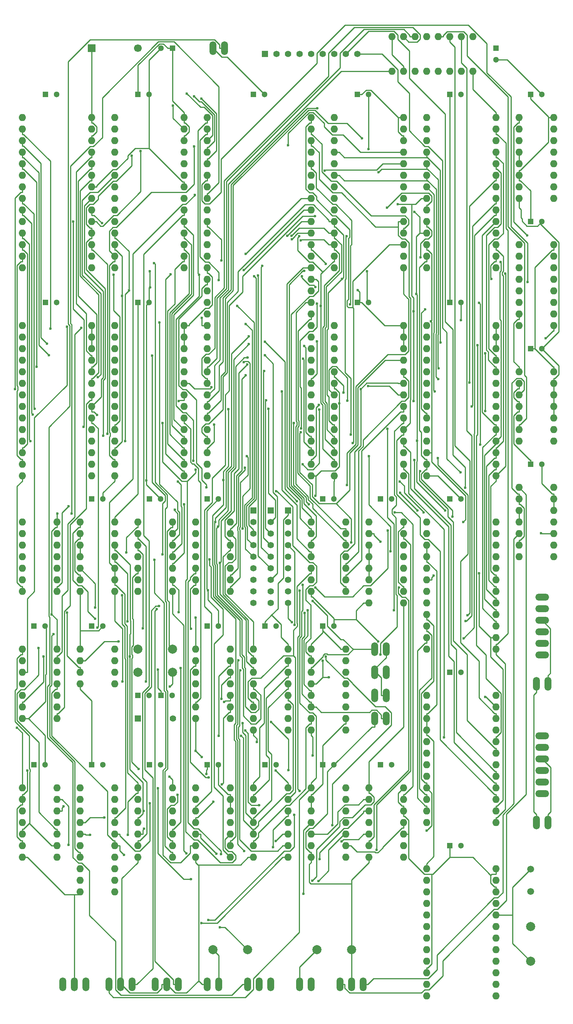
<source format=gbr>
G04 #@! TF.FileFunction,Copper,L1,Top,Signal*
%FSLAX46Y46*%
G04 Gerber Fmt 4.6, Leading zero omitted, Abs format (unit mm)*
G04 Created by KiCad (PCBNEW 4.0.2+dfsg1-stable) date Fri 10 Feb 2017 07:07:25 PM EST*
%MOMM*%
G01*
G04 APERTURE LIST*
%ADD10C,0.100000*%
%ADD11R,1.300000X1.300000*%
%ADD12C,1.300000*%
%ADD13R,1.400000X1.400000*%
%ADD14C,1.400000*%
%ADD15O,1.506220X3.014980*%
%ADD16C,1.699260*%
%ADD17R,1.699260X1.699260*%
%ADD18O,3.014980X1.506220*%
%ADD19C,1.998980*%
%ADD20R,1.397000X1.397000*%
%ADD21C,1.397000*%
%ADD22O,1.600000X1.600000*%
%ADD23C,1.501140*%
%ADD24C,0.600000*%
%ADD25C,0.250000*%
G04 APERTURE END LIST*
D10*
D11*
X53340000Y-165100000D03*
D12*
X55840000Y-165100000D03*
D11*
X58420000Y-165100000D03*
D12*
X60920000Y-165100000D03*
D13*
X53340000Y-170180000D03*
D14*
X61090000Y-170180000D03*
D11*
X60960000Y-22860000D03*
D12*
X58460000Y-22860000D03*
D11*
X33020000Y-33020000D03*
D12*
X35520000Y-33020000D03*
D11*
X53340000Y-33020000D03*
D12*
X55840000Y-33020000D03*
D11*
X78740000Y-33020000D03*
D12*
X81240000Y-33020000D03*
D11*
X101600000Y-33020000D03*
D12*
X104100000Y-33020000D03*
D11*
X121920000Y-33020000D03*
D12*
X124420000Y-33020000D03*
D11*
X132080000Y-22860000D03*
D12*
X132080000Y-25360000D03*
D11*
X33020000Y-78740000D03*
D12*
X35520000Y-78740000D03*
D11*
X53340000Y-78740000D03*
D12*
X55840000Y-78740000D03*
D11*
X101600000Y-78740000D03*
D12*
X104100000Y-78740000D03*
D11*
X121920000Y-78740000D03*
D12*
X124420000Y-78740000D03*
D11*
X121920000Y-121920000D03*
D12*
X124420000Y-121920000D03*
D11*
X139700000Y-33020000D03*
D12*
X142200000Y-33020000D03*
D11*
X139700000Y-60960000D03*
D12*
X142200000Y-60960000D03*
D11*
X43180000Y-121920000D03*
D12*
X45680000Y-121920000D03*
D11*
X55880000Y-121920000D03*
D12*
X58380000Y-121920000D03*
D11*
X68580000Y-121920000D03*
D12*
X71080000Y-121920000D03*
D11*
X139700000Y-88900000D03*
D12*
X142200000Y-88900000D03*
D11*
X139700000Y-114300000D03*
D12*
X142200000Y-114300000D03*
D11*
X93980000Y-121920000D03*
D12*
X96480000Y-121920000D03*
D11*
X106680000Y-121920000D03*
D12*
X109180000Y-121920000D03*
D11*
X30480000Y-149860000D03*
D12*
X32980000Y-149860000D03*
D11*
X43180000Y-149860000D03*
D12*
X45680000Y-149860000D03*
D11*
X93980000Y-149860000D03*
D12*
X96480000Y-149860000D03*
D11*
X68580000Y-149860000D03*
D12*
X71080000Y-149860000D03*
D11*
X81280000Y-149860000D03*
D12*
X83780000Y-149860000D03*
D11*
X121920000Y-160020000D03*
D12*
X124420000Y-160020000D03*
D11*
X30480000Y-180340000D03*
D12*
X32980000Y-180340000D03*
D11*
X43180000Y-180340000D03*
D12*
X45680000Y-180340000D03*
D11*
X55880000Y-180340000D03*
D12*
X58380000Y-180340000D03*
D11*
X68580000Y-180340000D03*
D12*
X71080000Y-180340000D03*
D11*
X81280000Y-180340000D03*
D12*
X83780000Y-180340000D03*
D11*
X93980000Y-180340000D03*
D12*
X96480000Y-180340000D03*
D11*
X106680000Y-180340000D03*
D12*
X109180000Y-180340000D03*
D11*
X121920000Y-198120000D03*
D12*
X124420000Y-198120000D03*
D15*
X68580000Y-228600000D03*
X71120000Y-228600000D03*
X88900000Y-228600000D03*
X91440000Y-228600000D03*
D16*
X53340520Y-22857460D03*
D17*
X43180520Y-22857460D03*
D18*
X142240000Y-143510000D03*
X142240000Y-146050000D03*
X142240000Y-148590000D03*
X142240000Y-151130000D03*
X142240000Y-153670000D03*
X142240000Y-156210000D03*
X142240000Y-173990000D03*
X142240000Y-176530000D03*
X142240000Y-179070000D03*
X142240000Y-181610000D03*
X142240000Y-184150000D03*
X142240000Y-186690000D03*
D15*
X69850000Y-22860000D03*
X72390000Y-22860000D03*
D19*
X60960000Y-154940000D03*
X53340000Y-154940000D03*
X53340000Y-160020000D03*
X60960000Y-160020000D03*
X69850000Y-220980000D03*
X77470000Y-220980000D03*
X139700000Y-223520000D03*
X139700000Y-215900000D03*
X92710000Y-220980000D03*
X100330000Y-220980000D03*
D20*
X81280000Y-24130000D03*
D21*
X83820000Y-24130000D03*
X86360000Y-24130000D03*
X88900000Y-24130000D03*
X91440000Y-24130000D03*
X93980000Y-24130000D03*
X96520000Y-24130000D03*
X99060000Y-24130000D03*
X101600000Y-24130000D03*
D20*
X86360000Y-124460000D03*
D21*
X86360000Y-127000000D03*
X86360000Y-129540000D03*
X86360000Y-132080000D03*
X86360000Y-134620000D03*
X86360000Y-137160000D03*
X86360000Y-139700000D03*
X86360000Y-142240000D03*
X86360000Y-144780000D03*
D20*
X82550000Y-124460000D03*
D21*
X82550000Y-127000000D03*
X82550000Y-129540000D03*
X82550000Y-132080000D03*
X82550000Y-134620000D03*
X82550000Y-137160000D03*
X82550000Y-139700000D03*
X82550000Y-142240000D03*
X82550000Y-144780000D03*
D20*
X78740000Y-124460000D03*
D21*
X78740000Y-127000000D03*
X78740000Y-129540000D03*
X78740000Y-132080000D03*
X78740000Y-134620000D03*
X78740000Y-137160000D03*
X78740000Y-139700000D03*
X78740000Y-142240000D03*
X78740000Y-144780000D03*
D15*
X57150000Y-228600000D03*
X59690000Y-228600000D03*
X62230000Y-228600000D03*
X46990000Y-228600000D03*
X49530000Y-228600000D03*
X52070000Y-228600000D03*
X36830000Y-228600000D03*
X39370000Y-228600000D03*
X41910000Y-228600000D03*
X97790000Y-228600000D03*
X100330000Y-228600000D03*
X102870000Y-228600000D03*
X77470000Y-228600000D03*
X80010000Y-228600000D03*
X82550000Y-228600000D03*
D22*
X40640000Y-154940000D03*
X40640000Y-157480000D03*
X40640000Y-160020000D03*
X40640000Y-162560000D03*
X48260000Y-162560000D03*
X48260000Y-160020000D03*
X48260000Y-157480000D03*
X48260000Y-154940000D03*
X27940000Y-127000000D03*
X27940000Y-129540000D03*
X27940000Y-132080000D03*
X27940000Y-134620000D03*
X27940000Y-137160000D03*
X27940000Y-139700000D03*
X27940000Y-142240000D03*
X35560000Y-142240000D03*
X35560000Y-139700000D03*
X35560000Y-137160000D03*
X35560000Y-134620000D03*
X35560000Y-132080000D03*
X35560000Y-129540000D03*
X35560000Y-127000000D03*
X40640000Y-127000000D03*
X40640000Y-129540000D03*
X40640000Y-132080000D03*
X40640000Y-134620000D03*
X40640000Y-137160000D03*
X40640000Y-139700000D03*
X40640000Y-142240000D03*
X48260000Y-142240000D03*
X48260000Y-139700000D03*
X48260000Y-137160000D03*
X48260000Y-134620000D03*
X48260000Y-132080000D03*
X48260000Y-129540000D03*
X48260000Y-127000000D03*
X27940000Y-185420000D03*
X27940000Y-187960000D03*
X27940000Y-190500000D03*
X27940000Y-193040000D03*
X27940000Y-195580000D03*
X27940000Y-198120000D03*
X27940000Y-200660000D03*
X35560000Y-200660000D03*
X35560000Y-198120000D03*
X35560000Y-195580000D03*
X35560000Y-193040000D03*
X35560000Y-190500000D03*
X35560000Y-187960000D03*
X35560000Y-185420000D03*
X27940000Y-154940000D03*
X27940000Y-157480000D03*
X27940000Y-160020000D03*
X27940000Y-162560000D03*
X27940000Y-165100000D03*
X27940000Y-167640000D03*
X27940000Y-170180000D03*
X35560000Y-170180000D03*
X35560000Y-167640000D03*
X35560000Y-165100000D03*
X35560000Y-162560000D03*
X35560000Y-160020000D03*
X35560000Y-157480000D03*
X35560000Y-154940000D03*
X53340000Y-127000000D03*
X53340000Y-129540000D03*
X53340000Y-132080000D03*
X53340000Y-134620000D03*
X53340000Y-137160000D03*
X53340000Y-139700000D03*
X53340000Y-142240000D03*
X60960000Y-142240000D03*
X60960000Y-139700000D03*
X60960000Y-137160000D03*
X60960000Y-134620000D03*
X60960000Y-132080000D03*
X60960000Y-129540000D03*
X60960000Y-127000000D03*
X66040000Y-154940000D03*
X66040000Y-157480000D03*
X66040000Y-160020000D03*
X66040000Y-162560000D03*
X66040000Y-165100000D03*
X66040000Y-167640000D03*
X66040000Y-170180000D03*
X73660000Y-170180000D03*
X73660000Y-167640000D03*
X73660000Y-165100000D03*
X73660000Y-162560000D03*
X73660000Y-160020000D03*
X73660000Y-157480000D03*
X73660000Y-154940000D03*
X53340000Y-185420000D03*
X53340000Y-187960000D03*
X53340000Y-190500000D03*
X53340000Y-193040000D03*
X53340000Y-195580000D03*
X53340000Y-198120000D03*
X53340000Y-200660000D03*
X60960000Y-200660000D03*
X60960000Y-198120000D03*
X60960000Y-195580000D03*
X60960000Y-193040000D03*
X60960000Y-190500000D03*
X60960000Y-187960000D03*
X60960000Y-185420000D03*
X66040000Y-185420000D03*
X66040000Y-187960000D03*
X66040000Y-190500000D03*
X66040000Y-193040000D03*
X66040000Y-195580000D03*
X66040000Y-198120000D03*
X66040000Y-200660000D03*
X73660000Y-200660000D03*
X73660000Y-198120000D03*
X73660000Y-195580000D03*
X73660000Y-193040000D03*
X73660000Y-190500000D03*
X73660000Y-187960000D03*
X73660000Y-185420000D03*
X78740000Y-185420000D03*
X78740000Y-187960000D03*
X78740000Y-190500000D03*
X78740000Y-193040000D03*
X78740000Y-195580000D03*
X78740000Y-198120000D03*
X78740000Y-200660000D03*
X86360000Y-200660000D03*
X86360000Y-198120000D03*
X86360000Y-195580000D03*
X86360000Y-193040000D03*
X86360000Y-190500000D03*
X86360000Y-187960000D03*
X86360000Y-185420000D03*
X91440000Y-185420000D03*
X91440000Y-187960000D03*
X91440000Y-190500000D03*
X91440000Y-193040000D03*
X91440000Y-195580000D03*
X91440000Y-198120000D03*
X91440000Y-200660000D03*
X99060000Y-200660000D03*
X99060000Y-198120000D03*
X99060000Y-195580000D03*
X99060000Y-193040000D03*
X99060000Y-190500000D03*
X99060000Y-187960000D03*
X99060000Y-185420000D03*
X104140000Y-127000000D03*
X104140000Y-129540000D03*
X104140000Y-132080000D03*
X104140000Y-134620000D03*
X104140000Y-137160000D03*
X104140000Y-139700000D03*
X104140000Y-142240000D03*
X104140000Y-144780000D03*
X111760000Y-144780000D03*
X111760000Y-142240000D03*
X111760000Y-139700000D03*
X111760000Y-137160000D03*
X111760000Y-134620000D03*
X111760000Y-132080000D03*
X111760000Y-129540000D03*
X111760000Y-127000000D03*
X91440000Y-154940000D03*
X91440000Y-157480000D03*
X91440000Y-160020000D03*
X91440000Y-162560000D03*
X91440000Y-165100000D03*
X91440000Y-167640000D03*
X91440000Y-170180000D03*
X91440000Y-172720000D03*
X99060000Y-172720000D03*
X99060000Y-170180000D03*
X99060000Y-167640000D03*
X99060000Y-165100000D03*
X99060000Y-162560000D03*
X99060000Y-160020000D03*
X99060000Y-157480000D03*
X99060000Y-154940000D03*
X104140000Y-185420000D03*
X104140000Y-187960000D03*
X104140000Y-190500000D03*
X104140000Y-193040000D03*
X104140000Y-195580000D03*
X104140000Y-198120000D03*
X104140000Y-200660000D03*
X111760000Y-200660000D03*
X111760000Y-198120000D03*
X111760000Y-195580000D03*
X111760000Y-193040000D03*
X111760000Y-190500000D03*
X111760000Y-187960000D03*
X111760000Y-185420000D03*
X91440000Y-127000000D03*
X91440000Y-129540000D03*
X91440000Y-132080000D03*
X91440000Y-134620000D03*
X91440000Y-137160000D03*
X91440000Y-139700000D03*
X91440000Y-142240000D03*
X99060000Y-142240000D03*
X99060000Y-139700000D03*
X99060000Y-137160000D03*
X99060000Y-134620000D03*
X99060000Y-132080000D03*
X99060000Y-129540000D03*
X99060000Y-127000000D03*
X66040000Y-127000000D03*
X66040000Y-129540000D03*
X66040000Y-132080000D03*
X66040000Y-134620000D03*
X66040000Y-137160000D03*
X66040000Y-139700000D03*
X66040000Y-142240000D03*
X73660000Y-142240000D03*
X73660000Y-139700000D03*
X73660000Y-137160000D03*
X73660000Y-134620000D03*
X73660000Y-132080000D03*
X73660000Y-129540000D03*
X73660000Y-127000000D03*
X78740000Y-154940000D03*
X78740000Y-157480000D03*
X78740000Y-160020000D03*
X78740000Y-162560000D03*
X78740000Y-165100000D03*
X78740000Y-167640000D03*
X78740000Y-170180000D03*
X78740000Y-172720000D03*
X86360000Y-172720000D03*
X86360000Y-170180000D03*
X86360000Y-167640000D03*
X86360000Y-165100000D03*
X86360000Y-162560000D03*
X86360000Y-160020000D03*
X86360000Y-157480000D03*
X86360000Y-154940000D03*
X40640000Y-185420000D03*
X40640000Y-187960000D03*
X40640000Y-190500000D03*
X40640000Y-193040000D03*
X40640000Y-195580000D03*
X40640000Y-198120000D03*
X40640000Y-200660000D03*
X40640000Y-203200000D03*
X40640000Y-205740000D03*
X40640000Y-208280000D03*
X48260000Y-208280000D03*
X48260000Y-205740000D03*
X48260000Y-203200000D03*
X48260000Y-200660000D03*
X48260000Y-198120000D03*
X48260000Y-195580000D03*
X48260000Y-193040000D03*
X48260000Y-190500000D03*
X48260000Y-187960000D03*
X48260000Y-185420000D03*
X127000000Y-20320000D03*
X124460000Y-20320000D03*
X121920000Y-20320000D03*
X119380000Y-20320000D03*
X116840000Y-20320000D03*
X114300000Y-20320000D03*
X111760000Y-20320000D03*
X109220000Y-20320000D03*
X109220000Y-27940000D03*
X111760000Y-27940000D03*
X114300000Y-27940000D03*
X116840000Y-27940000D03*
X119380000Y-27940000D03*
X121920000Y-27940000D03*
X124460000Y-27940000D03*
X127000000Y-27940000D03*
X137160000Y-38100000D03*
X137160000Y-40640000D03*
X137160000Y-43180000D03*
X137160000Y-45720000D03*
X137160000Y-48260000D03*
X137160000Y-50800000D03*
X137160000Y-53340000D03*
X137160000Y-55880000D03*
X144780000Y-55880000D03*
X144780000Y-53340000D03*
X144780000Y-50800000D03*
X144780000Y-48260000D03*
X144780000Y-45720000D03*
X144780000Y-43180000D03*
X144780000Y-40640000D03*
X144780000Y-38100000D03*
X137160000Y-66040000D03*
X137160000Y-68580000D03*
X137160000Y-71120000D03*
X137160000Y-73660000D03*
X137160000Y-76200000D03*
X137160000Y-78740000D03*
X137160000Y-81280000D03*
X137160000Y-83820000D03*
X144780000Y-83820000D03*
X144780000Y-81280000D03*
X144780000Y-78740000D03*
X144780000Y-76200000D03*
X144780000Y-73660000D03*
X144780000Y-71120000D03*
X144780000Y-68580000D03*
X144780000Y-66040000D03*
X137160000Y-119380000D03*
X137160000Y-121920000D03*
X137160000Y-124460000D03*
X137160000Y-127000000D03*
X137160000Y-129540000D03*
X137160000Y-132080000D03*
X137160000Y-134620000D03*
X144780000Y-134620000D03*
X144780000Y-132080000D03*
X144780000Y-129540000D03*
X144780000Y-127000000D03*
X144780000Y-124460000D03*
X144780000Y-121920000D03*
X144780000Y-119380000D03*
X137160000Y-93980000D03*
X137160000Y-96520000D03*
X137160000Y-99060000D03*
X137160000Y-101600000D03*
X137160000Y-104140000D03*
X137160000Y-106680000D03*
X137160000Y-109220000D03*
X144780000Y-109220000D03*
X144780000Y-106680000D03*
X144780000Y-104140000D03*
X144780000Y-101600000D03*
X144780000Y-99060000D03*
X144780000Y-96520000D03*
X144780000Y-93980000D03*
D23*
X139700000Y-208180940D03*
X139700000Y-203299060D03*
D22*
X116840000Y-203200000D03*
X116840000Y-205740000D03*
X116840000Y-208280000D03*
X116840000Y-210820000D03*
X116840000Y-213360000D03*
X116840000Y-215900000D03*
X116840000Y-218440000D03*
X116840000Y-220980000D03*
X116840000Y-223520000D03*
X116840000Y-226060000D03*
X116840000Y-228600000D03*
X116840000Y-231140000D03*
X132080000Y-231140000D03*
X132080000Y-228600000D03*
X132080000Y-226060000D03*
X132080000Y-223520000D03*
X132080000Y-220980000D03*
X132080000Y-218440000D03*
X132080000Y-215900000D03*
X132080000Y-213360000D03*
X132080000Y-210820000D03*
X132080000Y-208280000D03*
X132080000Y-205740000D03*
X132080000Y-203200000D03*
X116840000Y-165100000D03*
X116840000Y-167640000D03*
X116840000Y-170180000D03*
X116840000Y-172720000D03*
X116840000Y-175260000D03*
X116840000Y-177800000D03*
X116840000Y-180340000D03*
X116840000Y-182880000D03*
X116840000Y-185420000D03*
X116840000Y-187960000D03*
X116840000Y-190500000D03*
X116840000Y-193040000D03*
X132080000Y-193040000D03*
X132080000Y-190500000D03*
X132080000Y-187960000D03*
X132080000Y-185420000D03*
X132080000Y-182880000D03*
X132080000Y-180340000D03*
X132080000Y-177800000D03*
X132080000Y-175260000D03*
X132080000Y-172720000D03*
X132080000Y-170180000D03*
X132080000Y-167640000D03*
X132080000Y-165100000D03*
X68580000Y-38100000D03*
X68580000Y-40640000D03*
X68580000Y-43180000D03*
X68580000Y-45720000D03*
X68580000Y-48260000D03*
X68580000Y-50800000D03*
X68580000Y-53340000D03*
X68580000Y-55880000D03*
X68580000Y-58420000D03*
X68580000Y-60960000D03*
X68580000Y-63500000D03*
X68580000Y-66040000D03*
X68580000Y-68580000D03*
X68580000Y-71120000D03*
X68580000Y-73660000D03*
X68580000Y-76200000D03*
X68580000Y-78740000D03*
X68580000Y-81280000D03*
X68580000Y-83820000D03*
X68580000Y-86360000D03*
X68580000Y-88900000D03*
X68580000Y-91440000D03*
X68580000Y-93980000D03*
X68580000Y-96520000D03*
X68580000Y-99060000D03*
X68580000Y-101600000D03*
X68580000Y-104140000D03*
X68580000Y-106680000D03*
X68580000Y-109220000D03*
X68580000Y-111760000D03*
X68580000Y-114300000D03*
X68580000Y-116840000D03*
X91440000Y-116840000D03*
X91440000Y-114300000D03*
X91440000Y-111760000D03*
X91440000Y-109220000D03*
X91440000Y-106680000D03*
X91440000Y-104140000D03*
X91440000Y-101600000D03*
X91440000Y-99060000D03*
X91440000Y-96520000D03*
X91440000Y-93980000D03*
X91440000Y-91440000D03*
X91440000Y-88900000D03*
X91440000Y-86360000D03*
X91440000Y-83820000D03*
X91440000Y-81280000D03*
X91440000Y-78740000D03*
X91440000Y-76200000D03*
X91440000Y-73660000D03*
X91440000Y-71120000D03*
X91440000Y-68580000D03*
X91440000Y-66040000D03*
X91440000Y-63500000D03*
X91440000Y-60960000D03*
X91440000Y-58420000D03*
X91440000Y-55880000D03*
X91440000Y-53340000D03*
X91440000Y-50800000D03*
X91440000Y-48260000D03*
X91440000Y-45720000D03*
X91440000Y-43180000D03*
X91440000Y-40640000D03*
X91440000Y-38100000D03*
X27940000Y-38100000D03*
X27940000Y-40640000D03*
X27940000Y-43180000D03*
X27940000Y-45720000D03*
X27940000Y-48260000D03*
X27940000Y-50800000D03*
X27940000Y-53340000D03*
X27940000Y-55880000D03*
X27940000Y-58420000D03*
X27940000Y-60960000D03*
X27940000Y-63500000D03*
X27940000Y-66040000D03*
X27940000Y-68580000D03*
X27940000Y-71120000D03*
X43180000Y-71120000D03*
X43180000Y-68580000D03*
X43180000Y-66040000D03*
X43180000Y-63500000D03*
X43180000Y-60960000D03*
X43180000Y-58420000D03*
X43180000Y-55880000D03*
X43180000Y-53340000D03*
X43180000Y-50800000D03*
X43180000Y-48260000D03*
X43180000Y-45720000D03*
X43180000Y-43180000D03*
X43180000Y-40640000D03*
X43180000Y-38100000D03*
X27940000Y-83820000D03*
X27940000Y-86360000D03*
X27940000Y-88900000D03*
X27940000Y-91440000D03*
X27940000Y-93980000D03*
X27940000Y-96520000D03*
X27940000Y-99060000D03*
X27940000Y-101600000D03*
X27940000Y-104140000D03*
X27940000Y-106680000D03*
X27940000Y-109220000D03*
X27940000Y-111760000D03*
X27940000Y-114300000D03*
X27940000Y-116840000D03*
X43180000Y-116840000D03*
X43180000Y-114300000D03*
X43180000Y-111760000D03*
X43180000Y-109220000D03*
X43180000Y-106680000D03*
X43180000Y-104140000D03*
X43180000Y-101600000D03*
X43180000Y-99060000D03*
X43180000Y-96520000D03*
X43180000Y-93980000D03*
X43180000Y-91440000D03*
X43180000Y-88900000D03*
X43180000Y-86360000D03*
X43180000Y-83820000D03*
X48260000Y-38100000D03*
X48260000Y-40640000D03*
X48260000Y-43180000D03*
X48260000Y-45720000D03*
X48260000Y-48260000D03*
X48260000Y-50800000D03*
X48260000Y-53340000D03*
X48260000Y-55880000D03*
X48260000Y-58420000D03*
X48260000Y-60960000D03*
X48260000Y-63500000D03*
X48260000Y-66040000D03*
X48260000Y-68580000D03*
X48260000Y-71120000D03*
X63500000Y-71120000D03*
X63500000Y-68580000D03*
X63500000Y-66040000D03*
X63500000Y-63500000D03*
X63500000Y-60960000D03*
X63500000Y-58420000D03*
X63500000Y-55880000D03*
X63500000Y-53340000D03*
X63500000Y-50800000D03*
X63500000Y-48260000D03*
X63500000Y-45720000D03*
X63500000Y-43180000D03*
X63500000Y-40640000D03*
X63500000Y-38100000D03*
X48260000Y-83820000D03*
X48260000Y-86360000D03*
X48260000Y-88900000D03*
X48260000Y-91440000D03*
X48260000Y-93980000D03*
X48260000Y-96520000D03*
X48260000Y-99060000D03*
X48260000Y-101600000D03*
X48260000Y-104140000D03*
X48260000Y-106680000D03*
X48260000Y-109220000D03*
X48260000Y-111760000D03*
X48260000Y-114300000D03*
X48260000Y-116840000D03*
X63500000Y-116840000D03*
X63500000Y-114300000D03*
X63500000Y-111760000D03*
X63500000Y-109220000D03*
X63500000Y-106680000D03*
X63500000Y-104140000D03*
X63500000Y-101600000D03*
X63500000Y-99060000D03*
X63500000Y-96520000D03*
X63500000Y-93980000D03*
X63500000Y-91440000D03*
X63500000Y-88900000D03*
X63500000Y-86360000D03*
X63500000Y-83820000D03*
X96520000Y-38100000D03*
X96520000Y-40640000D03*
X96520000Y-43180000D03*
X96520000Y-45720000D03*
X96520000Y-48260000D03*
X96520000Y-50800000D03*
X96520000Y-53340000D03*
X96520000Y-55880000D03*
X96520000Y-58420000D03*
X96520000Y-60960000D03*
X96520000Y-63500000D03*
X96520000Y-66040000D03*
X96520000Y-68580000D03*
X96520000Y-71120000D03*
X111760000Y-71120000D03*
X111760000Y-68580000D03*
X111760000Y-66040000D03*
X111760000Y-63500000D03*
X111760000Y-60960000D03*
X111760000Y-58420000D03*
X111760000Y-55880000D03*
X111760000Y-53340000D03*
X111760000Y-50800000D03*
X111760000Y-48260000D03*
X111760000Y-45720000D03*
X111760000Y-43180000D03*
X111760000Y-40640000D03*
X111760000Y-38100000D03*
X96520000Y-83820000D03*
X96520000Y-86360000D03*
X96520000Y-88900000D03*
X96520000Y-91440000D03*
X96520000Y-93980000D03*
X96520000Y-96520000D03*
X96520000Y-99060000D03*
X96520000Y-101600000D03*
X96520000Y-104140000D03*
X96520000Y-106680000D03*
X96520000Y-109220000D03*
X96520000Y-111760000D03*
X96520000Y-114300000D03*
X96520000Y-116840000D03*
X111760000Y-116840000D03*
X111760000Y-114300000D03*
X111760000Y-111760000D03*
X111760000Y-109220000D03*
X111760000Y-106680000D03*
X111760000Y-104140000D03*
X111760000Y-101600000D03*
X111760000Y-99060000D03*
X111760000Y-96520000D03*
X111760000Y-93980000D03*
X111760000Y-91440000D03*
X111760000Y-88900000D03*
X111760000Y-86360000D03*
X111760000Y-83820000D03*
X116840000Y-38100000D03*
X116840000Y-40640000D03*
X116840000Y-43180000D03*
X116840000Y-45720000D03*
X116840000Y-48260000D03*
X116840000Y-50800000D03*
X116840000Y-53340000D03*
X116840000Y-55880000D03*
X116840000Y-58420000D03*
X116840000Y-60960000D03*
X116840000Y-63500000D03*
X116840000Y-66040000D03*
X116840000Y-68580000D03*
X116840000Y-71120000D03*
X132080000Y-71120000D03*
X132080000Y-68580000D03*
X132080000Y-66040000D03*
X132080000Y-63500000D03*
X132080000Y-60960000D03*
X132080000Y-58420000D03*
X132080000Y-55880000D03*
X132080000Y-53340000D03*
X132080000Y-50800000D03*
X132080000Y-48260000D03*
X132080000Y-45720000D03*
X132080000Y-43180000D03*
X132080000Y-40640000D03*
X132080000Y-38100000D03*
X116840000Y-83820000D03*
X116840000Y-86360000D03*
X116840000Y-88900000D03*
X116840000Y-91440000D03*
X116840000Y-93980000D03*
X116840000Y-96520000D03*
X116840000Y-99060000D03*
X116840000Y-101600000D03*
X116840000Y-104140000D03*
X116840000Y-106680000D03*
X116840000Y-109220000D03*
X116840000Y-111760000D03*
X116840000Y-114300000D03*
X116840000Y-116840000D03*
X132080000Y-116840000D03*
X132080000Y-114300000D03*
X132080000Y-111760000D03*
X132080000Y-109220000D03*
X132080000Y-106680000D03*
X132080000Y-104140000D03*
X132080000Y-101600000D03*
X132080000Y-99060000D03*
X132080000Y-96520000D03*
X132080000Y-93980000D03*
X132080000Y-91440000D03*
X132080000Y-88900000D03*
X132080000Y-86360000D03*
X132080000Y-83820000D03*
X116840000Y-127000000D03*
X116840000Y-129540000D03*
X116840000Y-132080000D03*
X116840000Y-134620000D03*
X116840000Y-137160000D03*
X116840000Y-139700000D03*
X116840000Y-142240000D03*
X116840000Y-144780000D03*
X116840000Y-147320000D03*
X116840000Y-149860000D03*
X116840000Y-152400000D03*
X116840000Y-154940000D03*
X132080000Y-154940000D03*
X132080000Y-152400000D03*
X132080000Y-149860000D03*
X132080000Y-147320000D03*
X132080000Y-144780000D03*
X132080000Y-142240000D03*
X132080000Y-139700000D03*
X132080000Y-137160000D03*
X132080000Y-134620000D03*
X132080000Y-132080000D03*
X132080000Y-129540000D03*
X132080000Y-127000000D03*
D15*
X107950000Y-154940000D03*
X105410000Y-154940000D03*
X105410000Y-160020000D03*
X107950000Y-160020000D03*
X107950000Y-165100000D03*
X105410000Y-165100000D03*
X105410000Y-170180000D03*
X107950000Y-170180000D03*
X140970000Y-162560000D03*
X143510000Y-162560000D03*
X140970000Y-193040000D03*
X143510000Y-193040000D03*
D24*
X91825700Y-178311500D03*
X94666300Y-70273700D03*
X55955400Y-71840000D03*
X55265600Y-117807700D03*
X103711200Y-71842200D03*
X106183000Y-153186000D03*
X56107900Y-75430000D03*
X79495700Y-175321200D03*
X104100000Y-44982800D03*
X124431200Y-82591600D03*
X129771400Y-165459200D03*
X68751900Y-141968200D03*
X66040000Y-177266600D03*
X67390300Y-178616900D03*
X49111500Y-153248000D03*
X57794000Y-159394000D03*
X60372200Y-163136600D03*
X60282800Y-182920900D03*
X101690500Y-76031600D03*
X68393900Y-182335800D03*
X34428300Y-147279800D03*
X83685900Y-181572100D03*
X35673700Y-125138100D03*
X91794000Y-144341000D03*
X94017200Y-157498900D03*
X87818600Y-149573600D03*
X95382400Y-161109600D03*
X90733500Y-146325100D03*
X90024800Y-146990000D03*
X118360800Y-138744600D03*
X71362700Y-216030900D03*
X125392600Y-148707500D03*
X125844300Y-147476900D03*
X125309700Y-119428800D03*
X124308300Y-116095400D03*
X89564900Y-140774900D03*
X89795400Y-208710500D03*
X58004300Y-145442900D03*
X87730100Y-191292300D03*
X68861400Y-214450200D03*
X88905800Y-186057800D03*
X88930100Y-142074400D03*
X96078300Y-193587000D03*
X94706700Y-156549000D03*
X87226000Y-149006800D03*
X93077600Y-205847900D03*
X82045400Y-102115100D03*
X81570600Y-100239300D03*
X81138800Y-93763700D03*
X80673300Y-70696800D03*
X79816200Y-72775400D03*
X37027700Y-189431900D03*
X81264200Y-90350100D03*
X57518600Y-146120800D03*
X43989500Y-145773000D03*
X43967700Y-148226300D03*
X76667700Y-91832300D03*
X76359800Y-128427800D03*
X31501000Y-154702900D03*
X71719200Y-69458800D03*
X78967300Y-72988400D03*
X37746200Y-84071200D03*
X75241300Y-79488900D03*
X77059000Y-83430600D03*
X29028000Y-181569500D03*
X37787000Y-146895200D03*
X68442200Y-119396100D03*
X83716500Y-120188600D03*
X38123900Y-123472800D03*
X26809600Y-172180100D03*
X86443000Y-181502300D03*
X82668400Y-170955000D03*
X50015600Y-162032100D03*
X51135500Y-195759200D03*
X71821000Y-184614000D03*
X65885900Y-55068100D03*
X42876100Y-195733200D03*
X62085400Y-186923400D03*
X51108100Y-148849000D03*
X38821800Y-125098500D03*
X45960700Y-191949900D03*
X54659700Y-190492300D03*
X71747400Y-165881000D03*
X51580700Y-156509800D03*
X105841200Y-199025000D03*
X38147500Y-197951400D03*
X91721300Y-205786000D03*
X67338600Y-215075500D03*
X50862900Y-133686000D03*
X66040000Y-147970000D03*
X32622000Y-156487000D03*
X103980600Y-97055200D03*
X62346800Y-100396300D03*
X61065600Y-35468900D03*
X109861100Y-124870200D03*
X79994800Y-189208700D03*
X76980200Y-172808400D03*
X139005300Y-74196600D03*
X93318800Y-201080800D03*
X50335500Y-200112800D03*
X67454700Y-82067500D03*
X40901700Y-84291800D03*
X66788500Y-72600900D03*
X120692000Y-174305800D03*
X65594800Y-113532800D03*
X115410200Y-115762300D03*
X99311200Y-118865600D03*
X71160100Y-73782400D03*
X93559400Y-79499100D03*
X127998500Y-88077500D03*
X88808200Y-64165500D03*
X64146700Y-32789500D03*
X89189300Y-65127800D03*
X104142200Y-112464800D03*
X108926500Y-133403100D03*
X65697700Y-33386500D03*
X87142200Y-64044200D03*
X119317500Y-112933600D03*
X29721400Y-109164100D03*
X67314700Y-33917200D03*
X106715300Y-131302100D03*
X128379600Y-138253500D03*
X81264200Y-87332700D03*
X88350800Y-122377900D03*
X92802200Y-36014000D03*
X102629600Y-42684600D03*
X89232000Y-106380600D03*
X92756000Y-78984100D03*
X138974000Y-63983000D03*
X109642200Y-146365300D03*
X108204500Y-106504400D03*
X48016900Y-72619000D03*
X115483300Y-68817200D03*
X98236600Y-73572200D03*
X30224200Y-103342700D03*
X116503700Y-80248200D03*
X108174000Y-57866500D03*
X70110500Y-105529800D03*
X113956300Y-100401000D03*
X93279700Y-102234400D03*
X89562600Y-114261400D03*
X66052500Y-115426700D03*
X30673200Y-102082500D03*
X58798400Y-105228800D03*
X110552800Y-57150000D03*
X113999700Y-80683000D03*
X72126600Y-117714300D03*
X26350700Y-97748300D03*
X99446500Y-100271800D03*
X118639800Y-98298100D03*
X73273900Y-102207600D03*
X97667700Y-100905900D03*
X119364700Y-95533600D03*
X44588000Y-95183000D03*
X92432600Y-121254200D03*
X98612300Y-98565600D03*
X119501500Y-93216200D03*
X76923200Y-115011400D03*
X106274800Y-50089700D03*
X93137400Y-101269900D03*
X31120300Y-92846800D03*
X77334900Y-112530200D03*
X33821400Y-90314700D03*
X34799400Y-151593400D03*
X119945800Y-87490200D03*
X89677300Y-91067700D03*
X33381200Y-87774700D03*
X89900200Y-88314400D03*
X49849800Y-143094700D03*
X56493000Y-90364000D03*
X58758700Y-134080500D03*
X89143600Y-107216700D03*
X86361300Y-44164500D03*
X100300900Y-131469300D03*
X94448000Y-49734200D03*
X90953600Y-123110700D03*
X87675900Y-105205100D03*
X126732100Y-101600000D03*
X44392800Y-103438900D03*
X126281800Y-96324800D03*
X69559900Y-97386800D03*
X102360100Y-97745000D03*
X34110700Y-84457100D03*
X85012700Y-98259200D03*
X92747900Y-87241000D03*
X77108800Y-94682500D03*
X77389700Y-92348100D03*
X71362400Y-135924900D03*
X77468400Y-90845300D03*
X70978400Y-128032900D03*
X77785200Y-87845200D03*
X70401500Y-127003100D03*
X77785200Y-86144200D03*
X89901000Y-71786000D03*
X87263400Y-64865900D03*
X86225200Y-64038700D03*
X133125600Y-69850000D03*
X76662700Y-71568200D03*
X128623800Y-109947800D03*
X128343600Y-78806900D03*
X92426600Y-75340500D03*
X89390600Y-72962900D03*
X77096200Y-68039800D03*
X131087900Y-73529500D03*
X134105500Y-72392500D03*
X60591200Y-72498200D03*
X65735100Y-44386900D03*
X122492800Y-125812700D03*
X99993100Y-79182000D03*
X117777600Y-82850000D03*
X49907300Y-77312600D03*
X124884100Y-126965900D03*
X50555800Y-109197800D03*
X114603800Y-76832000D03*
X51377400Y-76078700D03*
X114189500Y-58819900D03*
X114769400Y-109100800D03*
X120919200Y-124397200D03*
X53993500Y-45482600D03*
X39149000Y-60964600D03*
X41424200Y-106033000D03*
X45775400Y-107987800D03*
X52048500Y-46442500D03*
X100146000Y-107768300D03*
X99258600Y-64149100D03*
X100573200Y-109663800D03*
X46634600Y-107630000D03*
X114144000Y-113336100D03*
X76354600Y-171158900D03*
X55174600Y-162006200D03*
X72316200Y-166476200D03*
X54465300Y-150367700D03*
X56972700Y-135291400D03*
X65033700Y-205440200D03*
X57746900Y-185457800D03*
X53554700Y-181265600D03*
X63990100Y-199758700D03*
X108297500Y-128869600D03*
X92409600Y-141354200D03*
X62302300Y-146797300D03*
X114835900Y-124401200D03*
X111036200Y-120546800D03*
X63545600Y-123092200D03*
X141986200Y-129397700D03*
X116152500Y-124902400D03*
X62178000Y-118124700D03*
X110958600Y-118089600D03*
X142993300Y-86560500D03*
X58142000Y-83123600D03*
X129757300Y-89870800D03*
X129757300Y-102599600D03*
X61460000Y-124293500D03*
X68928300Y-183150900D03*
X54679100Y-194401800D03*
X62772500Y-159047200D03*
X44503200Y-150138800D03*
X76093800Y-173941600D03*
X71107900Y-173941600D03*
X106680000Y-156143800D03*
X45455500Y-61270700D03*
X56940300Y-70057300D03*
X124967900Y-152513100D03*
X92278600Y-59774200D03*
X69948900Y-188446700D03*
X98108900Y-197163900D03*
X70611200Y-199881500D03*
X69148400Y-135188800D03*
X65041300Y-150457300D03*
X75904400Y-159559400D03*
X83702300Y-197112400D03*
X75465700Y-157351600D03*
X76768000Y-199245600D03*
X71608400Y-199952000D03*
X83045800Y-198453300D03*
X110758600Y-141381600D03*
X55983600Y-188789200D03*
X116858800Y-194828300D03*
D25*
X45680000Y-120545300D02*
X45680000Y-121920000D01*
X48260000Y-117965300D02*
X45680000Y-120545300D01*
X48260000Y-116840000D02*
X48260000Y-117965300D01*
X137160000Y-48260000D02*
X137160000Y-45720000D01*
X104140000Y-134620000D02*
X104140000Y-132080000D01*
X144780000Y-101600000D02*
X144780000Y-104140000D01*
X144780000Y-124460000D02*
X144780000Y-121920000D01*
X144780000Y-121920000D02*
X144780000Y-120794700D01*
X104140000Y-200660000D02*
X104140000Y-201785300D01*
X73660000Y-190500000D02*
X73660000Y-187960000D01*
X91825700Y-174231000D02*
X91825700Y-178311500D01*
X91440000Y-173845300D02*
X91825700Y-174231000D01*
X91440000Y-172720000D02*
X91440000Y-173845300D01*
X105410000Y-160020000D02*
X105699500Y-160020000D01*
X107950000Y-154940000D02*
X107950000Y-156772800D01*
X144498700Y-120794700D02*
X144780000Y-120794700D01*
X142200000Y-118496000D02*
X144498700Y-120794700D01*
X142200000Y-114300000D02*
X142200000Y-118496000D01*
X104140000Y-137160000D02*
X104140000Y-134620000D01*
X63500000Y-53340000D02*
X63500000Y-52214700D01*
X91683800Y-67165300D02*
X91440000Y-67165300D01*
X94666300Y-70147800D02*
X91683800Y-67165300D01*
X94666300Y-70273700D02*
X94666300Y-70147800D01*
X91440000Y-66040000D02*
X91440000Y-67165300D01*
X104140000Y-137160000D02*
X104140000Y-139700000D01*
X105410000Y-170180000D02*
X105410000Y-172012800D01*
X105699500Y-159023300D02*
X105699500Y-160020000D01*
X107950000Y-156772800D02*
X105699500Y-159023300D01*
X106871600Y-161192100D02*
X106871600Y-165100000D01*
X105699500Y-160020000D02*
X106871600Y-161192100D01*
X107950000Y-165100000D02*
X106871600Y-165100000D01*
X144780000Y-101600000D02*
X144780000Y-99060000D01*
X40640000Y-208280000D02*
X40640000Y-208842600D01*
X27940000Y-200660000D02*
X29065300Y-200660000D01*
X91440000Y-200660000D02*
X91440000Y-199534700D01*
X104807200Y-172012800D02*
X96480000Y-180340000D01*
X105410000Y-172012800D02*
X104807200Y-172012800D01*
X66040000Y-200660000D02*
X66040000Y-201785300D01*
X78740000Y-200660000D02*
X77614700Y-200660000D01*
X71797700Y-24807700D02*
X69850000Y-22860000D01*
X73027700Y-24807700D02*
X71797700Y-24807700D01*
X81240000Y-33020000D02*
X73027700Y-24807700D01*
X144780000Y-99060000D02*
X144780000Y-96520000D01*
X142200000Y-60960000D02*
X141766700Y-61393300D01*
X39370000Y-228600000D02*
X39370000Y-208842600D01*
X40640000Y-208842600D02*
X39370000Y-208842600D01*
X49530000Y-228600000D02*
X49819500Y-228600000D01*
X53340000Y-200660000D02*
X53340000Y-201785300D01*
X73660000Y-187960000D02*
X73660000Y-186834700D01*
X100330000Y-220980000D02*
X100330000Y-228600000D01*
X103711200Y-78351200D02*
X103711200Y-71842200D01*
X104100000Y-78740000D02*
X103711200Y-78351200D01*
X49819500Y-205305800D02*
X53340000Y-201785300D01*
X49819500Y-228600000D02*
X49819500Y-205305800D01*
X55265600Y-118805600D02*
X58380000Y-121920000D01*
X55265600Y-117807700D02*
X55265600Y-118805600D01*
X43180000Y-53340000D02*
X44305300Y-53340000D01*
X63218700Y-52214700D02*
X55840000Y-44836000D01*
X63500000Y-52214700D02*
X63218700Y-52214700D01*
X55265600Y-79314400D02*
X55265600Y-117807700D01*
X55840000Y-78740000D02*
X55265600Y-79314400D01*
X104140000Y-144780000D02*
X103014700Y-144780000D01*
X55999800Y-75321900D02*
X56107900Y-75430000D01*
X55955400Y-75321900D02*
X55999800Y-75321900D01*
X55955400Y-71840000D02*
X55955400Y-75321900D01*
X55840000Y-75437300D02*
X55840000Y-78740000D01*
X55955400Y-75321900D02*
X55840000Y-75437300D01*
X79495700Y-174601000D02*
X78740000Y-173845300D01*
X79495700Y-175321200D02*
X79495700Y-174601000D01*
X78740000Y-172720000D02*
X78740000Y-173845300D01*
X91440000Y-142240000D02*
X91440000Y-143365300D01*
X96480000Y-148383400D02*
X96480000Y-149860000D01*
X101380400Y-146414300D02*
X103014700Y-144780000D01*
X101380400Y-148383400D02*
X101380400Y-146414300D01*
X101380400Y-148383400D02*
X96480000Y-148383400D01*
X106183000Y-153186000D02*
X101380400Y-148383400D01*
X91714700Y-143365300D02*
X91440000Y-143365300D01*
X96480000Y-148130600D02*
X91714700Y-143365300D01*
X96480000Y-148383400D02*
X96480000Y-148130600D01*
X96480000Y-118005300D02*
X96520000Y-117965300D01*
X96480000Y-121920000D02*
X96480000Y-118005300D01*
X96520000Y-116840000D02*
X96520000Y-117965300D01*
X124420000Y-82580400D02*
X124420000Y-78740000D01*
X124431200Y-82591600D02*
X124420000Y-82580400D01*
X145905400Y-85194600D02*
X142200000Y-88900000D01*
X145905400Y-65532100D02*
X145905400Y-85194600D01*
X141766700Y-61393300D02*
X145905400Y-65532100D01*
X144780000Y-96520000D02*
X144780000Y-95394700D01*
X145061400Y-95394700D02*
X144780000Y-95394700D01*
X145905300Y-94550800D02*
X145061400Y-95394700D01*
X145905300Y-92605300D02*
X145905300Y-94550800D01*
X142200000Y-88900000D02*
X145905300Y-92605300D01*
X27940000Y-170180000D02*
X29065300Y-170180000D01*
X29065300Y-170180000D02*
X29317100Y-170180000D01*
X32980000Y-173842900D02*
X32980000Y-180340000D01*
X29317100Y-170180000D02*
X32980000Y-173842900D01*
X44696900Y-150843100D02*
X45680000Y-149860000D01*
X40640000Y-150843100D02*
X44696900Y-150843100D01*
X40640000Y-142240000D02*
X40640000Y-150843100D01*
X40640000Y-150843100D02*
X40640000Y-154940000D01*
X104100000Y-33020000D02*
X104100000Y-44982800D01*
X73157400Y-186834700D02*
X73660000Y-186834700D01*
X71080000Y-184757300D02*
X73157400Y-186834700D01*
X71080000Y-180340000D02*
X71080000Y-184757300D01*
X91440000Y-200660000D02*
X91440000Y-201785300D01*
X129899200Y-165459200D02*
X129771400Y-165459200D01*
X132080000Y-167640000D02*
X129899200Y-165459200D01*
X137160000Y-57896700D02*
X137160000Y-55880000D01*
X137610300Y-58347000D02*
X137160000Y-57896700D01*
X137610300Y-60108400D02*
X137610300Y-58347000D01*
X137835500Y-60333600D02*
X137610300Y-60108400D01*
X137835500Y-60869200D02*
X137835500Y-60333600D01*
X138908500Y-61942200D02*
X137835500Y-60869200D01*
X141217800Y-61942200D02*
X138908500Y-61942200D01*
X141766700Y-61393300D02*
X141217800Y-61942200D01*
X44305300Y-53058700D02*
X44305300Y-53340000D01*
X47834000Y-49530000D02*
X44305300Y-53058700D01*
X48646700Y-49530000D02*
X47834000Y-49530000D01*
X51147900Y-47028800D02*
X48646700Y-49530000D01*
X51147900Y-46457700D02*
X51147900Y-47028800D01*
X52769600Y-44836000D02*
X51147900Y-46457700D01*
X55840000Y-44836000D02*
X52769600Y-44836000D01*
X119340000Y-116840000D02*
X124420000Y-121920000D01*
X116840000Y-116840000D02*
X119340000Y-116840000D01*
X37247900Y-208842600D02*
X29065300Y-200660000D01*
X39370000Y-208842600D02*
X37247900Y-208842600D01*
X26814700Y-119090600D02*
X27940000Y-117965300D01*
X26814700Y-140270700D02*
X26814700Y-119090600D01*
X27658700Y-141114700D02*
X26814700Y-140270700D01*
X27940000Y-141114700D02*
X27658700Y-141114700D01*
X27940000Y-142240000D02*
X27940000Y-141114700D01*
X27940000Y-116840000D02*
X27940000Y-117965300D01*
X68751900Y-144082200D02*
X68751900Y-141968200D01*
X71080000Y-146410300D02*
X68751900Y-144082200D01*
X71080000Y-149860000D02*
X71080000Y-146410300D01*
X55840000Y-44836000D02*
X55840000Y-33020000D01*
X55840000Y-25480000D02*
X58460000Y-22860000D01*
X55840000Y-33020000D02*
X55840000Y-25480000D01*
X68580000Y-228600000D02*
X67501600Y-228600000D01*
X66561800Y-202307100D02*
X66697100Y-202307100D01*
X66040000Y-201785300D02*
X66561800Y-202307100D01*
X75967600Y-202307100D02*
X77614700Y-200660000D01*
X66697100Y-202307100D02*
X75967600Y-202307100D01*
X66697100Y-202307100D02*
X66697100Y-227795500D01*
X66697100Y-227795500D02*
X67501600Y-228600000D01*
X66040000Y-170180000D02*
X66040000Y-177266600D01*
X66040000Y-177266600D02*
X67390300Y-178616900D01*
X64050400Y-230442200D02*
X66697100Y-227795500D01*
X61532200Y-230442200D02*
X64050400Y-230442200D01*
X59690000Y-228600000D02*
X61532200Y-230442200D01*
X49819500Y-228693200D02*
X49819500Y-228600000D01*
X51586600Y-230460300D02*
X49819500Y-228693200D01*
X57576900Y-230460300D02*
X51586600Y-230460300D01*
X58611600Y-229425600D02*
X57576900Y-230460300D01*
X58611600Y-228600000D02*
X58611600Y-229425600D01*
X59690000Y-228600000D02*
X58611600Y-228600000D01*
X33247300Y-150127300D02*
X32980000Y-149860000D01*
X33247300Y-160359600D02*
X33247300Y-150127300D01*
X33040700Y-160566200D02*
X33247300Y-160359600D01*
X33040700Y-166456400D02*
X33040700Y-160566200D01*
X29317100Y-170180000D02*
X33040700Y-166456400D01*
X91231600Y-199534700D02*
X91440000Y-199534700D01*
X90283600Y-198586700D02*
X91231600Y-199534700D01*
X90283600Y-195142800D02*
X90283600Y-198586700D01*
X91116400Y-194310000D02*
X90283600Y-195142800D01*
X91764300Y-194310000D02*
X91116400Y-194310000D01*
X95014600Y-191059700D02*
X91764300Y-194310000D01*
X95014600Y-181805400D02*
X95014600Y-191059700D01*
X96480000Y-180340000D02*
X95014600Y-181805400D01*
X68516600Y-124483400D02*
X71080000Y-121920000D01*
X68516600Y-141732900D02*
X68516600Y-124483400D01*
X68751900Y-141968200D02*
X68516600Y-141732900D01*
X109220000Y-24274700D02*
X109220000Y-20320000D01*
X111760000Y-26814700D02*
X109220000Y-24274700D01*
X111760000Y-27940000D02*
X111760000Y-26814700D01*
X134540000Y-25360000D02*
X142200000Y-33020000D01*
X132080000Y-25360000D02*
X134540000Y-25360000D01*
X91412300Y-206482200D02*
X100330000Y-206482200D01*
X91041700Y-206111600D02*
X91412300Y-206482200D01*
X91041700Y-202183600D02*
X91041700Y-206111600D01*
X91440000Y-201785300D02*
X91041700Y-202183600D01*
X100330000Y-220980000D02*
X100330000Y-206482200D01*
X100330000Y-205595300D02*
X104140000Y-201785300D01*
X100330000Y-206482200D02*
X100330000Y-205595300D01*
X45997300Y-153248000D02*
X49111500Y-153248000D01*
X41765300Y-157480000D02*
X45997300Y-153248000D01*
X40640000Y-157480000D02*
X41765300Y-157480000D01*
X58420000Y-165100000D02*
X58420000Y-164124700D01*
X57794000Y-163498700D02*
X57794000Y-159394000D01*
X58420000Y-164124700D02*
X57794000Y-163498700D01*
X60960000Y-162548800D02*
X60372200Y-163136600D01*
X60960000Y-160020000D02*
X60960000Y-162548800D01*
X132080000Y-83820000D02*
X132080000Y-86360000D01*
X132080000Y-86360000D02*
X132080000Y-88900000D01*
X111760000Y-86360000D02*
X111760000Y-88900000D01*
X111760000Y-83820000D02*
X111760000Y-86360000D01*
X107655300Y-83820000D02*
X102575300Y-78740000D01*
X111760000Y-83820000D02*
X107655300Y-83820000D01*
X63500000Y-86360000D02*
X63500000Y-88900000D01*
X63781400Y-42054700D02*
X63500000Y-42054700D01*
X64625300Y-41210800D02*
X63781400Y-42054700D01*
X64625300Y-40069300D02*
X64625300Y-41210800D01*
X63781300Y-39225300D02*
X64625300Y-40069300D01*
X63500000Y-39225300D02*
X63781300Y-39225300D01*
X63500000Y-43180000D02*
X63500000Y-42054700D01*
X63500000Y-38662600D02*
X63500000Y-39225300D01*
X63500000Y-38662600D02*
X63500000Y-38100000D01*
X43180000Y-83820000D02*
X43180000Y-86360000D01*
X43180000Y-86360000D02*
X43180000Y-88900000D01*
X43461400Y-42054700D02*
X43180000Y-42054700D01*
X44305300Y-41210800D02*
X43461400Y-42054700D01*
X44305300Y-40069300D02*
X44305300Y-41210800D01*
X43461300Y-39225300D02*
X44305300Y-40069300D01*
X43180000Y-39225300D02*
X43461300Y-39225300D01*
X43180000Y-43180000D02*
X43180000Y-42054700D01*
X144780000Y-38100000D02*
X143654700Y-38100000D01*
X139700000Y-33020000D02*
X139700000Y-33995300D01*
X99060000Y-154940000D02*
X97934700Y-154940000D01*
X93980000Y-149860000D02*
X93980000Y-150835300D01*
X91440000Y-154940000D02*
X91440000Y-153814700D01*
X111760000Y-190500000D02*
X111760000Y-189374700D01*
X111760000Y-190500000D02*
X111760000Y-191625300D01*
X91440000Y-190500000D02*
X91440000Y-187960000D01*
X60960000Y-185420000D02*
X60960000Y-184294700D01*
X101600000Y-78740000D02*
X102087700Y-78740000D01*
X102087700Y-78740000D02*
X102575300Y-78740000D01*
X43180000Y-38662600D02*
X43180000Y-39225300D01*
X112041400Y-191625300D02*
X111760000Y-191625300D01*
X112885300Y-192469200D02*
X112041400Y-191625300D01*
X112885300Y-195580000D02*
X112885300Y-192469200D01*
X111760000Y-195580000D02*
X112885300Y-195580000D01*
X143654700Y-37950000D02*
X139700000Y-33995300D01*
X143654700Y-38100000D02*
X143654700Y-37950000D01*
X143654700Y-43461300D02*
X143654700Y-38100000D01*
X137441300Y-49674700D02*
X143654700Y-43461300D01*
X137160000Y-49674700D02*
X137441300Y-49674700D01*
X97934700Y-154790000D02*
X93980000Y-150835300D01*
X97934700Y-154940000D02*
X97934700Y-154790000D01*
X93980000Y-151274700D02*
X93980000Y-150835300D01*
X91440000Y-153814700D02*
X93980000Y-151274700D01*
X121920000Y-78740000D02*
X121920000Y-77764700D01*
X121920000Y-33020000D02*
X121920000Y-33995300D01*
X116840000Y-226060000D02*
X116840000Y-224934700D01*
X63500000Y-38100000D02*
X63500000Y-36974700D01*
X68393900Y-181501400D02*
X68393900Y-182335800D01*
X68580000Y-181315300D02*
X68393900Y-181501400D01*
X68580000Y-180340000D02*
X68580000Y-181315300D01*
X111760000Y-43180000D02*
X111760000Y-42054700D01*
X101600000Y-33020000D02*
X102575300Y-33020000D01*
X111760000Y-38100000D02*
X110634700Y-38100000D01*
X111478600Y-42054700D02*
X111760000Y-42054700D01*
X110634700Y-41210800D02*
X111478600Y-42054700D01*
X110634700Y-38100000D02*
X110634700Y-41210800D01*
X103550600Y-32044700D02*
X102575300Y-33020000D01*
X104579400Y-32044700D02*
X103550600Y-32044700D01*
X110634700Y-38100000D02*
X104579400Y-32044700D01*
X111583100Y-141114700D02*
X111760000Y-141114700D01*
X110634700Y-140166300D02*
X111583100Y-141114700D01*
X110634700Y-129073800D02*
X110634700Y-140166300D01*
X111583200Y-128125300D02*
X110634700Y-129073800D01*
X111760000Y-128125300D02*
X111583200Y-128125300D01*
X111760000Y-127000000D02*
X111760000Y-128125300D01*
X111760000Y-142240000D02*
X111760000Y-141114700D01*
X132080000Y-203200000D02*
X132080000Y-204325300D01*
X132080000Y-208280000D02*
X132080000Y-207154700D01*
X137441300Y-51925300D02*
X137160000Y-51925300D01*
X139700000Y-54184000D02*
X137441300Y-51925300D01*
X139700000Y-60960000D02*
X139700000Y-54184000D01*
X137160000Y-50800000D02*
X137160000Y-51925300D01*
X137160000Y-50800000D02*
X137160000Y-49674700D01*
X144630000Y-92854700D02*
X144780000Y-92854700D01*
X140675300Y-88900000D02*
X144630000Y-92854700D01*
X139700000Y-88900000D02*
X140675300Y-88900000D01*
X144780000Y-93980000D02*
X144780000Y-92854700D01*
X140675300Y-70988700D02*
X140675300Y-88900000D01*
X144498700Y-67165300D02*
X140675300Y-70988700D01*
X144780000Y-67165300D02*
X144498700Y-67165300D01*
X144780000Y-66040000D02*
X144780000Y-67165300D01*
X53340000Y-26597300D02*
X53340000Y-33020000D01*
X58070800Y-21866500D02*
X53340000Y-26597300D01*
X58991200Y-21866500D02*
X58070800Y-21866500D01*
X59984700Y-22860000D02*
X58991200Y-21866500D01*
X60960000Y-22860000D02*
X59984700Y-22860000D01*
X121920000Y-77764700D02*
X121920000Y-33995300D01*
X136878600Y-100474700D02*
X137160000Y-100474700D01*
X136034700Y-99630800D02*
X136878600Y-100474700D01*
X136034700Y-98489300D02*
X136034700Y-99630800D01*
X136878700Y-97645300D02*
X136034700Y-98489300D01*
X137160000Y-97645300D02*
X136878700Y-97645300D01*
X137160000Y-96520000D02*
X137160000Y-97645300D01*
X137160000Y-101600000D02*
X137160000Y-100474700D01*
X136878600Y-102725300D02*
X137160000Y-102725300D01*
X136034700Y-103569200D02*
X136878600Y-102725300D01*
X136034700Y-109781300D02*
X136034700Y-103569200D01*
X139578100Y-113324700D02*
X136034700Y-109781300D01*
X139700000Y-113324700D02*
X139578100Y-113324700D01*
X139700000Y-114300000D02*
X139700000Y-113324700D01*
X137160000Y-101600000D02*
X137160000Y-102725300D01*
X35560000Y-154940000D02*
X35560000Y-153814700D01*
X34428300Y-128975700D02*
X34428300Y-147279800D01*
X35278700Y-128125300D02*
X34428300Y-128975700D01*
X35560000Y-128125300D02*
X35278700Y-128125300D01*
X35560000Y-148411500D02*
X35560000Y-153814700D01*
X34428300Y-147279800D02*
X35560000Y-148411500D01*
X35560000Y-127000000D02*
X35560000Y-128125300D01*
X43180000Y-166225300D02*
X43180000Y-180340000D01*
X40640000Y-163685300D02*
X43180000Y-166225300D01*
X40640000Y-162560000D02*
X40640000Y-163685300D01*
X60960000Y-127000000D02*
X60960000Y-128125300D01*
X60960000Y-22860000D02*
X60960000Y-23835300D01*
X110634700Y-186545300D02*
X111760000Y-185420000D01*
X110634700Y-188530800D02*
X110634700Y-186545300D01*
X111478600Y-189374700D02*
X110634700Y-188530800D01*
X111760000Y-189374700D02*
X111478600Y-189374700D01*
X81280000Y-149860000D02*
X81280000Y-148884700D01*
X86360000Y-124460000D02*
X86360000Y-125483800D01*
X86360000Y-154940000D02*
X86360000Y-153814700D01*
X84848700Y-149525500D02*
X82744000Y-147420700D01*
X84848700Y-152303400D02*
X84848700Y-149525500D01*
X86360000Y-153814700D02*
X84848700Y-152303400D01*
X81280000Y-148884700D02*
X82744000Y-147420700D01*
X85336200Y-126507600D02*
X86360000Y-125483800D01*
X85336200Y-139241200D02*
X85336200Y-126507600D01*
X84155400Y-140422000D02*
X85336200Y-139241200D01*
X84155400Y-146009300D02*
X84155400Y-140422000D01*
X82744000Y-147420700D02*
X84155400Y-146009300D01*
X83685900Y-181620600D02*
X83685900Y-181572100D01*
X86360000Y-184294700D02*
X83685900Y-181620600D01*
X86360000Y-185420000D02*
X86360000Y-184294700D01*
X60960000Y-34434700D02*
X63500000Y-36974700D01*
X60960000Y-23835300D02*
X60960000Y-34434700D01*
X102087700Y-76428800D02*
X101690500Y-76031600D01*
X102087700Y-78740000D02*
X102087700Y-76428800D01*
X60960000Y-183598100D02*
X60282800Y-182920900D01*
X60960000Y-184294700D02*
X60960000Y-183598100D01*
X43180000Y-38662600D02*
X43180000Y-38100000D01*
X43180000Y-24032900D02*
X43180500Y-24032400D01*
X43180000Y-38100000D02*
X43180000Y-24032900D01*
X43180500Y-22857500D02*
X43180500Y-24032400D01*
X117998600Y-224057400D02*
X117998600Y-204327300D01*
X117121300Y-224934700D02*
X117998600Y-224057400D01*
X116840000Y-224934700D02*
X117121300Y-224934700D01*
X112885300Y-200854900D02*
X112885300Y-195580000D01*
X116357700Y-204327300D02*
X112885300Y-200854900D01*
X117998600Y-204327300D02*
X116357700Y-204327300D01*
X118254900Y-204327300D02*
X121920000Y-200662200D01*
X117998600Y-204327300D02*
X118254900Y-204327300D01*
X121920000Y-200662200D02*
X121920000Y-198120000D01*
X127034300Y-200662200D02*
X121920000Y-200662200D01*
X130954700Y-204582600D02*
X127034300Y-200662200D01*
X131212000Y-204325300D02*
X130954700Y-204582600D01*
X132080000Y-204325300D02*
X131212000Y-204325300D01*
X131798600Y-207154700D02*
X132080000Y-207154700D01*
X130954700Y-206310800D02*
X131798600Y-207154700D01*
X130954700Y-204582600D02*
X130954700Y-206310800D01*
X127000000Y-31894700D02*
X127000000Y-27940000D01*
X132080000Y-36974700D02*
X127000000Y-31894700D01*
X132080000Y-38100000D02*
X132080000Y-36974700D01*
X91440000Y-187960000D02*
X91440000Y-186834700D01*
X53340000Y-120794700D02*
X53340000Y-78740000D01*
X48260000Y-125874700D02*
X53340000Y-120794700D01*
X48260000Y-127000000D02*
X48260000Y-125874700D01*
X68580000Y-71120000D02*
X68580000Y-72245300D01*
X63500000Y-86360000D02*
X63500000Y-83820000D01*
X68861400Y-72245300D02*
X68580000Y-72245300D01*
X69705300Y-73089200D02*
X68861400Y-72245300D01*
X69705300Y-79207600D02*
X69705300Y-73089200D01*
X68902900Y-80010000D02*
X69705300Y-79207600D01*
X68154000Y-80010000D02*
X68902900Y-80010000D01*
X64625300Y-83538700D02*
X68154000Y-80010000D01*
X64625300Y-83820000D02*
X64625300Y-83538700D01*
X63500000Y-83820000D02*
X64625300Y-83820000D01*
X93980000Y-184576000D02*
X93980000Y-180340000D01*
X91721300Y-186834700D02*
X93980000Y-184576000D01*
X91440000Y-186834700D02*
X91721300Y-186834700D01*
X98778700Y-171305300D02*
X99060000Y-171305300D01*
X93980000Y-176104000D02*
X98778700Y-171305300D01*
X93980000Y-180340000D02*
X93980000Y-176104000D01*
X99060000Y-170180000D02*
X99060000Y-171305300D01*
X60678700Y-128125300D02*
X60960000Y-128125300D01*
X59834600Y-128969400D02*
X60678700Y-128125300D01*
X59834600Y-144146500D02*
X59834600Y-128969400D01*
X60199500Y-144511400D02*
X59834600Y-144146500D01*
X60199500Y-154179500D02*
X60199500Y-144511400D01*
X60960000Y-154940000D02*
X60199500Y-154179500D01*
X35560000Y-125251800D02*
X35560000Y-127000000D01*
X35673700Y-125138100D02*
X35560000Y-125251800D01*
X71120000Y-222250000D02*
X71120000Y-228600000D01*
X69850000Y-220980000D02*
X71120000Y-222250000D01*
X88900000Y-224790000D02*
X88900000Y-228600000D01*
X92710000Y-220980000D02*
X88900000Y-224790000D01*
X105410000Y-154940000D02*
X104331600Y-154940000D01*
X91440000Y-160020000D02*
X91440000Y-158894700D01*
X100703900Y-154940000D02*
X100695900Y-154932000D01*
X104331600Y-154940000D02*
X100703900Y-154940000D01*
X91703300Y-158894700D02*
X91440000Y-158894700D01*
X94081400Y-156516600D02*
X91703300Y-158894700D01*
X94081400Y-156290000D02*
X94081400Y-156516600D01*
X94447700Y-155923700D02*
X94081400Y-156290000D01*
X94965800Y-155923700D02*
X94447700Y-155923700D01*
X95107500Y-156065400D02*
X94965800Y-155923700D01*
X99562500Y-156065400D02*
X95107500Y-156065400D01*
X100695900Y-154932000D02*
X99562500Y-156065400D01*
X95040200Y-147587200D02*
X91794000Y-144341000D01*
X95040200Y-149839900D02*
X95040200Y-147587200D01*
X97961800Y-152761500D02*
X95040200Y-149839900D01*
X98525400Y-152761500D02*
X97961800Y-152761500D01*
X100695900Y-154932000D02*
X98525400Y-152761500D01*
X91440000Y-162560000D02*
X92565300Y-162560000D01*
X94015700Y-161109600D02*
X94017200Y-161109600D01*
X92565300Y-162560000D02*
X94015700Y-161109600D01*
X94017200Y-161109600D02*
X95382400Y-161109600D01*
X94017200Y-161109600D02*
X94017200Y-157498900D01*
X87851300Y-133571300D02*
X86360000Y-132080000D01*
X87851300Y-149540900D02*
X87851300Y-133571300D01*
X87818600Y-149573600D02*
X87851300Y-149540900D01*
X91440000Y-165100000D02*
X91440000Y-163974700D01*
X91158600Y-163974700D02*
X91440000Y-163974700D01*
X89847200Y-162663300D02*
X91158600Y-163974700D01*
X89847200Y-152849400D02*
X89847200Y-162663300D01*
X90733500Y-151963100D02*
X89847200Y-152849400D01*
X90733500Y-146325100D02*
X90733500Y-151963100D01*
X91440000Y-167640000D02*
X91440000Y-166514700D01*
X93690600Y-168765300D02*
X92565300Y-167640000D01*
X104331600Y-168765300D02*
X93690600Y-168765300D01*
X104761500Y-168335400D02*
X104331600Y-168765300D01*
X105852600Y-168335400D02*
X104761500Y-168335400D01*
X106871600Y-169354400D02*
X105852600Y-168335400D01*
X106871600Y-170180000D02*
X106871600Y-169354400D01*
X107950000Y-170180000D02*
X106871600Y-170180000D01*
X91440000Y-167640000D02*
X92565300Y-167640000D01*
X91158700Y-166514700D02*
X91440000Y-166514700D01*
X89396800Y-164752800D02*
X91158700Y-166514700D01*
X89396800Y-152651800D02*
X89396800Y-164752800D01*
X90024800Y-152023800D02*
X89396800Y-152651800D01*
X90024800Y-146990000D02*
X90024800Y-152023800D01*
X140393600Y-164969200D02*
X140970000Y-164392800D01*
X140393600Y-190630800D02*
X140393600Y-164969200D01*
X140970000Y-191207200D02*
X140393600Y-190630800D01*
X140970000Y-193040000D02*
X140970000Y-191207200D01*
X140970000Y-162560000D02*
X140970000Y-164392800D01*
X144075800Y-160161400D02*
X143510000Y-160727200D01*
X144075800Y-150425800D02*
X144075800Y-160161400D01*
X142240000Y-148590000D02*
X144075800Y-150425800D01*
X143510000Y-162560000D02*
X143510000Y-160727200D01*
X144085600Y-190631600D02*
X143510000Y-191207200D01*
X144085600Y-180915600D02*
X144085600Y-190631600D01*
X142240000Y-179070000D02*
X144085600Y-180915600D01*
X143510000Y-193040000D02*
X143510000Y-191207200D01*
X116840000Y-139700000D02*
X117965300Y-139700000D01*
X117965300Y-139140100D02*
X118360800Y-138744600D01*
X117965300Y-139700000D02*
X117965300Y-139140100D01*
X77470000Y-228600000D02*
X76391600Y-228600000D01*
X72390000Y-22860000D02*
X71311600Y-22860000D01*
X71311600Y-22034400D02*
X71311600Y-22860000D01*
X70243100Y-20965900D02*
X71311600Y-22034400D01*
X42871100Y-20965900D02*
X70243100Y-20965900D01*
X38015700Y-25821300D02*
X42871100Y-20965900D01*
X38015700Y-83456300D02*
X38015700Y-25821300D01*
X38371500Y-83812100D02*
X38015700Y-83456300D01*
X38371500Y-101528500D02*
X38371500Y-83812100D01*
X33786400Y-106113600D02*
X38371500Y-101528500D01*
X33786400Y-147683000D02*
X33786400Y-106113600D01*
X33980300Y-147876900D02*
X33786400Y-147683000D01*
X33980300Y-162612000D02*
X33980300Y-147876900D01*
X33500400Y-163091900D02*
X33980300Y-162612000D01*
X33500400Y-174269200D02*
X33500400Y-163091900D01*
X39064300Y-179833100D02*
X33500400Y-174269200D01*
X39064300Y-200700100D02*
X39064300Y-179833100D01*
X40294200Y-201930000D02*
X39064300Y-200700100D01*
X41017800Y-201930000D02*
X40294200Y-201930000D01*
X42699500Y-203611700D02*
X41017800Y-201930000D01*
X42699500Y-213389600D02*
X42699500Y-203611700D01*
X48419300Y-219109400D02*
X42699500Y-213389600D01*
X48419300Y-229788800D02*
X48419300Y-219109400D01*
X49598200Y-230967700D02*
X48419300Y-229788800D01*
X74023900Y-230967700D02*
X49598200Y-230967700D01*
X76391600Y-228600000D02*
X74023900Y-230967700D01*
X72520900Y-216030900D02*
X71362700Y-216030900D01*
X77470000Y-220980000D02*
X72520900Y-216030900D01*
X132080000Y-213360000D02*
X133205300Y-213360000D01*
X135749000Y-213360000D02*
X133205300Y-213360000D01*
X135749000Y-207250100D02*
X135749000Y-213360000D01*
X139700000Y-203299100D02*
X135749000Y-207250100D01*
X135749000Y-219569000D02*
X139700000Y-223520000D01*
X135749000Y-213360000D02*
X135749000Y-219569000D01*
X124460000Y-26068900D02*
X124460000Y-20320000D01*
X125656500Y-27265400D02*
X124460000Y-26068900D01*
X125656500Y-106895500D02*
X125656500Y-27265400D01*
X126795100Y-108034100D02*
X125656500Y-106895500D01*
X126795100Y-147510600D02*
X126795100Y-108034100D01*
X125598200Y-148707500D02*
X126795100Y-147510600D01*
X125392600Y-148707500D02*
X125598200Y-148707500D01*
X121920000Y-20320000D02*
X121920000Y-21445300D01*
X123045300Y-22570600D02*
X121920000Y-21445300D01*
X123045300Y-110182100D02*
X123045300Y-22570600D01*
X126344800Y-113481600D02*
X123045300Y-110182100D01*
X126344800Y-146976400D02*
X126344800Y-113481600D01*
X125844300Y-147476900D02*
X126344800Y-146976400D01*
X105218400Y-227330000D02*
X103948400Y-228600000D01*
X117183900Y-227330000D02*
X105218400Y-227330000D01*
X119158300Y-225355600D02*
X117183900Y-227330000D01*
X119158300Y-222101800D02*
X119158300Y-225355600D01*
X131710100Y-209550000D02*
X119158300Y-222101800D01*
X132473700Y-209550000D02*
X131710100Y-209550000D01*
X133596900Y-208426800D02*
X132473700Y-209550000D01*
X133596900Y-191316000D02*
X133596900Y-208426800D01*
X136012800Y-188900100D02*
X133596900Y-191316000D01*
X136012800Y-130687200D02*
X136012800Y-188900100D01*
X137160000Y-129540000D02*
X136012800Y-130687200D01*
X102870000Y-228600000D02*
X103948400Y-228600000D01*
X104036600Y-19153400D02*
X99060000Y-24130000D01*
X109674700Y-19153400D02*
X104036600Y-19153400D01*
X110490000Y-19968700D02*
X109674700Y-19153400D01*
X110490000Y-20850200D02*
X110490000Y-19968700D01*
X113030000Y-23390200D02*
X110490000Y-20850200D01*
X113030000Y-29438300D02*
X113030000Y-23390200D01*
X120944700Y-37353000D02*
X113030000Y-29438300D01*
X120944700Y-82993800D02*
X120944700Y-37353000D01*
X122594900Y-84644000D02*
X120944700Y-82993800D01*
X122594900Y-112242700D02*
X122594900Y-84644000D01*
X125309700Y-114957500D02*
X122594900Y-112242700D01*
X125309700Y-119428800D02*
X125309700Y-114957500D01*
X121277500Y-113064600D02*
X124308300Y-116095400D01*
X121277400Y-113064600D02*
X121277500Y-113064600D01*
X121277400Y-85283900D02*
X121277400Y-113064600D01*
X120316100Y-84322600D02*
X121277400Y-85283900D01*
X120316100Y-47527400D02*
X120316100Y-84322600D01*
X117238700Y-44450000D02*
X120316100Y-47527400D01*
X116476700Y-44450000D02*
X117238700Y-44450000D01*
X113014200Y-40987500D02*
X116476700Y-44450000D01*
X113014200Y-32710500D02*
X113014200Y-40987500D01*
X110490000Y-30186300D02*
X113014200Y-32710500D01*
X110490000Y-27592700D02*
X110490000Y-30186300D01*
X107027300Y-24130000D02*
X110490000Y-27592700D01*
X101600000Y-24130000D02*
X107027300Y-24130000D01*
X98868400Y-229425700D02*
X98868400Y-228600000D01*
X99898200Y-230455500D02*
X98868400Y-229425700D01*
X115692000Y-230455500D02*
X99898200Y-230455500D01*
X116422100Y-229725400D02*
X115692000Y-230455500D01*
X117366400Y-229725400D02*
X116422100Y-229725400D01*
X120385000Y-226706800D02*
X117366400Y-229725400D01*
X120385000Y-223401500D02*
X120385000Y-226706800D01*
X131696500Y-212090000D02*
X120385000Y-223401500D01*
X132438400Y-212090000D02*
X131696500Y-212090000D01*
X134411300Y-210117100D02*
X132438400Y-212090000D01*
X134411300Y-191138500D02*
X134411300Y-210117100D01*
X138737200Y-186812600D02*
X134411300Y-191138500D01*
X138737200Y-120957200D02*
X138737200Y-186812600D01*
X137160000Y-119380000D02*
X138737200Y-120957200D01*
X97790000Y-228600000D02*
X98868400Y-228600000D01*
X46990000Y-228600000D02*
X46990000Y-230432800D01*
X88845900Y-188014100D02*
X91440000Y-185420000D01*
X88845900Y-217183900D02*
X88845900Y-188014100D01*
X78740000Y-227289800D02*
X88845900Y-217183900D01*
X78740000Y-229636800D02*
X78740000Y-227289800D01*
X76955500Y-231421300D02*
X78740000Y-229636800D01*
X47978500Y-231421300D02*
X76955500Y-231421300D01*
X46990000Y-230432800D02*
X47978500Y-231421300D01*
X91440000Y-185420000D02*
X91440000Y-184294700D01*
X92567000Y-183167700D02*
X91440000Y-184294700D01*
X92567000Y-169673000D02*
X92567000Y-183167700D01*
X91804000Y-168910000D02*
X92567000Y-169673000D01*
X91084500Y-168910000D02*
X91804000Y-168910000D01*
X88946500Y-166772000D02*
X91084500Y-168910000D01*
X88946500Y-152465200D02*
X88946500Y-166772000D01*
X89344500Y-152067200D02*
X88946500Y-152465200D01*
X89344500Y-146588800D02*
X89344500Y-152067200D01*
X89564900Y-146368400D02*
X89344500Y-146588800D01*
X89564900Y-140774900D02*
X89564900Y-146368400D01*
X89795400Y-194684600D02*
X89795400Y-208710500D01*
X91440000Y-193040000D02*
X89795400Y-194684600D01*
X52070000Y-228600000D02*
X53148400Y-228600000D01*
X57285300Y-145442900D02*
X58004300Y-145442900D01*
X56295500Y-146432700D02*
X57285300Y-145442900D01*
X56295500Y-163222800D02*
X56295500Y-146432700D01*
X54856000Y-164662300D02*
X56295500Y-163222800D01*
X54856000Y-181385500D02*
X54856000Y-164662300D01*
X56664100Y-183193600D02*
X54856000Y-181385500D01*
X56664100Y-225084300D02*
X56664100Y-183193600D01*
X53148400Y-228600000D02*
X56664100Y-225084300D01*
X70309600Y-214450200D02*
X68861400Y-214450200D01*
X85514400Y-199245400D02*
X70309600Y-214450200D01*
X86845000Y-199245400D02*
X85514400Y-199245400D01*
X87730100Y-198360300D02*
X86845000Y-199245400D01*
X87730100Y-191292300D02*
X87730100Y-198360300D01*
X88496200Y-185648200D02*
X88905800Y-186057800D01*
X88496200Y-152278600D02*
X88496200Y-185648200D01*
X88894200Y-151880600D02*
X88496200Y-152278600D01*
X88894200Y-142110300D02*
X88894200Y-151880600D01*
X88930100Y-142074400D02*
X88894200Y-142110300D01*
X86360000Y-148140800D02*
X86360000Y-144780000D01*
X87226000Y-149006800D02*
X86360000Y-148140800D01*
X96078300Y-184528700D02*
X96078300Y-193587000D01*
X109035000Y-171572000D02*
X96078300Y-184528700D01*
X109035000Y-168917900D02*
X109035000Y-171572000D01*
X107685300Y-167568200D02*
X109035000Y-168917900D01*
X105590100Y-167568200D02*
X107685300Y-167568200D01*
X100479200Y-162457300D02*
X105590100Y-167568200D01*
X100479200Y-162384200D02*
X100479200Y-162457300D01*
X99385000Y-161290000D02*
X100479200Y-162384200D01*
X98706300Y-161290000D02*
X99385000Y-161290000D01*
X94706700Y-157290400D02*
X98706300Y-161290000D01*
X94706700Y-156549000D02*
X94706700Y-157290400D01*
X95299200Y-203626300D02*
X93077600Y-205847900D01*
X95299200Y-199014200D02*
X95299200Y-203626300D01*
X98733400Y-195580000D02*
X95299200Y-199014200D01*
X99060000Y-195580000D02*
X98733400Y-195580000D01*
X83573900Y-125976100D02*
X82550000Y-127000000D01*
X83573900Y-122165600D02*
X83573900Y-125976100D01*
X82045400Y-120637100D02*
X83573900Y-122165600D01*
X82045400Y-102115100D02*
X82045400Y-120637100D01*
X98068400Y-27940000D02*
X109220000Y-27940000D01*
X73254700Y-52753700D02*
X98068400Y-27940000D01*
X73254700Y-75897400D02*
X73254700Y-52753700D01*
X71415000Y-77737100D02*
X73254700Y-75897400D01*
X71415000Y-91348800D02*
X71415000Y-77737100D01*
X70185300Y-92578500D02*
X71415000Y-91348800D01*
X70185300Y-97664000D02*
X70185300Y-92578500D01*
X68789300Y-99060000D02*
X70185300Y-97664000D01*
X68580000Y-99060000D02*
X68789300Y-99060000D01*
X68580000Y-96520000D02*
X68580000Y-95394700D01*
X81380100Y-128370100D02*
X82550000Y-129540000D01*
X81380100Y-100429800D02*
X81380100Y-128370100D01*
X81570600Y-100239300D02*
X81380100Y-100429800D01*
X68298700Y-95394700D02*
X68580000Y-95394700D01*
X67440700Y-94536700D02*
X68298700Y-95394700D01*
X67440700Y-90984400D02*
X67440700Y-94536700D01*
X68320100Y-90105000D02*
X67440700Y-90984400D01*
X68972600Y-90105000D02*
X68320100Y-90105000D01*
X70289200Y-88788400D02*
X68972600Y-90105000D01*
X70289200Y-77589100D02*
X70289200Y-88788400D01*
X72354000Y-75524300D02*
X70289200Y-77589100D01*
X72354000Y-51953900D02*
X72354000Y-75524300D01*
X95250000Y-29057900D02*
X72354000Y-51953900D01*
X95250000Y-23951900D02*
X95250000Y-29057900D01*
X100971700Y-18230200D02*
X95250000Y-23951900D01*
X113806500Y-18230200D02*
X100971700Y-18230200D01*
X115430600Y-19854300D02*
X113806500Y-18230200D01*
X115430600Y-20786700D02*
X115430600Y-19854300D01*
X114743900Y-21473400D02*
X115430600Y-20786700D01*
X112913400Y-21473400D02*
X114743900Y-21473400D01*
X111760000Y-20320000D02*
X112913400Y-21473400D01*
X114300000Y-20320000D02*
X113174700Y-20320000D01*
X68580000Y-93980000D02*
X68580000Y-92854700D01*
X68861400Y-92854700D02*
X68580000Y-92854700D01*
X70739500Y-90976600D02*
X68861400Y-92854700D01*
X70739500Y-77775700D02*
X70739500Y-90976600D01*
X72804300Y-75710900D02*
X70739500Y-77775700D01*
X72804300Y-52140500D02*
X72804300Y-75710900D01*
X97790000Y-27154800D02*
X72804300Y-52140500D01*
X97790000Y-23942300D02*
X97790000Y-27154800D01*
X103029300Y-18703000D02*
X97790000Y-23942300D01*
X111839000Y-18703000D02*
X103029300Y-18703000D01*
X113174700Y-20038700D02*
X111839000Y-18703000D01*
X113174700Y-20320000D02*
X113174700Y-20038700D01*
X80929800Y-93972700D02*
X81138800Y-93763700D01*
X80929800Y-130459800D02*
X80929800Y-93972700D01*
X82550000Y-132080000D02*
X80929800Y-130459800D01*
X80479400Y-132549400D02*
X82550000Y-134620000D01*
X80479400Y-70890700D02*
X80479400Y-132549400D01*
X80673300Y-70696800D02*
X80479400Y-70890700D01*
X79816200Y-134426200D02*
X79816200Y-72775400D01*
X82550000Y-137160000D02*
X79816200Y-134426200D01*
X36685300Y-189774300D02*
X36685300Y-190500000D01*
X37027700Y-189431900D02*
X36685300Y-189774300D01*
X35560000Y-190500000D02*
X36685300Y-190500000D01*
X84047000Y-138203000D02*
X82550000Y-139700000D01*
X84047000Y-121403400D02*
X84047000Y-138203000D01*
X83091200Y-120447600D02*
X84047000Y-121403400D01*
X83091200Y-92177100D02*
X83091200Y-120447600D01*
X81264200Y-90350100D02*
X83091200Y-92177100D01*
X62230000Y-228600000D02*
X61151600Y-228600000D01*
X57114500Y-146524900D02*
X57518600Y-146120800D01*
X57114500Y-223484500D02*
X57114500Y-146524900D01*
X61151600Y-227521600D02*
X57114500Y-223484500D01*
X61151600Y-228600000D02*
X61151600Y-227521600D01*
X43989500Y-140509500D02*
X43989500Y-145773000D01*
X40640000Y-137160000D02*
X43989500Y-140509500D01*
X42333600Y-146592200D02*
X43967700Y-148226300D01*
X42333600Y-142282400D02*
X42333600Y-146592200D01*
X41021200Y-140970000D02*
X42333600Y-142282400D01*
X40277100Y-140970000D02*
X41021200Y-140970000D01*
X39060400Y-139753300D02*
X40277100Y-140970000D01*
X39060400Y-129423600D02*
X39060400Y-139753300D01*
X40358700Y-128125300D02*
X39060400Y-129423600D01*
X40640000Y-128125300D02*
X40358700Y-128125300D01*
X40640000Y-127000000D02*
X40640000Y-128125300D01*
X35560000Y-195580000D02*
X35560000Y-194454700D01*
X35278700Y-194454700D02*
X35560000Y-194454700D01*
X31570700Y-190746700D02*
X35278700Y-194454700D01*
X31570700Y-175419700D02*
X31570700Y-190746700D01*
X26767600Y-170616600D02*
X31570700Y-175419700D01*
X26767600Y-164639400D02*
X26767600Y-170616600D01*
X27627200Y-163779800D02*
X26767600Y-164639400D01*
X28346300Y-163779800D02*
X27627200Y-163779800D01*
X31501000Y-160625100D02*
X28346300Y-163779800D01*
X31501000Y-154702900D02*
X31501000Y-160625100D01*
X76825500Y-91674500D02*
X76667700Y-91832300D01*
X77617000Y-91674500D02*
X76825500Y-91674500D01*
X78015000Y-92072500D02*
X77617000Y-91674500D01*
X78015000Y-119628800D02*
X78015000Y-92072500D01*
X76359800Y-121284000D02*
X78015000Y-119628800D01*
X76359800Y-128427800D02*
X76359800Y-121284000D01*
X71719200Y-64943200D02*
X71719200Y-69458800D01*
X68861300Y-62085300D02*
X71719200Y-64943200D01*
X68580000Y-62085300D02*
X68861300Y-62085300D01*
X68580000Y-60960000D02*
X68580000Y-62085300D01*
X79365900Y-73387000D02*
X78967300Y-72988400D01*
X79365900Y-121977000D02*
X79365900Y-73387000D01*
X77716200Y-123626700D02*
X79365900Y-121977000D01*
X77716200Y-127626000D02*
X77716200Y-123626700D01*
X78740000Y-128649800D02*
X77716200Y-127626000D01*
X78740000Y-129540000D02*
X78740000Y-128649800D01*
X29065300Y-143804700D02*
X29065300Y-160020000D01*
X30624300Y-142245700D02*
X29065300Y-143804700D01*
X30624300Y-104057300D02*
X30624300Y-142245700D01*
X37746200Y-96935400D02*
X30624300Y-104057300D01*
X37746200Y-84071200D02*
X37746200Y-96935400D01*
X27940000Y-160020000D02*
X29065300Y-160020000D01*
X78915600Y-83163200D02*
X75241300Y-79488900D01*
X78915600Y-121790400D02*
X78915600Y-83163200D01*
X77265900Y-123440100D02*
X78915600Y-121790400D01*
X77265900Y-127812600D02*
X77265900Y-123440100D01*
X77435400Y-127982100D02*
X77265900Y-127812600D01*
X77435400Y-130775400D02*
X77435400Y-127982100D01*
X78740000Y-132080000D02*
X77435400Y-130775400D01*
X27658600Y-189085300D02*
X27940000Y-189085300D01*
X26814700Y-189929200D02*
X27658600Y-189085300D01*
X26814700Y-196150800D02*
X26814700Y-189929200D01*
X27658600Y-196994700D02*
X26814700Y-196150800D01*
X27940000Y-196994700D02*
X27658600Y-196994700D01*
X27940000Y-198120000D02*
X27940000Y-196994700D01*
X27940000Y-187960000D02*
X27940000Y-189085300D01*
X78465300Y-84836900D02*
X77059000Y-83430600D01*
X78465300Y-121603800D02*
X78465300Y-84836900D01*
X76815600Y-123253500D02*
X78465300Y-121603800D01*
X76815600Y-127999200D02*
X76815600Y-123253500D01*
X76985100Y-128168700D02*
X76815600Y-127999200D01*
X76985100Y-132865100D02*
X76985100Y-128168700D01*
X78740000Y-134620000D02*
X76985100Y-132865100D01*
X28221400Y-186834700D02*
X27940000Y-186834700D01*
X29065300Y-185990800D02*
X28221400Y-186834700D01*
X29065300Y-181606800D02*
X29065300Y-185990800D01*
X29028000Y-181569500D02*
X29065300Y-181606800D01*
X27940000Y-187960000D02*
X27940000Y-186834700D01*
X27940000Y-154940000D02*
X27940000Y-156065300D01*
X27940000Y-195580000D02*
X27940000Y-194454700D01*
X35560000Y-198120000D02*
X34434700Y-198120000D01*
X34434700Y-198120000D02*
X29495400Y-193180600D01*
X28221300Y-194454700D02*
X27940000Y-194454700D01*
X29495400Y-193180600D02*
X28221300Y-194454700D01*
X40358700Y-158894700D02*
X40640000Y-158894700D01*
X37787000Y-156323000D02*
X40358700Y-158894700D01*
X37787000Y-146895200D02*
X37787000Y-156323000D01*
X40640000Y-160020000D02*
X40640000Y-158894700D01*
X27658700Y-156065300D02*
X27940000Y-156065300D01*
X26767600Y-156956400D02*
X27658700Y-156065300D01*
X26767600Y-163562800D02*
X26767600Y-156956400D01*
X26317300Y-164013100D02*
X26767600Y-163562800D01*
X26317300Y-170803200D02*
X26317300Y-164013100D01*
X29504600Y-173990500D02*
X26317300Y-170803200D01*
X29504600Y-181161700D02*
X29504600Y-173990500D01*
X29653300Y-181310400D02*
X29504600Y-181161700D01*
X29653300Y-181828600D02*
X29653300Y-181310400D01*
X29588800Y-181893100D02*
X29653300Y-181828600D01*
X29588800Y-193087200D02*
X29588800Y-181893100D01*
X29495400Y-193180600D02*
X29588800Y-193087200D01*
X68580000Y-73660000D02*
X68580000Y-74785300D01*
X68298600Y-74785300D02*
X68580000Y-74785300D01*
X67454700Y-75629200D02*
X68298600Y-74785300D01*
X67454700Y-77318100D02*
X67454700Y-75629200D01*
X62374600Y-82398200D02*
X67454700Y-77318100D01*
X62374600Y-96992300D02*
X62374600Y-82398200D01*
X63243400Y-97861100D02*
X62374600Y-96992300D01*
X63982000Y-97861100D02*
X63243400Y-97861100D01*
X66220100Y-100099200D02*
X63982000Y-97861100D01*
X66220100Y-114000500D02*
X66220100Y-100099200D01*
X67407500Y-115187900D02*
X66220100Y-114000500D01*
X67407500Y-117740100D02*
X67407500Y-115187900D01*
X68442200Y-118774800D02*
X67407500Y-117740100D01*
X68442200Y-119396100D02*
X68442200Y-118774800D01*
X91158600Y-156354700D02*
X91440000Y-156354700D01*
X90314700Y-155510800D02*
X91158600Y-156354700D01*
X90314700Y-153559300D02*
X90314700Y-155510800D01*
X91367700Y-152506300D02*
X90314700Y-153559300D01*
X91367700Y-145211600D02*
X91367700Y-152506300D01*
X90291000Y-144134900D02*
X91367700Y-145211600D01*
X90291000Y-141797300D02*
X90291000Y-144134900D01*
X91118300Y-140970000D02*
X90291000Y-141797300D01*
X91835500Y-140970000D02*
X91118300Y-140970000D01*
X92618300Y-140187200D02*
X91835500Y-140970000D01*
X92618300Y-136666300D02*
X92618300Y-140187200D01*
X91842000Y-135890000D02*
X92618300Y-136666300D01*
X91118400Y-135890000D02*
X91842000Y-135890000D01*
X87383900Y-132155500D02*
X91118400Y-135890000D01*
X87383900Y-123622300D02*
X87383900Y-132155500D01*
X83950200Y-120188600D02*
X87383900Y-123622300D01*
X83716500Y-120188600D02*
X83950200Y-120188600D01*
X91440000Y-157480000D02*
X91440000Y-156354700D01*
X35841400Y-141114700D02*
X35560000Y-141114700D01*
X36685300Y-140270800D02*
X35841400Y-141114700D01*
X36685300Y-124911400D02*
X36685300Y-140270800D01*
X38123900Y-123472800D02*
X36685300Y-124911400D01*
X35560000Y-142240000D02*
X35560000Y-141114700D01*
X40358600Y-130665300D02*
X40640000Y-130665300D01*
X39514700Y-131509200D02*
X40358600Y-130665300D01*
X39514700Y-137730700D02*
X39514700Y-131509200D01*
X40358700Y-138574700D02*
X39514700Y-137730700D01*
X40640000Y-138574700D02*
X40358700Y-138574700D01*
X40640000Y-139700000D02*
X40640000Y-138574700D01*
X40640000Y-129540000D02*
X40640000Y-130665300D01*
X27940000Y-185420000D02*
X27940000Y-184294700D01*
X27940000Y-173310500D02*
X27940000Y-184294700D01*
X26809600Y-172180100D02*
X27940000Y-173310500D01*
X40640000Y-134620000D02*
X40640000Y-132080000D01*
X48260000Y-148701800D02*
X48260000Y-142240000D01*
X50015600Y-150457400D02*
X48260000Y-148701800D01*
X50015600Y-162032100D02*
X50015600Y-150457400D01*
X86443000Y-174729600D02*
X82668400Y-170955000D01*
X86443000Y-181502300D02*
X86443000Y-174729600D01*
X53340000Y-185420000D02*
X53340000Y-184294700D01*
X48260000Y-139700000D02*
X48260000Y-140825300D01*
X53058700Y-186545300D02*
X53340000Y-186545300D01*
X51135500Y-188468500D02*
X53058700Y-186545300D01*
X51135500Y-195759200D02*
X51135500Y-188468500D01*
X53340000Y-185420000D02*
X53340000Y-186545300D01*
X48260000Y-139700000D02*
X48260000Y-138574700D01*
X48260000Y-137160000D02*
X48260000Y-138574700D01*
X73660000Y-167640000D02*
X73660000Y-168765300D01*
X72127200Y-184307800D02*
X71821000Y-184614000D01*
X72127200Y-170098200D02*
X72127200Y-184307800D01*
X73460100Y-168765300D02*
X72127200Y-170098200D01*
X73660000Y-168765300D02*
X73460100Y-168765300D01*
X47092600Y-135992600D02*
X48260000Y-137160000D01*
X47092600Y-122673900D02*
X47092600Y-135992600D01*
X52238300Y-117528200D02*
X47092600Y-122673900D01*
X52238300Y-68061400D02*
X52238300Y-117528200D01*
X63149700Y-57150000D02*
X52238300Y-68061400D01*
X63875600Y-57150000D02*
X63149700Y-57150000D01*
X65885900Y-55139700D02*
X63875600Y-57150000D01*
X65885900Y-55068100D02*
X65885900Y-55139700D01*
X51108700Y-182063400D02*
X53340000Y-184294700D01*
X51108700Y-156922100D02*
X51108700Y-182063400D01*
X50955400Y-156768800D02*
X51108700Y-156922100D01*
X50955400Y-149805100D02*
X50955400Y-156768800D01*
X50475100Y-149324800D02*
X50955400Y-149805100D01*
X50475100Y-142782800D02*
X50475100Y-149324800D01*
X48517600Y-140825300D02*
X50475100Y-142782800D01*
X48260000Y-140825300D02*
X48517600Y-140825300D01*
X41918500Y-195733200D02*
X41765300Y-195580000D01*
X42876100Y-195733200D02*
X41918500Y-195733200D01*
X40640000Y-195580000D02*
X41765300Y-195580000D01*
X60960000Y-198120000D02*
X60960000Y-196994700D01*
X62085400Y-188503600D02*
X62085400Y-186923400D01*
X61359000Y-189230000D02*
X62085400Y-188503600D01*
X60632500Y-189230000D02*
X61359000Y-189230000D01*
X59834600Y-190027900D02*
X60632500Y-189230000D01*
X59834600Y-196150600D02*
X59834600Y-190027900D01*
X60678700Y-196994700D02*
X59834600Y-196150600D01*
X60960000Y-196994700D02*
X60678700Y-196994700D01*
X48260000Y-134620000D02*
X48260000Y-135745300D01*
X51108100Y-138312100D02*
X51108100Y-148849000D01*
X48541300Y-135745300D02*
X51108100Y-138312100D01*
X48260000Y-135745300D02*
X48541300Y-135745300D01*
X68580000Y-55880000D02*
X68580000Y-54754700D01*
X42855400Y-191949900D02*
X41765300Y-193040000D01*
X45960700Y-191949900D02*
X42855400Y-191949900D01*
X40640000Y-193040000D02*
X41765300Y-193040000D01*
X53340000Y-193040000D02*
X53340000Y-191914700D01*
X73660000Y-160020000D02*
X73660000Y-161145300D01*
X73378600Y-161145300D02*
X73660000Y-161145300D01*
X71747400Y-162776500D02*
X73378600Y-161145300D01*
X71747400Y-165881000D02*
X71747400Y-162776500D01*
X48260000Y-132080000D02*
X48260000Y-133205300D01*
X54465300Y-191070800D02*
X54465300Y-190492300D01*
X53621400Y-191914700D02*
X54465300Y-191070800D01*
X53340000Y-191914700D02*
X53621400Y-191914700D01*
X54465300Y-190492300D02*
X54659700Y-190492300D01*
X51559100Y-156509800D02*
X51580700Y-156509800D01*
X51559100Y-181305200D02*
X51559100Y-156509800D01*
X54465300Y-184211400D02*
X51559100Y-181305200D01*
X54465300Y-190492300D02*
X54465300Y-184211400D01*
X48541300Y-133205300D02*
X48260000Y-133205300D01*
X51697000Y-136361000D02*
X48541300Y-133205300D01*
X51697000Y-148553400D02*
X51697000Y-136361000D01*
X51779900Y-148636300D02*
X51697000Y-148553400D01*
X51779900Y-151467400D02*
X51779900Y-148636300D01*
X51559100Y-151688200D02*
X51779900Y-151467400D01*
X51559100Y-156509800D02*
X51559100Y-151688200D01*
X68784300Y-54754700D02*
X68580000Y-54754700D01*
X71178200Y-52360800D02*
X68784300Y-54754700D01*
X71178200Y-31288800D02*
X71178200Y-52360800D01*
X61305600Y-21416200D02*
X71178200Y-31288800D01*
X57884200Y-21416200D02*
X61305600Y-21416200D01*
X45575400Y-33725000D02*
X57884200Y-21416200D01*
X45575400Y-42443300D02*
X45575400Y-33725000D01*
X43568700Y-44450000D02*
X45575400Y-42443300D01*
X42856700Y-44450000D02*
X43568700Y-44450000D01*
X38523600Y-48783100D02*
X42856700Y-44450000D01*
X38523600Y-83327300D02*
X38523600Y-48783100D01*
X38821800Y-83625500D02*
X38523600Y-83327300D01*
X38821800Y-125098500D02*
X38821800Y-83625500D01*
X105841200Y-189147400D02*
X105841200Y-199025000D01*
X113338700Y-181649900D02*
X105841200Y-189147400D01*
X113338700Y-131962700D02*
X113338700Y-181649900D01*
X112041300Y-130665300D02*
X113338700Y-131962700D01*
X111760000Y-130665300D02*
X112041300Y-130665300D01*
X111760000Y-129540000D02*
X111760000Y-130665300D01*
X38147500Y-189422200D02*
X36685300Y-187960000D01*
X38147500Y-197951400D02*
X38147500Y-189422200D01*
X35560000Y-187960000D02*
X36685300Y-187960000D01*
X104140000Y-185420000D02*
X104140000Y-186545300D01*
X111760000Y-172000400D02*
X111760000Y-144780000D01*
X104140000Y-179620400D02*
X111760000Y-172000400D01*
X104140000Y-185420000D02*
X104140000Y-179620400D01*
X92664500Y-204842800D02*
X91721300Y-205786000D01*
X92664500Y-198955800D02*
X92664500Y-204842800D01*
X97767400Y-193852900D02*
X92664500Y-198955800D01*
X97767400Y-192738800D02*
X97767400Y-193852900D01*
X98619800Y-191886400D02*
X97767400Y-192738800D01*
X100494300Y-191886400D02*
X98619800Y-191886400D01*
X103295300Y-189085400D02*
X100494300Y-191886400D01*
X104617800Y-189085400D02*
X103295300Y-189085400D01*
X105270900Y-188432300D02*
X104617800Y-189085400D01*
X105270900Y-187394900D02*
X105270900Y-188432300D01*
X104421300Y-186545300D02*
X105270900Y-187394900D01*
X104140000Y-186545300D02*
X104421300Y-186545300D01*
X86360000Y-200660000D02*
X85234700Y-200660000D01*
X70819200Y-215075500D02*
X85234700Y-200660000D01*
X67338600Y-215075500D02*
X70819200Y-215075500D01*
X53340000Y-127000000D02*
X53340000Y-128125300D01*
X50862900Y-130406500D02*
X50862900Y-133686000D01*
X53144100Y-128125300D02*
X50862900Y-130406500D01*
X53340000Y-128125300D02*
X53144100Y-128125300D01*
X27940000Y-167640000D02*
X27940000Y-166514700D01*
X66040000Y-154940000D02*
X66040000Y-147970000D01*
X32590300Y-156518700D02*
X32622000Y-156487000D01*
X32590300Y-162145700D02*
X32590300Y-156518700D01*
X28221300Y-166514700D02*
X32590300Y-162145700D01*
X27940000Y-166514700D02*
X28221300Y-166514700D01*
X43180000Y-99060000D02*
X43180000Y-100185300D01*
X35560000Y-170180000D02*
X35560000Y-169054700D01*
X111760000Y-99060000D02*
X110634700Y-99060000D01*
X108629900Y-97055200D02*
X110634700Y-99060000D01*
X103980600Y-97055200D02*
X108629900Y-97055200D01*
X62557800Y-100185300D02*
X62346800Y-100396300D01*
X63500000Y-100185300D02*
X62557800Y-100185300D01*
X63500000Y-99060000D02*
X63500000Y-100185300D01*
X42898600Y-100185300D02*
X43180000Y-100185300D01*
X42054700Y-101029200D02*
X42898600Y-100185300D01*
X42054700Y-123993800D02*
X42054700Y-101029200D01*
X38474400Y-127574100D02*
X42054700Y-123993800D01*
X38474400Y-145323500D02*
X38474400Y-127574100D01*
X37161700Y-146636200D02*
X38474400Y-145323500D01*
X37161700Y-167734300D02*
X37161700Y-146636200D01*
X35841300Y-169054700D02*
X37161700Y-167734300D01*
X35560000Y-169054700D02*
X35841300Y-169054700D01*
X132080000Y-154940000D02*
X132080000Y-156065300D01*
X132080000Y-193040000D02*
X132080000Y-191914700D01*
X132080000Y-40640000D02*
X132080000Y-41765300D01*
X132080000Y-154940000D02*
X132080000Y-153814700D01*
X61065600Y-38205600D02*
X61065600Y-35468900D01*
X63500000Y-40640000D02*
X61065600Y-38205600D01*
X134144700Y-158130000D02*
X132080000Y-156065300D01*
X134144700Y-190131300D02*
X134144700Y-158130000D01*
X132361300Y-191914700D02*
X134144700Y-190131300D01*
X132080000Y-191914700D02*
X132361300Y-191914700D01*
X132361300Y-153814700D02*
X132080000Y-153814700D01*
X134730900Y-151445100D02*
X132361300Y-153814700D01*
X134730900Y-62896500D02*
X134730900Y-151445100D01*
X134280700Y-62446300D02*
X134730900Y-62896500D01*
X134280700Y-43684700D02*
X134280700Y-62446300D01*
X132361300Y-41765300D02*
X134280700Y-43684700D01*
X132080000Y-41765300D02*
X132361300Y-41765300D01*
X111760000Y-187960000D02*
X111760000Y-186834700D01*
X111256400Y-124870200D02*
X109861100Y-124870200D01*
X113842900Y-127456700D02*
X111256400Y-124870200D01*
X113842900Y-185033100D02*
X113842900Y-127456700D01*
X112041300Y-186834700D02*
X113842900Y-185033100D01*
X111760000Y-186834700D02*
X112041300Y-186834700D01*
X77598000Y-173426200D02*
X76980200Y-172808400D01*
X77598000Y-188496200D02*
X77598000Y-173426200D01*
X78310500Y-189208700D02*
X77598000Y-188496200D01*
X79994800Y-189208700D02*
X78310500Y-189208700D01*
X48260000Y-198120000D02*
X48260000Y-196994700D01*
X35560000Y-162560000D02*
X35560000Y-163685300D01*
X68580000Y-50800000D02*
X68580000Y-51925300D01*
X68298700Y-51925300D02*
X68580000Y-51925300D01*
X67440800Y-52783200D02*
X68298700Y-51925300D01*
X67440800Y-56367900D02*
X67440800Y-52783200D01*
X68130200Y-57057300D02*
X67440800Y-56367900D01*
X69108500Y-57057300D02*
X68130200Y-57057300D01*
X71628600Y-54537200D02*
X69108500Y-57057300D01*
X71628600Y-47231400D02*
X71628600Y-54537200D01*
X92710000Y-26150000D02*
X71628600Y-47231400D01*
X92710000Y-23912100D02*
X92710000Y-26150000D01*
X98894700Y-17727400D02*
X92710000Y-23912100D01*
X126019200Y-17727400D02*
X98894700Y-17727400D01*
X130111300Y-21819500D02*
X126019200Y-17727400D01*
X130111300Y-28243400D02*
X130111300Y-21819500D01*
X135406400Y-33538500D02*
X130111300Y-28243400D01*
X135406400Y-62055600D02*
X135406400Y-33538500D01*
X139005300Y-65654500D02*
X135406400Y-62055600D01*
X139005300Y-74196600D02*
X139005300Y-65654500D01*
X35278600Y-163685300D02*
X35560000Y-163685300D01*
X34434700Y-164529200D02*
X35278600Y-163685300D01*
X34434700Y-173929700D02*
X34434700Y-164529200D01*
X46684400Y-186179400D02*
X34434700Y-173929700D01*
X46684400Y-195700500D02*
X46684400Y-186179400D01*
X47978600Y-196994700D02*
X46684400Y-195700500D01*
X48260000Y-196994700D02*
X47978600Y-196994700D01*
X49385300Y-199162600D02*
X49385300Y-198120000D01*
X50335500Y-200112800D02*
X49385300Y-199162600D01*
X48260000Y-198120000D02*
X49385300Y-198120000D01*
X93318800Y-199644500D02*
X93318800Y-201080800D01*
X98640700Y-194322600D02*
X93318800Y-199644500D01*
X99473400Y-194322600D02*
X98640700Y-194322600D01*
X103014700Y-190781300D02*
X99473400Y-194322600D01*
X103014700Y-190500000D02*
X103014700Y-190781300D01*
X104140000Y-190500000D02*
X103014700Y-190500000D01*
X116840000Y-187960000D02*
X116840000Y-186834700D01*
X116840000Y-149860000D02*
X116840000Y-150985300D01*
X117121400Y-150985300D02*
X116840000Y-150985300D01*
X117965300Y-151829200D02*
X117121400Y-150985300D01*
X117965300Y-161229400D02*
X117965300Y-151829200D01*
X115264400Y-163930300D02*
X117965300Y-161229400D01*
X115264400Y-185540400D02*
X115264400Y-163930300D01*
X116558700Y-186834700D02*
X115264400Y-185540400D01*
X116840000Y-186834700D02*
X116558700Y-186834700D01*
X35560000Y-157480000D02*
X35560000Y-156354700D01*
X68580000Y-83820000D02*
X67454700Y-83820000D01*
X67454700Y-83820000D02*
X67454700Y-82067500D01*
X39468600Y-85724900D02*
X40901700Y-84291800D01*
X39468600Y-125864900D02*
X39468600Y-85724900D01*
X37964300Y-127369200D02*
X39468600Y-125864900D01*
X37964300Y-141951100D02*
X37964300Y-127369200D01*
X36685300Y-143230100D02*
X37964300Y-141951100D01*
X36685300Y-155510800D02*
X36685300Y-143230100D01*
X35841400Y-156354700D02*
X36685300Y-155510800D01*
X35560000Y-156354700D02*
X35841400Y-156354700D01*
X68580000Y-38100000D02*
X68580000Y-39225300D01*
X111760000Y-114300000D02*
X111760000Y-115425300D01*
X66788500Y-77347400D02*
X66788500Y-72600900D01*
X61721500Y-82414400D02*
X66788500Y-77347400D01*
X61721500Y-101414900D02*
X61721500Y-82414400D01*
X63261900Y-102955300D02*
X61721500Y-101414900D01*
X63948000Y-102955300D02*
X63261900Y-102955300D01*
X65594800Y-104602100D02*
X63948000Y-102955300D01*
X65594800Y-113532800D02*
X65594800Y-104602100D01*
X111936800Y-115425300D02*
X111760000Y-115425300D01*
X112885300Y-116373800D02*
X111936800Y-115425300D01*
X112885300Y-120743300D02*
X112885300Y-116373800D01*
X120692000Y-128550000D02*
X112885300Y-120743300D01*
X120692000Y-174305800D02*
X120692000Y-128550000D01*
X66540000Y-72352400D02*
X66788500Y-72600900D01*
X66540000Y-40984000D02*
X66540000Y-72352400D01*
X68298700Y-39225300D02*
X66540000Y-40984000D01*
X68580000Y-39225300D02*
X68298700Y-39225300D01*
X132080000Y-177800000D02*
X132080000Y-176674700D01*
X111760000Y-71120000D02*
X111760000Y-72245300D01*
X68298700Y-41765300D02*
X68580000Y-41765300D01*
X66990400Y-43073600D02*
X68298700Y-41765300D01*
X66990400Y-68648400D02*
X66990400Y-43073600D01*
X68192000Y-69850000D02*
X66990400Y-68648400D01*
X68929600Y-69850000D02*
X68192000Y-69850000D01*
X71160100Y-72080500D02*
X68929600Y-69850000D01*
X71160100Y-73782400D02*
X71160100Y-72080500D01*
X68580000Y-40640000D02*
X68580000Y-41765300D01*
X115211900Y-115960600D02*
X115410200Y-115762300D01*
X115211900Y-117805500D02*
X115211900Y-115960600D01*
X121544500Y-124138100D02*
X115211900Y-117805500D01*
X121544500Y-125801500D02*
X121544500Y-124138100D01*
X122718100Y-126975100D02*
X121544500Y-125801500D01*
X122718100Y-153060400D02*
X122718100Y-126975100D01*
X125747900Y-156090200D02*
X122718100Y-153060400D01*
X125747900Y-170547500D02*
X125747900Y-156090200D01*
X131875100Y-176674700D02*
X125747900Y-170547500D01*
X132080000Y-176674700D02*
X131875100Y-176674700D01*
X99311200Y-111810200D02*
X99311200Y-118865600D01*
X101284500Y-109836900D02*
X99311200Y-111810200D01*
X101284500Y-97186700D02*
X101284500Y-109836900D01*
X108301200Y-90170000D02*
X101284500Y-97186700D01*
X112084500Y-90170000D02*
X108301200Y-90170000D01*
X112885300Y-89369200D02*
X112084500Y-90170000D01*
X112885300Y-77994300D02*
X112885300Y-89369200D01*
X112663500Y-77772500D02*
X112885300Y-77994300D01*
X112663500Y-77768000D02*
X112663500Y-77772500D01*
X111760000Y-76864500D02*
X112663500Y-77768000D01*
X111760000Y-72245300D02*
X111760000Y-76864500D01*
X96520000Y-114300000D02*
X96520000Y-113174700D01*
X27940000Y-114300000D02*
X27940000Y-113174700D01*
X27940000Y-68580000D02*
X27940000Y-69705300D01*
X27658600Y-69705300D02*
X27940000Y-69705300D01*
X26814700Y-70549200D02*
X27658600Y-69705300D01*
X26814700Y-97037700D02*
X26814700Y-70549200D01*
X26976000Y-97199000D02*
X26814700Y-97037700D01*
X26976000Y-98007400D02*
X26976000Y-97199000D01*
X26814700Y-98168700D02*
X26976000Y-98007400D01*
X26814700Y-112330700D02*
X26814700Y-98168700D01*
X27658700Y-113174700D02*
X26814700Y-112330700D01*
X27940000Y-113174700D02*
X27658700Y-113174700D01*
X132272800Y-174134700D02*
X132080000Y-174134700D01*
X133205300Y-173202200D02*
X132272800Y-174134700D01*
X133205300Y-164633800D02*
X133205300Y-173202200D01*
X129891200Y-161319700D02*
X133205300Y-164633800D01*
X129891200Y-156221900D02*
X129891200Y-161319700D01*
X127743100Y-154073800D02*
X129891200Y-156221900D01*
X127743100Y-107993300D02*
X127743100Y-154073800D01*
X127998500Y-107737900D02*
X127743100Y-107993300D01*
X127998500Y-88077500D02*
X127998500Y-107737900D01*
X132080000Y-175260000D02*
X132080000Y-174134700D01*
X93559400Y-100807300D02*
X93559400Y-79499100D01*
X94016800Y-101264700D02*
X93559400Y-100807300D01*
X94016800Y-110904000D02*
X94016800Y-101264700D01*
X96287500Y-113174700D02*
X94016800Y-110904000D01*
X96520000Y-113174700D02*
X96287500Y-113174700D01*
X96520000Y-68580000D02*
X96520000Y-69705300D01*
X96343100Y-69705300D02*
X96520000Y-69705300D01*
X93980000Y-72068400D02*
X96343100Y-69705300D01*
X93559400Y-72489000D02*
X93980000Y-72068400D01*
X93559400Y-79499100D02*
X93559400Y-72489000D01*
X88517900Y-64455800D02*
X88808200Y-64165500D01*
X88517900Y-67304700D02*
X88517900Y-64455800D01*
X91063200Y-69850000D02*
X88517900Y-67304700D01*
X91761600Y-69850000D02*
X91063200Y-69850000D01*
X93980000Y-72068400D02*
X91761600Y-69850000D01*
X69750900Y-42009100D02*
X68580000Y-43180000D01*
X69750900Y-37655900D02*
X69750900Y-42009100D01*
X67894100Y-35799100D02*
X69750900Y-37655900D01*
X67156300Y-35799100D02*
X67894100Y-35799100D01*
X64146700Y-32789500D02*
X67156300Y-35799100D01*
X27940000Y-111760000D02*
X27940000Y-110634700D01*
X27940000Y-66040000D02*
X27940000Y-67165300D01*
X28221300Y-110634700D02*
X27940000Y-110634700D01*
X29065300Y-109790700D02*
X28221300Y-110634700D01*
X29065300Y-68009200D02*
X29065300Y-109790700D01*
X28221400Y-67165300D02*
X29065300Y-68009200D01*
X27940000Y-67165300D02*
X28221400Y-67165300D01*
X96520000Y-66040000D02*
X95394700Y-66040000D01*
X96520000Y-111760000D02*
X96520000Y-110634700D01*
X96520000Y-66040000D02*
X96520000Y-67165300D01*
X89402900Y-64914200D02*
X89189300Y-65127800D01*
X94268900Y-64914200D02*
X89402900Y-64914200D01*
X95394700Y-66040000D02*
X94268900Y-64914200D01*
X96341900Y-110634700D02*
X96520000Y-110634700D01*
X94467100Y-108759900D02*
X96341900Y-110634700D01*
X94467100Y-101078100D02*
X94467100Y-108759900D01*
X94021800Y-100632800D02*
X94467100Y-101078100D01*
X94021800Y-84197000D02*
X94021800Y-100632800D01*
X94322400Y-83896400D02*
X94021800Y-84197000D01*
X94322400Y-74978800D02*
X94322400Y-83896400D01*
X97645400Y-71655800D02*
X94322400Y-74978800D01*
X97645400Y-68009400D02*
X97645400Y-71655800D01*
X96801300Y-67165300D02*
X97645400Y-68009400D01*
X96520000Y-67165300D02*
X96801300Y-67165300D01*
X108926500Y-127968900D02*
X108926500Y-133403100D01*
X104142200Y-123184600D02*
X108926500Y-127968900D01*
X104142200Y-112464800D02*
X104142200Y-123184600D01*
X66935800Y-34624600D02*
X65697700Y-33386500D01*
X67356500Y-34624600D02*
X66935800Y-34624600D01*
X70213500Y-37481600D02*
X67356500Y-34624600D01*
X70213500Y-43242500D02*
X70213500Y-37481600D01*
X68861300Y-44594700D02*
X70213500Y-43242500D01*
X68580000Y-44594700D02*
X68861300Y-44594700D01*
X68580000Y-45720000D02*
X68580000Y-44594700D01*
X96520000Y-63500000D02*
X95394700Y-63500000D01*
X96520000Y-109220000D02*
X96520000Y-108094700D01*
X96520000Y-63500000D02*
X96520000Y-64625300D01*
X88824400Y-62362000D02*
X87142200Y-64044200D01*
X94256700Y-62362000D02*
X88824400Y-62362000D01*
X95394700Y-63500000D02*
X94256700Y-62362000D01*
X96322900Y-108094700D02*
X96520000Y-108094700D01*
X94917400Y-106689200D02*
X96322900Y-108094700D01*
X94917400Y-100891400D02*
X94917400Y-106689200D01*
X94472200Y-100446200D02*
X94917400Y-100891400D01*
X94472200Y-84383500D02*
X94472200Y-100446200D01*
X94772700Y-84083000D02*
X94472200Y-84383500D01*
X94772700Y-75259300D02*
X94772700Y-84083000D01*
X98121000Y-71911000D02*
X94772700Y-75259300D01*
X98121000Y-66049100D02*
X98121000Y-71911000D01*
X96697200Y-64625300D02*
X98121000Y-66049100D01*
X96520000Y-64625300D02*
X96697200Y-64625300D01*
X132080000Y-170180000D02*
X132080000Y-169054700D01*
X29515700Y-108958400D02*
X29721400Y-109164100D01*
X29515700Y-65919700D02*
X29515700Y-108958400D01*
X28221300Y-64625300D02*
X29515700Y-65919700D01*
X27940000Y-64625300D02*
X28221300Y-64625300D01*
X27940000Y-63500000D02*
X27940000Y-64625300D01*
X119317500Y-114459500D02*
X119317500Y-112933600D01*
X125894500Y-121036500D02*
X119317500Y-114459500D01*
X125894500Y-134021200D02*
X125894500Y-121036500D01*
X124340500Y-135575200D02*
X125894500Y-134021200D01*
X124340500Y-153501100D02*
X124340500Y-135575200D01*
X128351100Y-157511700D02*
X124340500Y-153501100D01*
X128351100Y-165607100D02*
X128351100Y-157511700D01*
X131798700Y-169054700D02*
X128351100Y-165607100D01*
X132080000Y-169054700D02*
X131798700Y-169054700D01*
X68580000Y-48260000D02*
X68580000Y-47134700D01*
X68861300Y-47134700D02*
X68580000Y-47134700D01*
X70663900Y-45332100D02*
X68861300Y-47134700D01*
X70663900Y-37266400D02*
X70663900Y-45332100D01*
X67314700Y-33917200D02*
X70663900Y-37266400D01*
X132080000Y-152400000D02*
X130954700Y-152400000D01*
X132080000Y-190500000D02*
X132080000Y-189374700D01*
X130954700Y-156648600D02*
X130954700Y-152400000D01*
X133655600Y-159349500D02*
X130954700Y-156648600D01*
X133655600Y-188080500D02*
X133655600Y-159349500D01*
X132361400Y-189374700D02*
X133655600Y-188080500D01*
X132080000Y-189374700D02*
X132361400Y-189374700D01*
X128379600Y-149824900D02*
X130954700Y-152400000D01*
X128379600Y-138253500D02*
X128379600Y-149824900D01*
X105265300Y-129852100D02*
X106715300Y-131302100D01*
X105265300Y-129540000D02*
X105265300Y-129852100D01*
X104140000Y-129540000D02*
X105265300Y-129540000D01*
X85699600Y-91768100D02*
X81264200Y-87332700D01*
X85699600Y-119726700D02*
X85699600Y-91768100D01*
X88350800Y-122377900D02*
X85699600Y-119726700D01*
X68580000Y-101600000D02*
X68580000Y-100474700D01*
X90654900Y-36014000D02*
X92802200Y-36014000D01*
X73854700Y-52814200D02*
X90654900Y-36014000D01*
X73854700Y-75934300D02*
X73854700Y-52814200D01*
X72090400Y-77698600D02*
X73854700Y-75934300D01*
X72090400Y-91721100D02*
X72090400Y-77698600D01*
X71189900Y-92621600D02*
X72090400Y-91721100D01*
X71189900Y-98146100D02*
X71189900Y-92621600D01*
X68861300Y-100474700D02*
X71189900Y-98146100D01*
X68580000Y-100474700D02*
X68861300Y-100474700D01*
X68580000Y-104140000D02*
X68580000Y-103014700D01*
X99315000Y-39370000D02*
X102629600Y-42684600D01*
X95206300Y-39370000D02*
X99315000Y-39370000D01*
X92300600Y-36464300D02*
X95206300Y-39370000D01*
X90841600Y-36464300D02*
X92300600Y-36464300D01*
X74305000Y-53000900D02*
X90841600Y-36464300D01*
X74305000Y-76120900D02*
X74305000Y-53000900D01*
X72540700Y-77885200D02*
X74305000Y-76120900D01*
X72540700Y-93961300D02*
X72540700Y-77885200D01*
X71640200Y-94861800D02*
X72540700Y-93961300D01*
X71640200Y-100235800D02*
X71640200Y-94861800D01*
X68861300Y-103014700D02*
X71640200Y-100235800D01*
X68580000Y-103014700D02*
X68861300Y-103014700D01*
X137160000Y-38100000D02*
X137160000Y-39225300D01*
X89232000Y-97494000D02*
X89232000Y-106380600D01*
X89035400Y-97297400D02*
X89232000Y-97494000D01*
X89035400Y-87102400D02*
X89035400Y-97297400D01*
X91047800Y-85090000D02*
X89035400Y-87102400D01*
X91806700Y-85090000D02*
X91047800Y-85090000D01*
X92756000Y-84140700D02*
X91806700Y-85090000D01*
X92756000Y-78984100D02*
X92756000Y-84140700D01*
X136025700Y-61034700D02*
X138974000Y-63983000D01*
X136025700Y-40162500D02*
X136025700Y-61034700D01*
X136962900Y-39225300D02*
X136025700Y-40162500D01*
X137160000Y-39225300D02*
X136962900Y-39225300D01*
X48260000Y-106680000D02*
X48260000Y-105554700D01*
X48016900Y-80462100D02*
X48016900Y-72619000D01*
X49385400Y-81830600D02*
X48016900Y-80462100D01*
X49385400Y-104710600D02*
X49385400Y-81830600D01*
X48541300Y-105554700D02*
X49385400Y-104710600D01*
X48260000Y-105554700D02*
X48541300Y-105554700D01*
X68580000Y-109220000D02*
X68580000Y-108094700D01*
X96520000Y-60960000D02*
X95394700Y-60960000D01*
X108204500Y-125973200D02*
X108204500Y-106504400D01*
X109642200Y-127410900D02*
X108204500Y-125973200D01*
X109642200Y-146365300D02*
X109642200Y-127410900D01*
X116840000Y-60960000D02*
X116840000Y-62085300D01*
X116558700Y-189374700D02*
X116840000Y-189374700D01*
X114792300Y-187608300D02*
X116558700Y-189374700D01*
X114792300Y-155291700D02*
X114792300Y-187608300D01*
X116558700Y-153525300D02*
X114792300Y-155291700D01*
X116840000Y-153525300D02*
X116558700Y-153525300D01*
X116840000Y-152400000D02*
X116840000Y-153525300D01*
X116840000Y-190500000D02*
X116840000Y-189374700D01*
X96520000Y-106680000D02*
X96520000Y-105554700D01*
X96520000Y-60960000D02*
X96520000Y-62085300D01*
X98606000Y-73202800D02*
X98236600Y-73572200D01*
X98606000Y-63890000D02*
X98606000Y-73202800D01*
X96801300Y-62085300D02*
X98606000Y-63890000D01*
X96520000Y-62085300D02*
X96801300Y-62085300D01*
X95223100Y-76585700D02*
X98236600Y-73572200D01*
X95223100Y-84494800D02*
X95223100Y-76585700D01*
X94922600Y-84795300D02*
X95223100Y-84494800D01*
X94922600Y-99024200D02*
X94922600Y-84795300D01*
X95394700Y-99496300D02*
X94922600Y-99024200D01*
X95394700Y-104710800D02*
X95394700Y-99496300D01*
X96238600Y-105554700D02*
X95394700Y-104710800D01*
X96520000Y-105554700D02*
X96238600Y-105554700D01*
X115483300Y-65799200D02*
X115483300Y-68817200D01*
X116512500Y-64770000D02*
X115483300Y-65799200D01*
X117207200Y-64770000D02*
X116512500Y-64770000D01*
X117965300Y-64011900D02*
X117207200Y-64770000D01*
X117965300Y-62929200D02*
X117965300Y-64011900D01*
X117121400Y-62085300D02*
X117965300Y-62929200D01*
X116840000Y-62085300D02*
X117121400Y-62085300D01*
X95394700Y-60678700D02*
X95394700Y-60960000D01*
X91963300Y-57247300D02*
X95394700Y-60678700D01*
X90069100Y-57247300D02*
X91963300Y-57247300D01*
X75398400Y-71918000D02*
X90069100Y-57247300D01*
X75398400Y-76301300D02*
X75398400Y-71918000D01*
X72991000Y-78708700D02*
X75398400Y-76301300D01*
X72991000Y-94147900D02*
X72991000Y-78708700D01*
X72090500Y-95048400D02*
X72991000Y-94147900D01*
X72090500Y-102240800D02*
X72090500Y-95048400D01*
X68921300Y-105410000D02*
X72090500Y-102240800D01*
X68258200Y-105410000D02*
X68921300Y-105410000D01*
X67454700Y-106213500D02*
X68258200Y-105410000D01*
X67454700Y-107250800D02*
X67454700Y-106213500D01*
X68298600Y-108094700D02*
X67454700Y-107250800D01*
X68580000Y-108094700D02*
X68298600Y-108094700D01*
X27940000Y-58420000D02*
X27940000Y-59545300D01*
X116840000Y-104140000D02*
X116840000Y-103014700D01*
X116840000Y-58420000D02*
X116840000Y-57294700D01*
X68779200Y-110634700D02*
X68580000Y-110634700D01*
X70110500Y-109303400D02*
X68779200Y-110634700D01*
X70110500Y-105529800D02*
X70110500Y-109303400D01*
X68580000Y-111760000D02*
X68580000Y-110634700D01*
X30014300Y-103132800D02*
X30224200Y-103342700D01*
X30014300Y-61360100D02*
X30014300Y-103132800D01*
X28199500Y-59545300D02*
X30014300Y-61360100D01*
X27940000Y-59545300D02*
X28199500Y-59545300D01*
X111333100Y-54707400D02*
X108174000Y-57866500D01*
X117300800Y-54707400D02*
X111333100Y-54707400D01*
X117982700Y-55389300D02*
X117300800Y-54707400D01*
X117982700Y-56433300D02*
X117982700Y-55389300D01*
X117121300Y-57294700D02*
X117982700Y-56433300D01*
X116840000Y-57294700D02*
X117121300Y-57294700D01*
X115714200Y-81037700D02*
X116503700Y-80248200D01*
X115714200Y-102090500D02*
X115714200Y-81037700D01*
X116638400Y-103014700D02*
X115714200Y-102090500D01*
X116840000Y-103014700D02*
X116638400Y-103014700D01*
X116840000Y-55880000D02*
X115714700Y-55880000D01*
X90726600Y-115425400D02*
X89562600Y-114261400D01*
X91915100Y-115425400D02*
X90726600Y-115425400D01*
X93279700Y-114060800D02*
X91915100Y-115425400D01*
X93279700Y-102234400D02*
X93279700Y-114060800D01*
X30480900Y-101890200D02*
X30673200Y-102082500D01*
X30480900Y-59264900D02*
X30480900Y-101890200D01*
X28221300Y-57005300D02*
X30480900Y-59264900D01*
X27940000Y-57005300D02*
X28221300Y-57005300D01*
X27940000Y-55880000D02*
X27940000Y-57005300D01*
X58798400Y-113740200D02*
X58798400Y-105228800D01*
X63029100Y-117970900D02*
X58798400Y-113740200D01*
X64181800Y-117970900D02*
X63029100Y-117970900D01*
X66052500Y-116100200D02*
X64181800Y-117970900D01*
X66052500Y-115426700D02*
X66052500Y-116100200D01*
X114444700Y-57150000D02*
X113564200Y-57150000D01*
X115714700Y-55880000D02*
X114444700Y-57150000D01*
X113564200Y-57150000D02*
X110552800Y-57150000D01*
X113956300Y-77681800D02*
X113956300Y-80683000D01*
X113564200Y-77289700D02*
X113956300Y-77681800D01*
X113564200Y-57150000D02*
X113564200Y-77289700D01*
X113956300Y-80683000D02*
X113956300Y-100401000D01*
X113956300Y-80683000D02*
X113999700Y-80683000D01*
X72531400Y-196708600D02*
X73660000Y-195580000D01*
X72531400Y-198630200D02*
X72531400Y-196708600D01*
X73291200Y-199390000D02*
X72531400Y-198630200D01*
X74015900Y-199390000D02*
X73291200Y-199390000D01*
X74833800Y-200207900D02*
X74015900Y-199390000D01*
X74833800Y-201079100D02*
X74833800Y-200207900D01*
X74107700Y-201805200D02*
X74833800Y-201079100D01*
X71475700Y-201805200D02*
X74107700Y-201805200D01*
X66520500Y-196850000D02*
X71475700Y-201805200D01*
X65683700Y-196850000D02*
X66520500Y-196850000D01*
X63876000Y-195042300D02*
X65683700Y-196850000D01*
X63876000Y-139849700D02*
X63876000Y-195042300D01*
X64181800Y-139543900D02*
X63876000Y-139849700D01*
X64181800Y-117970900D02*
X64181800Y-139543900D01*
X73660000Y-198120000D02*
X73660000Y-196994700D01*
X26350700Y-55773300D02*
X26350700Y-97748300D01*
X27658700Y-54465300D02*
X26350700Y-55773300D01*
X27940000Y-54465300D02*
X27658700Y-54465300D01*
X27940000Y-53340000D02*
X27940000Y-54465300D01*
X99446500Y-95309800D02*
X99446500Y-100271800D01*
X96946500Y-92809800D02*
X99446500Y-95309800D01*
X96080000Y-92809800D02*
X96946500Y-92809800D01*
X95378000Y-93511800D02*
X96080000Y-92809800D01*
X95378000Y-97918000D02*
X95378000Y-93511800D01*
X96520000Y-99060000D02*
X95378000Y-97918000D01*
X118419900Y-98078200D02*
X118639800Y-98298100D01*
X118419900Y-85410300D02*
X118419900Y-98078200D01*
X118485300Y-85344900D02*
X118419900Y-85410300D01*
X118485300Y-54985300D02*
X118485300Y-85344900D01*
X116840000Y-53340000D02*
X118485300Y-54985300D01*
X73941400Y-196994700D02*
X73660000Y-196994700D01*
X74828700Y-196107400D02*
X73941400Y-196994700D01*
X74828700Y-175176300D02*
X74828700Y-196107400D01*
X74543400Y-174891000D02*
X74828700Y-175176300D01*
X74543400Y-171474400D02*
X74543400Y-174891000D01*
X74828700Y-171189100D02*
X74543400Y-171474400D01*
X74828700Y-148248400D02*
X74828700Y-171189100D01*
X69915500Y-143335200D02*
X74828700Y-148248400D01*
X69915500Y-136636300D02*
X69915500Y-143335200D01*
X69773700Y-136494500D02*
X69915500Y-136636300D01*
X69773700Y-125506100D02*
X69773700Y-136494500D01*
X72126600Y-123153200D02*
X69773700Y-125506100D01*
X72126600Y-117714300D02*
X72126600Y-123153200D01*
X72126600Y-115870900D02*
X72126600Y-117714300D01*
X73273900Y-114723600D02*
X72126600Y-115870900D01*
X73273900Y-102207600D02*
X73273900Y-114723600D01*
X96520000Y-96520000D02*
X96520000Y-97645300D01*
X96520000Y-50800000D02*
X97645300Y-50800000D01*
X116840000Y-50800000D02*
X116840000Y-51854500D01*
X116769200Y-51925300D02*
X116840000Y-51854500D01*
X98770600Y-51925300D02*
X116769200Y-51925300D01*
X97645300Y-50800000D02*
X98770600Y-51925300D01*
X97667700Y-98511700D02*
X97667700Y-100905900D01*
X96801300Y-97645300D02*
X97667700Y-98511700D01*
X96520000Y-97645300D02*
X96801300Y-97645300D01*
X93690600Y-115714700D02*
X92565300Y-116840000D01*
X96709900Y-115714700D02*
X93690600Y-115714700D01*
X97667700Y-114756900D02*
X96709900Y-115714700D01*
X97667700Y-100905900D02*
X97667700Y-114756900D01*
X92374700Y-116840000D02*
X92409400Y-116840000D01*
X44523900Y-54536100D02*
X48260000Y-50800000D01*
X42875100Y-54536100D02*
X44523900Y-54536100D01*
X41125200Y-56286000D02*
X42875100Y-54536100D01*
X41125200Y-72683100D02*
X41125200Y-56286000D01*
X45226000Y-76783900D02*
X41125200Y-72683100D01*
X45226000Y-94545000D02*
X45226000Y-76783900D01*
X44588000Y-95183000D02*
X45226000Y-94545000D01*
X118870200Y-95039100D02*
X119364700Y-95533600D01*
X118870200Y-85596900D02*
X118870200Y-95039100D01*
X118935700Y-85531400D02*
X118870200Y-85596900D01*
X118935700Y-53802900D02*
X118935700Y-85531400D01*
X116987300Y-51854500D02*
X118935700Y-53802900D01*
X116840000Y-51854500D02*
X116987300Y-51854500D01*
X91440000Y-116840000D02*
X92374700Y-116840000D01*
X92409400Y-116840000D02*
X92487400Y-116840000D01*
X92487400Y-116840000D02*
X92565300Y-116840000D01*
X92487400Y-121199400D02*
X92432600Y-121254200D01*
X92487400Y-116840000D02*
X92487400Y-121199400D01*
X96520000Y-93980000D02*
X96520000Y-95105300D01*
X116840000Y-48260000D02*
X116840000Y-49385300D01*
X73660000Y-139700000D02*
X73660000Y-138574700D01*
X106979200Y-49385300D02*
X116840000Y-49385300D01*
X106274800Y-50089700D02*
X106979200Y-49385300D01*
X98612300Y-96966700D02*
X98612300Y-98565600D01*
X96750900Y-95105300D02*
X98612300Y-96966700D01*
X96520000Y-95105300D02*
X96750900Y-95105300D01*
X119320500Y-93035200D02*
X119501500Y-93216200D01*
X119320500Y-85783500D02*
X119320500Y-93035200D01*
X119386000Y-85718000D02*
X119320500Y-85783500D01*
X119386000Y-51726800D02*
X119386000Y-85718000D01*
X117044500Y-49385300D02*
X119386000Y-51726800D01*
X116840000Y-49385300D02*
X117044500Y-49385300D01*
X91440000Y-114300000D02*
X91440000Y-113174700D01*
X91721400Y-113174700D02*
X91440000Y-113174700D01*
X92565300Y-112330800D02*
X91721400Y-113174700D01*
X92565300Y-101842000D02*
X92565300Y-112330800D01*
X93137400Y-101269900D02*
X92565300Y-101842000D01*
X27940000Y-48260000D02*
X27940000Y-49385300D01*
X31120300Y-52284300D02*
X31120300Y-92846800D01*
X28221300Y-49385300D02*
X31120300Y-52284300D01*
X27940000Y-49385300D02*
X28221300Y-49385300D01*
X76923200Y-115532600D02*
X76923200Y-115011400D01*
X75453700Y-117002100D02*
X76923200Y-115532600D01*
X75453700Y-127812700D02*
X75453700Y-117002100D01*
X75284200Y-127982200D02*
X75453700Y-127812700D01*
X75284200Y-128873400D02*
X75284200Y-127982200D01*
X75368900Y-128958100D02*
X75284200Y-128873400D01*
X75368900Y-137147100D02*
X75368900Y-128958100D01*
X73941300Y-138574700D02*
X75368900Y-137147100D01*
X73660000Y-138574700D02*
X73941300Y-138574700D01*
X27940000Y-45720000D02*
X27940000Y-46845300D01*
X31594300Y-88087600D02*
X33821400Y-90314700D01*
X31594300Y-50218300D02*
X31594300Y-88087600D01*
X28221300Y-46845300D02*
X31594300Y-50218300D01*
X27940000Y-46845300D02*
X28221300Y-46845300D01*
X40640000Y-200660000D02*
X40640000Y-199534700D01*
X96520000Y-45720000D02*
X97645300Y-45720000D01*
X73660000Y-142240000D02*
X73660000Y-141114700D01*
X116840000Y-45720000D02*
X116840000Y-46774500D01*
X116769200Y-46845300D02*
X116840000Y-46774500D01*
X98770600Y-46845300D02*
X116769200Y-46845300D01*
X97645300Y-45720000D02*
X98770600Y-46845300D01*
X119836400Y-87380800D02*
X119945800Y-87490200D01*
X119836400Y-49664600D02*
X119836400Y-87380800D01*
X116946300Y-46774500D02*
X119836400Y-49664600D01*
X116840000Y-46774500D02*
X116946300Y-46774500D01*
X91440000Y-111760000D02*
X91440000Y-110634700D01*
X91158700Y-110634700D02*
X91440000Y-110634700D01*
X89864200Y-109340200D02*
X91158700Y-110634700D01*
X89864200Y-91254600D02*
X89864200Y-109340200D01*
X89677300Y-91067700D02*
X89864200Y-91254600D01*
X77548600Y-112743900D02*
X77334900Y-112530200D01*
X77548600Y-116651000D02*
X77548600Y-112743900D01*
X75904000Y-118295600D02*
X77548600Y-116651000D01*
X75904000Y-127999300D02*
X75904000Y-118295600D01*
X75734500Y-128168800D02*
X75904000Y-127999300D01*
X75734500Y-128686800D02*
X75734500Y-128168800D01*
X75819200Y-128771500D02*
X75734500Y-128686800D01*
X75819200Y-139182900D02*
X75819200Y-128771500D01*
X73887400Y-141114700D02*
X75819200Y-139182900D01*
X73660000Y-141114700D02*
X73887400Y-141114700D01*
X34430600Y-151962200D02*
X34799400Y-151593400D01*
X34430600Y-162798600D02*
X34430600Y-151962200D01*
X33984400Y-163244800D02*
X34430600Y-162798600D01*
X33984400Y-174116300D02*
X33984400Y-163244800D01*
X39514700Y-179646600D02*
X33984400Y-174116300D01*
X39514700Y-198690800D02*
X39514700Y-179646600D01*
X40358600Y-199534700D02*
X39514700Y-198690800D01*
X40640000Y-199534700D02*
X40358600Y-199534700D01*
X27940000Y-43180000D02*
X27940000Y-44305300D01*
X32044700Y-86438200D02*
X33381200Y-87774700D01*
X32044700Y-48128700D02*
X32044700Y-86438200D01*
X28221300Y-44305300D02*
X32044700Y-48128700D01*
X27940000Y-44305300D02*
X28221300Y-44305300D01*
X91158600Y-108094700D02*
X91440000Y-108094700D01*
X90314700Y-107250800D02*
X91158600Y-108094700D01*
X90314700Y-88728900D02*
X90314700Y-107250800D01*
X89900200Y-88314400D02*
X90314700Y-88728900D01*
X91440000Y-109220000D02*
X91440000Y-108094700D01*
X48260000Y-193040000D02*
X48260000Y-191914700D01*
X48541300Y-191914700D02*
X48260000Y-191914700D01*
X50648000Y-189808000D02*
X48541300Y-191914700D01*
X50648000Y-157098300D02*
X50648000Y-189808000D01*
X50505100Y-156955400D02*
X50648000Y-157098300D01*
X50505100Y-150046200D02*
X50505100Y-156955400D01*
X49849800Y-149390900D02*
X50505100Y-150046200D01*
X49849800Y-143094700D02*
X49849800Y-149390900D01*
X56493000Y-118266800D02*
X56493000Y-90364000D01*
X59383200Y-121157000D02*
X56493000Y-118266800D01*
X59383200Y-122296300D02*
X59383200Y-121157000D01*
X58758700Y-122920800D02*
X59383200Y-122296300D01*
X58758700Y-134080500D02*
X58758700Y-122920800D01*
X132080000Y-91440000D02*
X132080000Y-90314700D01*
X132080000Y-45720000D02*
X132080000Y-46845300D01*
X43180000Y-91440000D02*
X43180000Y-90314700D01*
X43180000Y-45720000D02*
X43180000Y-46845300D01*
X131892500Y-90314700D02*
X132080000Y-90314700D01*
X130456900Y-88879100D02*
X131892500Y-90314700D01*
X130456900Y-66050700D02*
X130456900Y-88879100D01*
X131737600Y-64770000D02*
X130456900Y-66050700D01*
X132471500Y-64770000D02*
X131737600Y-64770000D01*
X133670900Y-63570600D02*
X132471500Y-64770000D01*
X133670900Y-48154800D02*
X133670900Y-63570600D01*
X132361400Y-46845300D02*
X133670900Y-48154800D01*
X132080000Y-46845300D02*
X132361400Y-46845300D01*
X111760000Y-45720000D02*
X110634700Y-45720000D01*
X100300900Y-126292500D02*
X100300900Y-131469300D01*
X96933300Y-122924900D02*
X100300900Y-126292500D01*
X107687400Y-91440000D02*
X111760000Y-91440000D01*
X101734800Y-97392600D02*
X107687400Y-91440000D01*
X101734800Y-110023500D02*
X101734800Y-97392600D01*
X99936500Y-111821800D02*
X101734800Y-110023500D01*
X99936500Y-119921700D02*
X99936500Y-111821800D01*
X96933300Y-122924900D02*
X99936500Y-119921700D01*
X42950400Y-46845300D02*
X43180000Y-46845300D01*
X39774300Y-50021400D02*
X42950400Y-46845300D01*
X39774300Y-79003000D02*
X39774300Y-50021400D01*
X41977300Y-81206000D02*
X39774300Y-79003000D01*
X41977300Y-89316500D02*
X41977300Y-81206000D01*
X42975500Y-90314700D02*
X41977300Y-89316500D01*
X43180000Y-90314700D02*
X42975500Y-90314700D01*
X88937300Y-107423000D02*
X89143600Y-107216700D01*
X88937300Y-116053900D02*
X88937300Y-107423000D01*
X91677900Y-118794500D02*
X88937300Y-116053900D01*
X91677900Y-121395400D02*
X91677900Y-118794500D01*
X93207400Y-122924900D02*
X91677900Y-121395400D01*
X96933300Y-122924900D02*
X93207400Y-122924900D01*
X102304600Y-45720000D02*
X110634700Y-45720000D01*
X98494600Y-41910000D02*
X102304600Y-45720000D01*
X96129500Y-41910000D02*
X98494600Y-41910000D01*
X94324200Y-40104700D02*
X96129500Y-41910000D01*
X94324200Y-39347100D02*
X94324200Y-40104700D01*
X91919900Y-36942800D02*
X94324200Y-39347100D01*
X91005600Y-36942800D02*
X91919900Y-36942800D01*
X86361300Y-41587100D02*
X91005600Y-36942800D01*
X86361300Y-44164500D02*
X86361300Y-41587100D01*
X132080000Y-93980000D02*
X132080000Y-92854700D01*
X132080000Y-48260000D02*
X132080000Y-49385300D01*
X111760000Y-48260000D02*
X110634700Y-48260000D01*
X43180000Y-48260000D02*
X43180000Y-49385300D01*
X43180000Y-93980000D02*
X43180000Y-92854700D01*
X99060000Y-137160000D02*
X99060000Y-136034700D01*
X111760000Y-93980000D02*
X111760000Y-95105300D01*
X43461400Y-92854700D02*
X43180000Y-92854700D01*
X44305300Y-92010800D02*
X43461400Y-92854700D01*
X44305300Y-81324200D02*
X44305300Y-92010800D01*
X40224600Y-77243500D02*
X44305300Y-81324200D01*
X40224600Y-52059400D02*
X40224600Y-77243500D01*
X42898700Y-49385300D02*
X40224600Y-52059400D01*
X43180000Y-49385300D02*
X42898700Y-49385300D01*
X112041400Y-95105300D02*
X111760000Y-95105300D01*
X112885300Y-95949200D02*
X112041400Y-95105300D01*
X112885300Y-99556500D02*
X112885300Y-95949200D01*
X112069800Y-100372000D02*
X112885300Y-99556500D01*
X111393300Y-100372000D02*
X112069800Y-100372000D01*
X102849100Y-108916200D02*
X111393300Y-100372000D01*
X102849100Y-110382000D02*
X102849100Y-108916200D01*
X101905900Y-111325200D02*
X102849100Y-110382000D01*
X101905900Y-133470100D02*
X101905900Y-111325200D01*
X99341300Y-136034700D02*
X101905900Y-133470100D01*
X99060000Y-136034700D02*
X99341300Y-136034700D01*
X132361400Y-49385300D02*
X132080000Y-49385300D01*
X133205300Y-50229200D02*
X132361400Y-49385300D01*
X133205300Y-61469600D02*
X133205300Y-50229200D01*
X132444900Y-62230000D02*
X133205300Y-61469600D01*
X131756800Y-62230000D02*
X132444900Y-62230000D01*
X130006600Y-63980200D02*
X131756800Y-62230000D01*
X130006600Y-89187500D02*
X130006600Y-63980200D01*
X130382600Y-89563500D02*
X130006600Y-89187500D01*
X130382600Y-91351600D02*
X130382600Y-89563500D01*
X131885700Y-92854700D02*
X130382600Y-91351600D01*
X132080000Y-92854700D02*
X131885700Y-92854700D01*
X94556100Y-49626100D02*
X94448000Y-49734200D01*
X105853800Y-49626100D02*
X94556100Y-49626100D01*
X107219900Y-48260000D02*
X105853800Y-49626100D01*
X110634700Y-48260000D02*
X107219900Y-48260000D01*
X87586400Y-105294600D02*
X87675900Y-105205100D01*
X87586400Y-118818400D02*
X87586400Y-105294600D01*
X90327000Y-121559000D02*
X87586400Y-118818400D01*
X90327000Y-122484100D02*
X90327000Y-121559000D01*
X90953600Y-123110700D02*
X90327000Y-122484100D01*
X99060000Y-139700000D02*
X99060000Y-138574700D01*
X132080000Y-55880000D02*
X132080000Y-57005300D01*
X111760000Y-101600000D02*
X111760000Y-102725300D01*
X41575500Y-57484500D02*
X43180000Y-55880000D01*
X41575500Y-72135000D02*
X41575500Y-57484500D01*
X45728700Y-76288200D02*
X41575500Y-72135000D01*
X45728700Y-95206200D02*
X45728700Y-76288200D01*
X45278400Y-95656500D02*
X45728700Y-95206200D01*
X45278400Y-99501600D02*
X45278400Y-95656500D01*
X43180000Y-101600000D02*
X45278400Y-99501600D01*
X111093100Y-102725300D02*
X111760000Y-102725300D01*
X103299400Y-110519000D02*
X111093100Y-102725300D01*
X103299400Y-110568600D02*
X103299400Y-110519000D01*
X102569700Y-111298300D02*
X103299400Y-110568600D01*
X102569700Y-135346300D02*
X102569700Y-111298300D01*
X99341300Y-138574700D02*
X102569700Y-135346300D01*
X99060000Y-138574700D02*
X99341300Y-138574700D01*
X126907200Y-101424900D02*
X126732100Y-101600000D01*
X126907200Y-61971400D02*
X126907200Y-101424900D01*
X131873300Y-57005300D02*
X126907200Y-61971400D01*
X132080000Y-57005300D02*
X131873300Y-57005300D01*
X43180000Y-101600000D02*
X43180000Y-102725300D01*
X43679200Y-102725300D02*
X43180000Y-102725300D01*
X44392800Y-103438900D02*
X43679200Y-102725300D01*
X132080000Y-50800000D02*
X132080000Y-51925300D01*
X65769500Y-97664200D02*
X64625300Y-96520000D01*
X69282500Y-97664200D02*
X65769500Y-97664200D01*
X69559900Y-97386800D02*
X69282500Y-97664200D01*
X63500000Y-96520000D02*
X64625300Y-96520000D01*
X43180000Y-96520000D02*
X43180000Y-95394700D01*
X43180000Y-50800000D02*
X43180000Y-51925300D01*
X99060000Y-142240000D02*
X99060000Y-141114700D01*
X111760000Y-96520000D02*
X110634700Y-96520000D01*
X43461300Y-95394700D02*
X43180000Y-95394700D01*
X44756000Y-94100000D02*
X43461300Y-95394700D01*
X44756000Y-76989200D02*
X44756000Y-94100000D01*
X40674900Y-72908100D02*
X44756000Y-76989200D01*
X40674900Y-54149100D02*
X40674900Y-72908100D01*
X42898700Y-51925300D02*
X40674900Y-54149100D01*
X43180000Y-51925300D02*
X42898700Y-51925300D01*
X110525600Y-96410900D02*
X110634700Y-96520000D01*
X103694200Y-96410900D02*
X110525600Y-96410900D01*
X102360100Y-97745000D02*
X103694200Y-96410900D01*
X102360100Y-110234100D02*
X102360100Y-97745000D01*
X101053600Y-111540600D02*
X102360100Y-110234100D01*
X101053600Y-131696100D02*
X101053600Y-111540600D01*
X99399700Y-133350000D02*
X101053600Y-131696100D01*
X98727600Y-133350000D02*
X99399700Y-133350000D01*
X97934700Y-134142900D02*
X98727600Y-133350000D01*
X97934700Y-140270800D02*
X97934700Y-134142900D01*
X98778600Y-141114700D02*
X97934700Y-140270800D01*
X99060000Y-141114700D02*
X98778600Y-141114700D01*
X126281900Y-96324800D02*
X126281800Y-96324800D01*
X126281900Y-57519100D02*
X126281900Y-96324800D01*
X131875700Y-51925300D02*
X126281900Y-57519100D01*
X132080000Y-51925300D02*
X131875700Y-51925300D01*
X27940000Y-40640000D02*
X27940000Y-41765300D01*
X34110700Y-47654700D02*
X34110700Y-84457100D01*
X28221300Y-41765300D02*
X34110700Y-47654700D01*
X27940000Y-41765300D02*
X28221300Y-41765300D01*
X91440000Y-134620000D02*
X91440000Y-133494700D01*
X91721300Y-95394700D02*
X91440000Y-95394700D01*
X92747900Y-94368100D02*
X91721300Y-95394700D01*
X92747900Y-87241000D02*
X92747900Y-94368100D01*
X91440000Y-96520000D02*
X91440000Y-95394700D01*
X85012700Y-119924400D02*
X85012700Y-98259200D01*
X88308700Y-123220400D02*
X85012700Y-119924400D01*
X88308700Y-130644800D02*
X88308700Y-123220400D01*
X91158600Y-133494700D02*
X88308700Y-130644800D01*
X91440000Y-133494700D02*
X91158600Y-133494700D01*
X78740000Y-148934900D02*
X78740000Y-154940000D01*
X72532100Y-142727000D02*
X78740000Y-148934900D01*
X72532100Y-136672300D02*
X72532100Y-142727000D01*
X73314400Y-135890000D02*
X72532100Y-136672300D01*
X74052500Y-135890000D02*
X73314400Y-135890000D01*
X74834500Y-135108000D02*
X74052500Y-135890000D01*
X74834500Y-130714500D02*
X74834500Y-135108000D01*
X73660000Y-129540000D02*
X74834500Y-130714500D01*
X73660000Y-129540000D02*
X73660000Y-128414700D01*
X76208500Y-95582800D02*
X77108800Y-94682500D01*
X76208500Y-115610400D02*
X76208500Y-95582800D01*
X75003300Y-116815600D02*
X76208500Y-115610400D01*
X75003300Y-127248300D02*
X75003300Y-116815600D01*
X73836900Y-128414700D02*
X75003300Y-127248300D01*
X73660000Y-128414700D02*
X73836900Y-128414700D01*
X78740000Y-157480000D02*
X78740000Y-156354700D01*
X73660000Y-132080000D02*
X73660000Y-133205300D01*
X78537100Y-156354700D02*
X78740000Y-156354700D01*
X77614600Y-155432200D02*
X78537100Y-156354700D01*
X77614600Y-148446500D02*
X77614600Y-155432200D01*
X72070500Y-142902400D02*
X77614600Y-148446500D01*
X72070500Y-134617900D02*
X72070500Y-142902400D01*
X73483100Y-133205300D02*
X72070500Y-134617900D01*
X73660000Y-133205300D02*
X73483100Y-133205300D01*
X73378600Y-130954700D02*
X73660000Y-130954700D01*
X72534700Y-130110800D02*
X73378600Y-130954700D01*
X72534700Y-126533700D02*
X72534700Y-130110800D01*
X74552900Y-124515500D02*
X72534700Y-126533700D01*
X74552900Y-116310800D02*
X74552900Y-124515500D01*
X75533200Y-115330500D02*
X74552900Y-116310800D01*
X75533200Y-94204600D02*
X75533200Y-115330500D01*
X77389700Y-92348100D02*
X75533200Y-94204600D01*
X73660000Y-132080000D02*
X73660000Y-130954700D01*
X78740000Y-160020000D02*
X78740000Y-158894700D01*
X78513100Y-158894700D02*
X78740000Y-158894700D01*
X77231700Y-157613300D02*
X78513100Y-158894700D01*
X77231700Y-156479200D02*
X77231700Y-157613300D01*
X77122300Y-156369800D02*
X77231700Y-156479200D01*
X77122300Y-148591100D02*
X77122300Y-156369800D01*
X71362400Y-142831200D02*
X77122300Y-148591100D01*
X71362400Y-135924900D02*
X71362400Y-142831200D01*
X71620100Y-135667200D02*
X71362400Y-135924900D01*
X71620100Y-126734600D02*
X71620100Y-135667200D01*
X73835400Y-124519300D02*
X71620100Y-126734600D01*
X73835400Y-116072800D02*
X73835400Y-124519300D01*
X74857800Y-115050400D02*
X73835400Y-116072800D01*
X74857800Y-92757900D02*
X74857800Y-115050400D01*
X76770400Y-90845300D02*
X74857800Y-92757900D01*
X77468400Y-90845300D02*
X76770400Y-90845300D01*
X70674300Y-128337000D02*
X70978400Y-128032900D01*
X70674300Y-136121300D02*
X70674300Y-128337000D01*
X70816100Y-136263100D02*
X70674300Y-136121300D01*
X70816100Y-142961900D02*
X70816100Y-136263100D01*
X76221700Y-148367500D02*
X70816100Y-142961900D01*
X76221700Y-156106100D02*
X76221700Y-148367500D01*
X76781400Y-156665800D02*
X76221700Y-156106100D01*
X76781400Y-158915100D02*
X76781400Y-156665800D01*
X76980000Y-159113700D02*
X76781400Y-158915100D01*
X76980000Y-167536800D02*
X76980000Y-159113700D01*
X78259700Y-168816500D02*
X76980000Y-167536800D01*
X79195000Y-168816500D02*
X78259700Y-168816500D01*
X79910500Y-168101000D02*
X79195000Y-168816500D01*
X79910500Y-166270500D02*
X79910500Y-168101000D01*
X78740000Y-165100000D02*
X79910500Y-166270500D01*
X71113600Y-127897700D02*
X70978400Y-128032900D01*
X71113600Y-126521700D02*
X71113600Y-127897700D01*
X73202200Y-124433100D02*
X71113600Y-126521700D01*
X73202200Y-116069100D02*
X73202200Y-124433100D01*
X74407500Y-114863800D02*
X73202200Y-116069100D01*
X74407500Y-91222900D02*
X74407500Y-114863800D01*
X77785200Y-87845200D02*
X74407500Y-91222900D01*
X78740000Y-162560000D02*
X78740000Y-163685300D01*
X70224000Y-127180600D02*
X70401500Y-127003100D01*
X70224000Y-136307900D02*
X70224000Y-127180600D01*
X70365800Y-136449700D02*
X70224000Y-136307900D01*
X70365800Y-143148600D02*
X70365800Y-136449700D01*
X75771400Y-148554200D02*
X70365800Y-143148600D01*
X75771400Y-156292700D02*
X75771400Y-148554200D01*
X76331100Y-156852400D02*
X75771400Y-156292700D01*
X76331100Y-159101700D02*
X76331100Y-156852400D01*
X76529700Y-159300300D02*
X76331100Y-159101700D01*
X76529700Y-169568500D02*
X76529700Y-159300300D01*
X78293000Y-171331800D02*
X76529700Y-169568500D01*
X79234100Y-171331800D02*
X78293000Y-171331800D01*
X80360800Y-170205100D02*
X79234100Y-171331800D01*
X80360800Y-165024800D02*
X80360800Y-170205100D01*
X79021300Y-163685300D02*
X80360800Y-165024800D01*
X78740000Y-163685300D02*
X79021300Y-163685300D01*
X70401500Y-126119300D02*
X70401500Y-127003100D01*
X72751900Y-123768900D02*
X70401500Y-126119300D01*
X72751900Y-115882500D02*
X72751900Y-123768900D01*
X73957200Y-114677200D02*
X72751900Y-115882500D01*
X73957200Y-89972200D02*
X73957200Y-114677200D01*
X77785200Y-86144200D02*
X73957200Y-89972200D01*
X91440000Y-81280000D02*
X91440000Y-82405300D01*
X99060000Y-129540000D02*
X99060000Y-128414700D01*
X91158700Y-82405300D02*
X91440000Y-82405300D01*
X88574300Y-84989700D02*
X91158700Y-82405300D01*
X88574300Y-104582200D02*
X88574300Y-84989700D01*
X88760200Y-104768100D02*
X88574300Y-104582200D01*
X88760200Y-105883900D02*
X88760200Y-104768100D01*
X88487000Y-106157100D02*
X88760200Y-105883900D01*
X88487000Y-116240600D02*
X88487000Y-106157100D01*
X91227600Y-118981200D02*
X88487000Y-116240600D01*
X91227600Y-121687100D02*
X91227600Y-118981200D01*
X97955200Y-128414700D02*
X91227600Y-121687100D01*
X99060000Y-128414700D02*
X97955200Y-128414700D01*
X99060000Y-132080000D02*
X99060000Y-130954700D01*
X91440000Y-78740000D02*
X90314700Y-78740000D01*
X88124000Y-80930700D02*
X90314700Y-78740000D01*
X88124000Y-104768800D02*
X88124000Y-80930700D01*
X88309900Y-104954700D02*
X88124000Y-104768800D01*
X88309900Y-105697300D02*
X88309900Y-104954700D01*
X88036700Y-105970500D02*
X88309900Y-105697300D01*
X88036700Y-118631800D02*
X88036700Y-105970500D01*
X90777300Y-121372400D02*
X88036700Y-118631800D01*
X90777300Y-122031500D02*
X90777300Y-121372400D01*
X91782300Y-123036500D02*
X90777300Y-122031500D01*
X91782300Y-123958400D02*
X91782300Y-123036500D01*
X98778600Y-130954700D02*
X91782300Y-123958400D01*
X99060000Y-130954700D02*
X98778600Y-130954700D01*
X91440000Y-73660000D02*
X92565300Y-73660000D01*
X91440000Y-132080000D02*
X91440000Y-130954700D01*
X93086300Y-74181000D02*
X92565300Y-73660000D01*
X93086300Y-76145300D02*
X93086300Y-74181000D01*
X91906200Y-77325400D02*
X93086300Y-76145300D01*
X91092400Y-77325400D02*
X91906200Y-77325400D01*
X87050600Y-81367200D02*
X91092400Y-77325400D01*
X87050600Y-118919500D02*
X87050600Y-81367200D01*
X89876700Y-121745600D02*
X87050600Y-118919500D01*
X89876700Y-122918100D02*
X89876700Y-121745600D01*
X92565200Y-125606600D02*
X89876700Y-122918100D01*
X92565300Y-125606600D02*
X92565200Y-125606600D01*
X92565300Y-130110800D02*
X92565300Y-125606600D01*
X91721400Y-130954700D02*
X92565300Y-130110800D01*
X91440000Y-130954700D02*
X91721400Y-130954700D01*
X91440000Y-129540000D02*
X91440000Y-128414700D01*
X89646700Y-71120000D02*
X91440000Y-71120000D01*
X86150000Y-74616700D02*
X89646700Y-71120000D01*
X86150000Y-119292700D02*
X86150000Y-74616700D01*
X88976100Y-122118800D02*
X86150000Y-119292700D01*
X88976100Y-126143600D02*
X88976100Y-122118800D01*
X91247200Y-128414700D02*
X88976100Y-126143600D01*
X91440000Y-128414700D02*
X91247200Y-128414700D01*
X91440000Y-127000000D02*
X91440000Y-125874700D01*
X89617600Y-71786000D02*
X89901000Y-71786000D01*
X86600300Y-74803300D02*
X89617600Y-71786000D01*
X86600300Y-119106100D02*
X86600300Y-74803300D01*
X89426400Y-121932200D02*
X86600300Y-119106100D01*
X89426400Y-123861100D02*
X89426400Y-121932200D01*
X91440000Y-125874700D02*
X89426400Y-123861100D01*
X132080000Y-106680000D02*
X132080000Y-107805300D01*
X132080000Y-149860000D02*
X132080000Y-148734700D01*
X132080000Y-106680000D02*
X132080000Y-105554700D01*
X63500000Y-60960000D02*
X63500000Y-62085300D01*
X91440000Y-63500000D02*
X90314700Y-63500000D01*
X87937200Y-64192100D02*
X87263400Y-64865900D01*
X87937200Y-64060300D02*
X87937200Y-64192100D01*
X88497500Y-63500000D02*
X87937200Y-64060300D01*
X90314700Y-63500000D02*
X88497500Y-63500000D01*
X131798700Y-105554700D02*
X132080000Y-105554700D01*
X129076700Y-102832700D02*
X131798700Y-105554700D01*
X129076700Y-63963300D02*
X129076700Y-102832700D01*
X132080000Y-60960000D02*
X129076700Y-63963300D01*
X131890300Y-107805300D02*
X132080000Y-107805300D01*
X129101100Y-110594500D02*
X131890300Y-107805300D01*
X129101100Y-145960300D02*
X129101100Y-110594500D01*
X131875500Y-148734700D02*
X129101100Y-145960300D01*
X132080000Y-148734700D02*
X131875500Y-148734700D01*
X63781300Y-62085300D02*
X63500000Y-62085300D01*
X65579300Y-63883300D02*
X63781300Y-62085300D01*
X65579300Y-77087400D02*
X65579300Y-63883300D01*
X61271200Y-81395500D02*
X65579300Y-77087400D01*
X61271200Y-104451200D02*
X61271200Y-81395500D01*
X63500000Y-106680000D02*
X61271200Y-104451200D01*
X132080000Y-147320000D02*
X132080000Y-146194700D01*
X91440000Y-60960000D02*
X90314700Y-60960000D01*
X129551500Y-112311100D02*
X132080000Y-109782600D01*
X129551500Y-143870700D02*
X129551500Y-112311100D01*
X131875500Y-146194700D02*
X129551500Y-143870700D01*
X132080000Y-146194700D02*
X131875500Y-146194700D01*
X132080000Y-109501300D02*
X132080000Y-109311200D01*
X132080000Y-109501300D02*
X132080000Y-109782600D01*
X132080000Y-109220000D02*
X132080000Y-109311200D01*
X133205400Y-69929800D02*
X133125600Y-69850000D01*
X133205400Y-71771400D02*
X133205400Y-69929800D01*
X132980100Y-71996700D02*
X133205400Y-71771400D01*
X132980100Y-82469300D02*
X132980100Y-71996700D01*
X133205400Y-82694600D02*
X132980100Y-82469300D01*
X133205400Y-108185800D02*
X133205400Y-82694600D01*
X132080000Y-109311200D02*
X133205400Y-108185800D01*
X89303900Y-60960000D02*
X90314700Y-60960000D01*
X86225200Y-64038700D02*
X89303900Y-60960000D01*
X63218600Y-108094700D02*
X63500000Y-108094700D01*
X60816200Y-105692300D02*
X63218600Y-108094700D01*
X60816200Y-81208700D02*
X60816200Y-105692300D01*
X65129000Y-76895900D02*
X60816200Y-81208700D01*
X65129000Y-66053400D02*
X65129000Y-76895900D01*
X63700900Y-64625300D02*
X65129000Y-66053400D01*
X63500000Y-64625300D02*
X63700900Y-64625300D01*
X63500000Y-63500000D02*
X63500000Y-64625300D01*
X63500000Y-109220000D02*
X63500000Y-108094700D01*
X132080000Y-111760000D02*
X132080000Y-112885300D01*
X132080000Y-144780000D02*
X132080000Y-143654700D01*
X132080000Y-66040000D02*
X132080000Y-67165300D01*
X63500000Y-111760000D02*
X63500000Y-110634700D01*
X63500000Y-66040000D02*
X63500000Y-67165300D01*
X131798600Y-112885300D02*
X132080000Y-112885300D01*
X130004600Y-114679300D02*
X131798600Y-112885300D01*
X130004600Y-141772100D02*
X130004600Y-114679300D01*
X131887200Y-143654700D02*
X130004600Y-141772100D01*
X132080000Y-143654700D02*
X131887200Y-143654700D01*
X132080000Y-111760000D02*
X132080000Y-110634700D01*
X132361300Y-67165300D02*
X132080000Y-67165300D01*
X133750900Y-68554900D02*
X132361300Y-67165300D01*
X133750900Y-71862800D02*
X133750900Y-68554900D01*
X133480200Y-72133500D02*
X133750900Y-71862800D01*
X133480200Y-72651500D02*
X133480200Y-72133500D01*
X133681600Y-72852900D02*
X133480200Y-72651500D01*
X133681600Y-109215500D02*
X133681600Y-72852900D01*
X132262400Y-110634700D02*
X133681600Y-109215500D01*
X132080000Y-110634700D02*
X132262400Y-110634700D01*
X63295500Y-110634700D02*
X63500000Y-110634700D01*
X60365900Y-107705100D02*
X63295500Y-110634700D01*
X60365900Y-80988500D02*
X60365900Y-107705100D01*
X64625300Y-76729100D02*
X60365900Y-80988500D01*
X64625300Y-68097800D02*
X64625300Y-76729100D01*
X63692800Y-67165300D02*
X64625300Y-68097800D01*
X63500000Y-67165300D02*
X63692800Y-67165300D01*
X89810900Y-58420000D02*
X76662700Y-71568200D01*
X91440000Y-58420000D02*
X89810900Y-58420000D01*
X63500000Y-68580000D02*
X63500000Y-69705300D01*
X63500000Y-114300000D02*
X63500000Y-113174700D01*
X131798700Y-141114700D02*
X132080000Y-141114700D01*
X130466800Y-139782800D02*
X131798700Y-141114700D01*
X130466800Y-116757200D02*
X130466800Y-139782800D01*
X131798700Y-115425300D02*
X130466800Y-116757200D01*
X132080000Y-115425300D02*
X131798700Y-115425300D01*
X132080000Y-114300000D02*
X132080000Y-115425300D01*
X132080000Y-142240000D02*
X132080000Y-141114700D01*
X89390600Y-73261700D02*
X89390600Y-72962900D01*
X91058900Y-74930000D02*
X89390600Y-73261700D01*
X92016100Y-74930000D02*
X91058900Y-74930000D01*
X92426600Y-75340500D02*
X92016100Y-74930000D01*
X132080000Y-68580000D02*
X132080000Y-69705300D01*
X131798600Y-69705300D02*
X132080000Y-69705300D01*
X130954700Y-70549200D02*
X131798600Y-69705300D01*
X130954700Y-73396300D02*
X130954700Y-70549200D01*
X131087900Y-73529500D02*
X130954700Y-73396300D01*
X89256000Y-55880000D02*
X77096200Y-68039800D01*
X91440000Y-55880000D02*
X89256000Y-55880000D01*
X128623800Y-79087100D02*
X128343600Y-78806900D01*
X128623800Y-109947800D02*
X128623800Y-79087100D01*
X63295500Y-113174700D02*
X63500000Y-113174700D01*
X59915600Y-109794800D02*
X63295500Y-113174700D01*
X59915600Y-80610500D02*
X59915600Y-109794800D01*
X61458600Y-79067500D02*
X59915600Y-80610500D01*
X61458600Y-71465300D02*
X61458600Y-79067500D01*
X63218600Y-69705300D02*
X61458600Y-71465300D01*
X63500000Y-69705300D02*
X63218600Y-69705300D01*
X134192300Y-114727700D02*
X132080000Y-116840000D01*
X134192300Y-72479300D02*
X134192300Y-114727700D01*
X134105500Y-72392500D02*
X134192300Y-72479300D01*
X131798600Y-138574700D02*
X132080000Y-138574700D01*
X130954700Y-137730800D02*
X131798600Y-138574700D01*
X130954700Y-119090600D02*
X130954700Y-137730800D01*
X132080000Y-117965300D02*
X130954700Y-119090600D01*
X132080000Y-116840000D02*
X132080000Y-117965300D01*
X132080000Y-139700000D02*
X132080000Y-138574700D01*
X63500000Y-116840000D02*
X63500000Y-115714700D01*
X63218700Y-115714700D02*
X63500000Y-115714700D01*
X59465300Y-111961300D02*
X63218700Y-115714700D01*
X59465300Y-73624100D02*
X59465300Y-111961300D01*
X60591200Y-72498200D02*
X59465300Y-73624100D01*
X116840000Y-68580000D02*
X116840000Y-69705300D01*
X116558600Y-69705300D02*
X116840000Y-69705300D01*
X115263900Y-71000000D02*
X116558600Y-69705300D01*
X115263900Y-106832500D02*
X115263900Y-71000000D01*
X115714700Y-107283300D02*
X115263900Y-106832500D01*
X115714700Y-112330800D02*
X115714700Y-107283300D01*
X116558600Y-113174700D02*
X115714700Y-112330800D01*
X116840000Y-113174700D02*
X116558600Y-113174700D01*
X47978600Y-69705300D02*
X48260000Y-69705300D01*
X47134700Y-70549200D02*
X47978600Y-69705300D01*
X47134700Y-107236100D02*
X47134700Y-70549200D01*
X47282600Y-107384000D02*
X47134700Y-107236100D01*
X47282600Y-108088200D02*
X47282600Y-107384000D01*
X47133800Y-108237000D02*
X47282600Y-108088200D01*
X47133800Y-112329800D02*
X47133800Y-108237000D01*
X47978700Y-113174700D02*
X47133800Y-112329800D01*
X48260000Y-113174700D02*
X47978700Y-113174700D01*
X48260000Y-114300000D02*
X48260000Y-113174700D01*
X48260000Y-68580000D02*
X48260000Y-69705300D01*
X116840000Y-114160800D02*
X116840000Y-113174700D01*
X116840000Y-114160800D02*
X116840000Y-114300000D01*
X116840000Y-114300000D02*
X116840000Y-115425300D01*
X47092800Y-67412800D02*
X48260000Y-68580000D01*
X47092800Y-63018900D02*
X47092800Y-67412800D01*
X47881700Y-62230000D02*
X47092800Y-63018900D01*
X48633400Y-62230000D02*
X47881700Y-62230000D01*
X56365700Y-54497700D02*
X48633400Y-62230000D01*
X63934600Y-54497700D02*
X56365700Y-54497700D01*
X65735100Y-52697200D02*
X63934600Y-54497700D01*
X65735100Y-44386900D02*
X65735100Y-52697200D01*
X116647400Y-115425300D02*
X116840000Y-115425300D01*
X115662300Y-116410400D02*
X116647400Y-115425300D01*
X115662300Y-117619000D02*
X115662300Y-116410400D01*
X122492800Y-124449500D02*
X115662300Y-117619000D01*
X122492800Y-125812700D02*
X122492800Y-124449500D01*
X116840000Y-66040000D02*
X116840000Y-67165300D01*
X91440000Y-48260000D02*
X91440000Y-49385300D01*
X91721400Y-49385300D02*
X91440000Y-49385300D01*
X92565300Y-50229200D02*
X91721400Y-49385300D01*
X92565300Y-53537500D02*
X92565300Y-50229200D01*
X96177800Y-57150000D02*
X92565300Y-53537500D01*
X96843300Y-57150000D02*
X96177800Y-57150000D01*
X100382400Y-60689100D02*
X96843300Y-57150000D01*
X100382400Y-65973100D02*
X100382400Y-60689100D01*
X100093500Y-66262000D02*
X100382400Y-65973100D01*
X100093500Y-79081600D02*
X100093500Y-66262000D01*
X99993100Y-79182000D02*
X100093500Y-79081600D01*
X48541300Y-67165300D02*
X48260000Y-67165300D01*
X49907300Y-68531300D02*
X48541300Y-67165300D01*
X49907300Y-77312600D02*
X49907300Y-68531300D01*
X48260000Y-66040000D02*
X48260000Y-67165300D01*
X49907300Y-109268700D02*
X49907300Y-77312600D01*
X48541300Y-110634700D02*
X49907300Y-109268700D01*
X48260000Y-110634700D02*
X48541300Y-110634700D01*
X48260000Y-111760000D02*
X48260000Y-110634700D01*
X117965300Y-82662300D02*
X117777600Y-82850000D01*
X117965300Y-68009300D02*
X117965300Y-82662300D01*
X117121300Y-67165300D02*
X117965300Y-68009300D01*
X116840000Y-67165300D02*
X117121300Y-67165300D01*
X116840000Y-111760000D02*
X117965200Y-111760000D01*
X117965300Y-111760000D02*
X117965200Y-111760000D01*
X117965300Y-83037700D02*
X117965300Y-111760000D01*
X117777600Y-82850000D02*
X117965300Y-83037700D01*
X125444100Y-126405900D02*
X124884100Y-126965900D01*
X125444100Y-121223000D02*
X125444100Y-126405900D01*
X117965300Y-113744200D02*
X125444100Y-121223000D01*
X117965300Y-111760000D02*
X117965300Y-113744200D01*
X48260000Y-63500000D02*
X48260000Y-64625300D01*
X116840000Y-63500000D02*
X115714700Y-63500000D01*
X51377400Y-67461400D02*
X51377400Y-76078700D01*
X48541300Y-64625300D02*
X51377400Y-67461400D01*
X48260000Y-64625300D02*
X48541300Y-64625300D01*
X50555800Y-76900300D02*
X50555800Y-109197800D01*
X51377400Y-76078700D02*
X50555800Y-76900300D01*
X115305400Y-59935800D02*
X114189500Y-58819900D01*
X115305400Y-63500000D02*
X115305400Y-59935800D01*
X115714700Y-63500000D02*
X115305400Y-63500000D01*
X114603800Y-64201600D02*
X114603800Y-76832000D01*
X115305400Y-63500000D02*
X114603800Y-64201600D01*
X114769400Y-76997600D02*
X114769400Y-109100800D01*
X114603800Y-76832000D02*
X114769400Y-76997600D01*
X114681900Y-118159900D02*
X120919200Y-124397200D01*
X114681900Y-113682700D02*
X114681900Y-118159900D01*
X114769400Y-113595200D02*
X114681900Y-113682700D01*
X114769400Y-109100800D02*
X114769400Y-113595200D01*
X132080000Y-187960000D02*
X132080000Y-186834700D01*
X43180000Y-60960000D02*
X44305300Y-60960000D01*
X111760000Y-107242600D02*
X111760000Y-107138200D01*
X111760000Y-107242600D02*
X111760000Y-107805300D01*
X111760000Y-106909100D02*
X111760000Y-107138200D01*
X53993500Y-54325000D02*
X53993500Y-45482600D01*
X48773100Y-59545400D02*
X53993500Y-54325000D01*
X48065400Y-59545400D02*
X48773100Y-59545400D01*
X45686600Y-61924200D02*
X48065400Y-59545400D01*
X45169100Y-61924200D02*
X45686600Y-61924200D01*
X44305300Y-61060400D02*
X45169100Y-61924200D01*
X44305300Y-60960000D02*
X44305300Y-61060400D01*
X39149000Y-80118500D02*
X39149000Y-60964600D01*
X41527000Y-82496500D02*
X39149000Y-80118500D01*
X41527000Y-105930200D02*
X41527000Y-82496500D01*
X41424200Y-106033000D02*
X41527000Y-105930200D01*
X131798700Y-186834700D02*
X132080000Y-186834700D01*
X119786500Y-174822500D02*
X131798700Y-186834700D01*
X119786500Y-133373900D02*
X119786500Y-174822500D01*
X117222600Y-130810000D02*
X119786500Y-133373900D01*
X116479700Y-130810000D02*
X117222600Y-130810000D01*
X115412200Y-129742500D02*
X116479700Y-130810000D01*
X115412200Y-126014500D02*
X115412200Y-129742500D01*
X110257900Y-120860200D02*
X115412200Y-126014500D01*
X110257900Y-109026000D02*
X110257900Y-120860200D01*
X111478600Y-107805300D02*
X110257900Y-109026000D01*
X111760000Y-107805300D02*
X111478600Y-107805300D01*
X111760000Y-106680000D02*
X111760000Y-106909100D01*
X91440000Y-43180000D02*
X91440000Y-44305300D01*
X91721300Y-44305300D02*
X91440000Y-44305300D01*
X93207800Y-45791800D02*
X91721300Y-44305300D01*
X93207800Y-51622300D02*
X93207800Y-45791800D01*
X96195500Y-54610000D02*
X93207800Y-51622300D01*
X98113400Y-54610000D02*
X96195500Y-54610000D01*
X105636800Y-62133400D02*
X98113400Y-54610000D01*
X110586600Y-62133400D02*
X105636800Y-62133400D01*
X110586600Y-63944100D02*
X110586600Y-62133400D01*
X111412500Y-64770000D02*
X110586600Y-63944100D01*
X112131400Y-64770000D02*
X111412500Y-64770000D01*
X112969200Y-65607800D02*
X112131400Y-64770000D01*
X112969200Y-77436800D02*
X112969200Y-65607800D01*
X113335700Y-77803300D02*
X112969200Y-77436800D01*
X113335700Y-100137200D02*
X113335700Y-77803300D01*
X113237600Y-100235300D02*
X113335700Y-100137200D01*
X113237600Y-105202400D02*
X113237600Y-100235300D01*
X111760000Y-106680000D02*
X113237600Y-105202400D01*
X110634700Y-62085300D02*
X110634700Y-60960000D01*
X110586600Y-62133400D02*
X110634700Y-62085300D01*
X111760000Y-60960000D02*
X110634700Y-60960000D01*
X91440000Y-40640000D02*
X91440000Y-41765300D01*
X43180000Y-63500000D02*
X43180000Y-64625300D01*
X43180000Y-63500000D02*
X43180000Y-62374700D01*
X111760000Y-63500000D02*
X111760000Y-62374700D01*
X100146000Y-95372400D02*
X100146000Y-107768300D01*
X98876600Y-94103000D02*
X100146000Y-95372400D01*
X98876600Y-73702200D02*
X98876600Y-94103000D01*
X99056400Y-73522400D02*
X98876600Y-73702200D01*
X99056400Y-64351300D02*
X99056400Y-73522400D01*
X99258600Y-64149100D02*
X99056400Y-64351300D01*
X42898700Y-64625300D02*
X43180000Y-64625300D01*
X42025900Y-65498100D02*
X42898700Y-64625300D01*
X42025900Y-71557500D02*
X42025900Y-65498100D01*
X46179000Y-75710600D02*
X42025900Y-71557500D01*
X46179000Y-95392800D02*
X46179000Y-75710600D01*
X45775400Y-95796400D02*
X46179000Y-95392800D01*
X45775400Y-107987800D02*
X45775400Y-95796400D01*
X112041400Y-62374700D02*
X111760000Y-62374700D01*
X112885300Y-61530800D02*
X112041400Y-62374700D01*
X112885300Y-60487600D02*
X112885300Y-61530800D01*
X112087700Y-59690000D02*
X112885300Y-60487600D01*
X104651500Y-59690000D02*
X112087700Y-59690000D01*
X97031500Y-52070000D02*
X104651500Y-59690000D01*
X95872300Y-52070000D02*
X97031500Y-52070000D01*
X93795600Y-49993300D02*
X95872300Y-52070000D01*
X93795600Y-43943000D02*
X93795600Y-49993300D01*
X91617900Y-41765300D02*
X93795600Y-43943000D01*
X91440000Y-41765300D02*
X91617900Y-41765300D01*
X52048500Y-48668100D02*
X52048500Y-46442500D01*
X48646600Y-52070000D02*
X52048500Y-48668100D01*
X47932500Y-52070000D02*
X48646600Y-52070000D01*
X44678300Y-55324200D02*
X47932500Y-52070000D01*
X44678300Y-56038400D02*
X44678300Y-55324200D01*
X43566700Y-57150000D02*
X44678300Y-56038400D01*
X42810600Y-57150000D02*
X43566700Y-57150000D01*
X42054700Y-57905900D02*
X42810600Y-57150000D01*
X42054700Y-61530800D02*
X42054700Y-57905900D01*
X42898600Y-62374700D02*
X42054700Y-61530800D01*
X43180000Y-62374700D02*
X42898600Y-62374700D01*
X131798700Y-184294700D02*
X132080000Y-184294700D01*
X122895300Y-175391300D02*
X131798700Y-184294700D01*
X122895300Y-157639600D02*
X122895300Y-175391300D01*
X121717900Y-156462200D02*
X122895300Y-157639600D01*
X121717900Y-128032100D02*
X121717900Y-156462200D01*
X113335700Y-119649900D02*
X121717900Y-128032100D01*
X113335700Y-111639700D02*
X113335700Y-119649900D01*
X112041300Y-110345300D02*
X113335700Y-111639700D01*
X111760000Y-110345300D02*
X112041300Y-110345300D01*
X111760000Y-109220000D02*
X111760000Y-110345300D01*
X132080000Y-185420000D02*
X132080000Y-184294700D01*
X111760000Y-66040000D02*
X110634700Y-66040000D01*
X91440000Y-38100000D02*
X91440000Y-39225300D01*
X100624500Y-74028400D02*
X100624500Y-79814600D01*
X108612900Y-66040000D02*
X100624500Y-74028400D01*
X110634700Y-66040000D02*
X108612900Y-66040000D01*
X91158600Y-39225300D02*
X91440000Y-39225300D01*
X90314700Y-40069200D02*
X91158600Y-39225300D01*
X90314700Y-53824900D02*
X90314700Y-40069200D01*
X91107500Y-54617700D02*
X90314700Y-53824900D01*
X91800400Y-54617700D02*
X91107500Y-54617700D01*
X92606600Y-55423900D02*
X91800400Y-54617700D01*
X92606600Y-56145800D02*
X92606600Y-55423900D01*
X96150800Y-59690000D02*
X92606600Y-56145800D01*
X96907000Y-59690000D02*
X96150800Y-59690000D01*
X99932100Y-62715100D02*
X96907000Y-59690000D01*
X99932100Y-64360000D02*
X99932100Y-62715100D01*
X99643200Y-64648900D02*
X99932100Y-64360000D01*
X99643200Y-78010500D02*
X99643200Y-64648900D01*
X99359400Y-78294300D02*
X99643200Y-78010500D01*
X99359400Y-79528000D02*
X99359400Y-78294300D01*
X99646000Y-79814600D02*
X99359400Y-79528000D01*
X100624500Y-79814600D02*
X99646000Y-79814600D01*
X43180000Y-66040000D02*
X43180000Y-67165300D01*
X100774000Y-109463000D02*
X100573200Y-109663800D01*
X100774000Y-79964100D02*
X100774000Y-109463000D01*
X100624500Y-79814600D02*
X100774000Y-79964100D01*
X46634600Y-70338600D02*
X46634600Y-107630000D01*
X43461300Y-67165300D02*
X46634600Y-70338600D01*
X43180000Y-67165300D02*
X43461300Y-67165300D01*
X132080000Y-182880000D02*
X132080000Y-181754700D01*
X114144000Y-119596400D02*
X114144000Y-113336100D01*
X122168200Y-127620600D02*
X114144000Y-119596400D01*
X122168200Y-153784300D02*
X122168200Y-127620600D01*
X123345800Y-154961900D02*
X122168200Y-153784300D01*
X123345800Y-173225000D02*
X123345800Y-154961900D01*
X131875500Y-181754700D02*
X123345800Y-173225000D01*
X132080000Y-181754700D02*
X131875500Y-181754700D01*
X86360000Y-162560000D02*
X86360000Y-163685300D01*
X78740000Y-193040000D02*
X78740000Y-192581800D01*
X78740000Y-192196000D02*
X78740000Y-191914700D01*
X78740000Y-192196000D02*
X78740000Y-192581800D01*
X53340000Y-129540000D02*
X53340000Y-130665300D01*
X76354600Y-173182300D02*
X76354600Y-171158900D01*
X77080200Y-173907900D02*
X76354600Y-173182300D01*
X77080200Y-190922000D02*
X77080200Y-173907900D01*
X78740000Y-192581800D02*
X77080200Y-190922000D01*
X55174600Y-132315400D02*
X55174600Y-162006200D01*
X53524500Y-130665300D02*
X55174600Y-132315400D01*
X53340000Y-130665300D02*
X53524500Y-130665300D01*
X78921600Y-191914700D02*
X78740000Y-191914700D01*
X82728400Y-188107900D02*
X78921600Y-191914700D01*
X82728400Y-178031800D02*
X82728400Y-188107900D01*
X81993900Y-177297300D02*
X82728400Y-178031800D01*
X81993900Y-167798700D02*
X81993900Y-177297300D01*
X86107300Y-163685300D02*
X81993900Y-167798700D01*
X86360000Y-163685300D02*
X86107300Y-163685300D01*
X73660000Y-165100000D02*
X73660000Y-166225300D01*
X72567100Y-166225300D02*
X72316200Y-166476200D01*
X73660000Y-166225300D02*
X72567100Y-166225300D01*
X53340000Y-132080000D02*
X53340000Y-133205300D01*
X54465300Y-134049200D02*
X54465300Y-150367700D01*
X53621400Y-133205300D02*
X54465300Y-134049200D01*
X53340000Y-133205300D02*
X53621400Y-133205300D01*
X66040000Y-198120000D02*
X64914700Y-198120000D01*
X64914700Y-199718500D02*
X64914700Y-198120000D01*
X62801200Y-201832000D02*
X64914700Y-199718500D01*
X60525400Y-201832000D02*
X62801200Y-201832000D01*
X58866400Y-200173000D02*
X60525400Y-201832000D01*
X58866400Y-181539800D02*
X58866400Y-200173000D01*
X59437300Y-180968900D02*
X58866400Y-181539800D01*
X59437300Y-164347400D02*
X59437300Y-180968900D01*
X59158900Y-164069000D02*
X59437300Y-164347400D01*
X59158900Y-144744600D02*
X59158900Y-164069000D01*
X56972700Y-142558400D02*
X59158900Y-144744600D01*
X56972700Y-135291400D02*
X56972700Y-142558400D01*
X53340000Y-137160000D02*
X53340000Y-138285300D01*
X53058600Y-138285300D02*
X53340000Y-138285300D01*
X52214700Y-139129200D02*
X53058600Y-138285300D01*
X52214700Y-148234500D02*
X52214700Y-139129200D01*
X52313200Y-148333000D02*
X52214700Y-148234500D01*
X52313200Y-154093100D02*
X52313200Y-148333000D01*
X52015100Y-154391200D02*
X52313200Y-154093100D01*
X52015100Y-156059800D02*
X52015100Y-154391200D01*
X52206000Y-156250700D02*
X52015100Y-156059800D01*
X52206000Y-156768900D02*
X52206000Y-156250700D01*
X52015100Y-156959800D02*
X52206000Y-156768900D01*
X52015100Y-179726000D02*
X52015100Y-156959800D01*
X53554700Y-181265600D02*
X52015100Y-179726000D01*
X57746900Y-199770000D02*
X57746900Y-185457800D01*
X63417100Y-205440200D02*
X57746900Y-199770000D01*
X65033700Y-205440200D02*
X63417100Y-205440200D01*
X60960000Y-147167000D02*
X60960000Y-142240000D01*
X63425600Y-149632600D02*
X60960000Y-147167000D01*
X63425600Y-199194200D02*
X63425600Y-149632600D01*
X63990100Y-199758700D02*
X63425600Y-199194200D01*
X60960000Y-139700000D02*
X60960000Y-140825300D01*
X108297500Y-137165600D02*
X108297500Y-128869600D01*
X104493100Y-140970000D02*
X108297500Y-137165600D01*
X103017000Y-140970000D02*
X104493100Y-140970000D01*
X100592800Y-143394200D02*
X103017000Y-140970000D01*
X94449600Y-143394200D02*
X100592800Y-143394200D01*
X92409600Y-141354200D02*
X94449600Y-143394200D01*
X61241300Y-140825300D02*
X60960000Y-140825300D01*
X62302300Y-141886300D02*
X61241300Y-140825300D01*
X62302300Y-146797300D02*
X62302300Y-141886300D01*
X63545600Y-133730400D02*
X63545600Y-123092200D01*
X61241300Y-136034700D02*
X63545600Y-133730400D01*
X60960000Y-136034700D02*
X61241300Y-136034700D01*
X60960000Y-137160000D02*
X60960000Y-136034700D01*
X111036200Y-120601500D02*
X114835900Y-124401200D01*
X111036200Y-120546800D02*
X111036200Y-120601500D01*
X62845200Y-118791900D02*
X62178000Y-118124700D01*
X62845200Y-123526800D02*
X62845200Y-118791900D01*
X63036800Y-123718400D02*
X62845200Y-123526800D01*
X63036800Y-131699200D02*
X63036800Y-123718400D01*
X61241300Y-133494700D02*
X63036800Y-131699200D01*
X60960000Y-133494700D02*
X61241300Y-133494700D01*
X60960000Y-134620000D02*
X60960000Y-133494700D01*
X111927100Y-119058100D02*
X110958600Y-118089600D01*
X111927100Y-120563500D02*
X111927100Y-119058100D01*
X116152500Y-124788900D02*
X111927100Y-120563500D01*
X116152500Y-124902400D02*
X116152500Y-124788900D01*
X142128500Y-129540000D02*
X141986200Y-129397700D01*
X144780000Y-129540000D02*
X142128500Y-129540000D01*
X60960000Y-132080000D02*
X60960000Y-130954700D01*
X144780000Y-83820000D02*
X144780000Y-84945300D01*
X144608500Y-84945300D02*
X142993300Y-86560500D01*
X144780000Y-84945300D02*
X144608500Y-84945300D01*
X61241300Y-130954700D02*
X60960000Y-130954700D01*
X62535700Y-129660300D02*
X61241300Y-130954700D01*
X62535700Y-124877100D02*
X62535700Y-129660300D01*
X62085500Y-124426900D02*
X62535700Y-124877100D01*
X62085500Y-122585500D02*
X62085500Y-124426900D01*
X58142000Y-118642000D02*
X62085500Y-122585500D01*
X58142000Y-83123600D02*
X58142000Y-118642000D01*
X136034700Y-91729400D02*
X137160000Y-92854700D01*
X136034700Y-83249300D02*
X136034700Y-91729400D01*
X136878700Y-82405300D02*
X136034700Y-83249300D01*
X137160000Y-82405300D02*
X136878700Y-82405300D01*
X137160000Y-81280000D02*
X137160000Y-82405300D01*
X137160000Y-93980000D02*
X137160000Y-92854700D01*
X129757300Y-102599600D02*
X129757300Y-89870800D01*
X61460000Y-124451700D02*
X61460000Y-124293500D01*
X62085300Y-125077000D02*
X61460000Y-124451700D01*
X62085300Y-128414700D02*
X62085300Y-125077000D01*
X60960000Y-129540000D02*
X62085300Y-128414700D01*
X86360000Y-157480000D02*
X86360000Y-158605300D01*
X78740000Y-185420000D02*
X78740000Y-184294700D01*
X66040000Y-157480000D02*
X66040000Y-158605300D01*
X80121000Y-182913700D02*
X78740000Y-184294700D01*
X80121000Y-172163300D02*
X80121000Y-182913700D01*
X81093300Y-171191000D02*
X80121000Y-172163300D01*
X81093300Y-163590700D02*
X81093300Y-171191000D01*
X86078700Y-158605300D02*
X81093300Y-163590700D01*
X86360000Y-158605300D02*
X86078700Y-158605300D01*
X68288900Y-183150900D02*
X68928300Y-183150900D01*
X64863600Y-179725600D02*
X68288900Y-183150900D01*
X64863600Y-159500300D02*
X64863600Y-179725600D01*
X65758600Y-158605300D02*
X64863600Y-159500300D01*
X66040000Y-158605300D02*
X65758600Y-158605300D01*
X54465300Y-194615600D02*
X54465300Y-195580000D01*
X54679100Y-194401800D02*
X54465300Y-194615600D01*
X53340000Y-195580000D02*
X54465300Y-195580000D01*
X60960000Y-195580000D02*
X60960000Y-194454700D01*
X62772500Y-192923500D02*
X62772500Y-159047200D01*
X61241300Y-194454700D02*
X62772500Y-192923500D01*
X60960000Y-194454700D02*
X61241300Y-194454700D01*
X63500000Y-104140000D02*
X63500000Y-105265300D01*
X66040000Y-167640000D02*
X66040000Y-166514700D01*
X66321300Y-166514700D02*
X66040000Y-166514700D01*
X67174400Y-165661600D02*
X66321300Y-166514700D01*
X67174400Y-118369200D02*
X67174400Y-165661600D01*
X66677800Y-117872600D02*
X67174400Y-118369200D01*
X66677800Y-115167600D02*
X66677800Y-117872600D01*
X65668300Y-114158100D02*
X66677800Y-115167600D01*
X65335800Y-114158100D02*
X65668300Y-114158100D01*
X64969500Y-113791800D02*
X65335800Y-114158100D01*
X64969500Y-106530200D02*
X64969500Y-113791800D01*
X63704600Y-105265300D02*
X64969500Y-106530200D01*
X63500000Y-105265300D02*
X63704600Y-105265300D01*
X43180000Y-104140000D02*
X43180000Y-105265300D01*
X43452200Y-105265300D02*
X43180000Y-105265300D01*
X44614800Y-106427900D02*
X43452200Y-105265300D01*
X44614800Y-150027200D02*
X44614800Y-106427900D01*
X44503200Y-150138800D02*
X44614800Y-150027200D01*
X79021400Y-194454700D02*
X78740000Y-194454700D01*
X79865300Y-193610800D02*
X79021400Y-194454700D01*
X79865300Y-192857200D02*
X79865300Y-193610800D01*
X86032500Y-186690000D02*
X79865300Y-192857200D01*
X86683100Y-186690000D02*
X86032500Y-186690000D01*
X87504500Y-185868600D02*
X86683100Y-186690000D01*
X87504500Y-167088500D02*
X87504500Y-185868600D01*
X86641300Y-166225300D02*
X87504500Y-167088500D01*
X86360000Y-166225300D02*
X86641300Y-166225300D01*
X86360000Y-165100000D02*
X86360000Y-166225300D01*
X78740000Y-195580000D02*
X78740000Y-195121800D01*
X78740000Y-194736000D02*
X78740000Y-195121800D01*
X78740000Y-194736000D02*
X78740000Y-194686200D01*
X78740000Y-194686200D02*
X78740000Y-194454700D01*
X76564100Y-174411900D02*
X76093800Y-173941600D01*
X76564100Y-192510300D02*
X76564100Y-174411900D01*
X78740000Y-194686200D02*
X76564100Y-192510300D01*
X73660000Y-157480000D02*
X73660000Y-158605300D01*
X71107900Y-160876100D02*
X71107900Y-173941600D01*
X73378700Y-158605300D02*
X71107900Y-160876100D01*
X73660000Y-158605300D02*
X73378700Y-158605300D01*
X111760000Y-104140000D02*
X111760000Y-105265300D01*
X106680000Y-153663200D02*
X106680000Y-156143800D01*
X110315600Y-150027600D02*
X106680000Y-153663200D01*
X110315600Y-143096200D02*
X110315600Y-150027600D01*
X110120800Y-142901400D02*
X110315600Y-143096200D01*
X110120800Y-126014200D02*
X110120800Y-142901400D01*
X109203400Y-125096800D02*
X110120800Y-126014200D01*
X109203400Y-124220800D02*
X109203400Y-125096800D01*
X110184400Y-123239800D02*
X109203400Y-124220800D01*
X110184400Y-121423600D02*
X110184400Y-123239800D01*
X109783500Y-121022700D02*
X110184400Y-121423600D01*
X109783500Y-107012200D02*
X109783500Y-121022700D01*
X111530400Y-105265300D02*
X109783500Y-107012200D01*
X111760000Y-105265300D02*
X111530400Y-105265300D01*
X63500000Y-58420000D02*
X63500000Y-59545300D01*
X53340000Y-198120000D02*
X53340000Y-196994700D01*
X53762000Y-196994700D02*
X53340000Y-196994700D01*
X55304500Y-195452200D02*
X53762000Y-196994700D01*
X55304500Y-184122100D02*
X55304500Y-195452200D01*
X54405600Y-183223200D02*
X55304500Y-184122100D01*
X54405600Y-164475700D02*
X54405600Y-183223200D01*
X55845100Y-163036200D02*
X54405600Y-164475700D01*
X55845100Y-131162200D02*
X55845100Y-163036200D01*
X54610000Y-129927100D02*
X55845100Y-131162200D01*
X54610000Y-68154000D02*
X54610000Y-129927100D01*
X63218700Y-59545300D02*
X54610000Y-68154000D01*
X63500000Y-59545300D02*
X63218700Y-59545300D01*
X43730100Y-59545300D02*
X45455500Y-61270700D01*
X43180000Y-59545300D02*
X43730100Y-59545300D01*
X60960000Y-200660000D02*
X60960000Y-199534700D01*
X43180000Y-58420000D02*
X43180000Y-59545300D01*
X57149400Y-70266400D02*
X56940300Y-70057300D01*
X57149500Y-70266400D02*
X57149400Y-70266400D01*
X57149500Y-118286400D02*
X57149500Y-70266400D01*
X59833500Y-120970400D02*
X57149500Y-118286400D01*
X59833500Y-123666900D02*
X59833500Y-120970400D01*
X59384000Y-124116400D02*
X59833500Y-123666900D01*
X59384000Y-144332800D02*
X59384000Y-124116400D01*
X59609300Y-144558100D02*
X59384000Y-144332800D01*
X59609300Y-163882500D02*
X59609300Y-144558100D01*
X59887600Y-164160800D02*
X59609300Y-163882500D01*
X59887600Y-181224600D02*
X59887600Y-164160800D01*
X59316800Y-181795400D02*
X59887600Y-181224600D01*
X59316800Y-198172800D02*
X59316800Y-181795400D01*
X60678700Y-199534700D02*
X59316800Y-198172800D01*
X60960000Y-199534700D02*
X60678700Y-199534700D01*
X132080000Y-58420000D02*
X132080000Y-59545300D01*
X131798700Y-59545300D02*
X132080000Y-59545300D01*
X127357500Y-63986500D02*
X131798700Y-59545300D01*
X127357500Y-107517000D02*
X127357500Y-63986500D01*
X127275500Y-107599000D02*
X127357500Y-107517000D01*
X127275500Y-150205500D02*
X127275500Y-107599000D01*
X124967900Y-152513100D02*
X127275500Y-150205500D01*
X86360000Y-160020000D02*
X86360000Y-161145300D01*
X78740000Y-187960000D02*
X78740000Y-186834700D01*
X79021300Y-186834700D02*
X78740000Y-186834700D01*
X82274100Y-183581900D02*
X79021300Y-186834700D01*
X82274100Y-178905000D02*
X82274100Y-183581900D01*
X81543600Y-178174500D02*
X82274100Y-178905000D01*
X81543600Y-165680400D02*
X81543600Y-178174500D01*
X86078700Y-161145300D02*
X81543600Y-165680400D01*
X86360000Y-161145300D02*
X86078700Y-161145300D01*
X66040000Y-190500000D02*
X66040000Y-189374700D01*
X92278600Y-59774300D02*
X92278600Y-59774200D01*
X89576600Y-59774300D02*
X92278600Y-59774300D01*
X76400900Y-72950000D02*
X89576600Y-59774300D01*
X76400900Y-76465000D02*
X76400900Y-72950000D01*
X73448700Y-79417200D02*
X76400900Y-76465000D01*
X73448700Y-98146900D02*
X73448700Y-79417200D01*
X72575100Y-99020500D02*
X73448700Y-98146900D01*
X72575100Y-114436500D02*
X72575100Y-99020500D01*
X69670900Y-117340700D02*
X72575100Y-114436500D01*
X69670900Y-122692200D02*
X69670900Y-117340700D01*
X68044700Y-124318400D02*
X69670900Y-122692200D01*
X68044700Y-145533600D02*
X68044700Y-124318400D01*
X69556900Y-147045800D02*
X68044700Y-145533600D01*
X69556900Y-186139100D02*
X69556900Y-147045800D01*
X66321300Y-189374700D02*
X69556900Y-186139100D01*
X66040000Y-189374700D02*
X66321300Y-189374700D01*
X66040000Y-193040000D02*
X66040000Y-191914700D01*
X66480900Y-191914700D02*
X66040000Y-191914700D01*
X69948900Y-188446700D02*
X66480900Y-191914700D01*
X104140000Y-195580000D02*
X103014700Y-195580000D01*
X98567500Y-196705300D02*
X98108900Y-197163900D01*
X101889400Y-196705300D02*
X98567500Y-196705300D01*
X103014700Y-195580000D02*
X101889400Y-196705300D01*
X66040000Y-195580000D02*
X67165300Y-195580000D01*
X67165300Y-196435600D02*
X70611200Y-199881500D01*
X67165300Y-195580000D02*
X67165300Y-196435600D01*
X72053900Y-199053900D02*
X73660000Y-200660000D01*
X72053900Y-187172000D02*
X72053900Y-199053900D01*
X70088600Y-185206700D02*
X72053900Y-187172000D01*
X70088600Y-153744000D02*
X70088600Y-185206700D01*
X72063000Y-151769600D02*
X70088600Y-153744000D01*
X72063000Y-146119600D02*
X72063000Y-151769600D01*
X69465100Y-143521700D02*
X72063000Y-146119600D01*
X69465100Y-136822800D02*
X69465100Y-143521700D01*
X69148400Y-136506100D02*
X69465100Y-136822800D01*
X69148400Y-135188800D02*
X69148400Y-136506100D01*
X79021400Y-196994700D02*
X78740000Y-196994700D01*
X79865300Y-196150800D02*
X79021400Y-196994700D01*
X79865300Y-195322800D02*
X79865300Y-196150800D01*
X85958100Y-189230000D02*
X79865300Y-195322800D01*
X86681600Y-189230000D02*
X85958100Y-189230000D01*
X90314700Y-185596900D02*
X86681600Y-189230000D01*
X90314700Y-172149200D02*
X90314700Y-185596900D01*
X91158600Y-171305300D02*
X90314700Y-172149200D01*
X91440000Y-171305300D02*
X91158600Y-171305300D01*
X91440000Y-170180000D02*
X91440000Y-171305300D01*
X78740000Y-198120000D02*
X78740000Y-196994700D01*
X86360000Y-198120000D02*
X85234700Y-198120000D01*
X66040000Y-139700000D02*
X66040000Y-140825300D01*
X84109400Y-199245300D02*
X85234700Y-198120000D01*
X78252500Y-199245300D02*
X84109400Y-199245300D01*
X75729300Y-196722100D02*
X78252500Y-199245300D01*
X75729300Y-174803100D02*
X75729300Y-196722100D01*
X75444000Y-174517800D02*
X75729300Y-174803100D01*
X75444000Y-172034100D02*
X75444000Y-174517800D01*
X75729300Y-171748800D02*
X75444000Y-172034100D01*
X75729300Y-159734500D02*
X75729300Y-171748800D01*
X75904400Y-159559400D02*
X75729300Y-159734500D01*
X65758700Y-140825300D02*
X66040000Y-140825300D01*
X64843600Y-141740400D02*
X65758700Y-140825300D01*
X64843600Y-150259600D02*
X64843600Y-141740400D01*
X65041300Y-150457300D02*
X64843600Y-150259600D01*
X86360000Y-195580000D02*
X85234700Y-195580000D01*
X83702300Y-197112400D02*
X85234700Y-195580000D01*
X75279000Y-197756600D02*
X76768000Y-199245600D01*
X75279000Y-174989700D02*
X75279000Y-197756600D01*
X74993700Y-174704400D02*
X75279000Y-174989700D01*
X74993700Y-171661000D02*
X74993700Y-174704400D01*
X75279000Y-171375700D02*
X74993700Y-171661000D01*
X75279000Y-157538300D02*
X75279000Y-171375700D01*
X75465700Y-157351600D02*
X75279000Y-157538300D01*
X86360000Y-190500000D02*
X86360000Y-191625300D01*
X83045900Y-198453300D02*
X83045800Y-198453300D01*
X83045900Y-194658100D02*
X83045900Y-198453300D01*
X86078700Y-191625300D02*
X83045900Y-194658100D01*
X86360000Y-191625300D02*
X86078700Y-191625300D01*
X66040000Y-137160000D02*
X66040000Y-138285300D01*
X71608400Y-199308800D02*
X71608400Y-199952000D01*
X66683500Y-194383900D02*
X71608400Y-199308800D01*
X65751300Y-194383900D02*
X66683500Y-194383900D01*
X64391100Y-193023700D02*
X65751300Y-194383900D01*
X64391100Y-140097500D02*
X64391100Y-193023700D01*
X64914700Y-139573900D02*
X64391100Y-140097500D01*
X64914700Y-139129200D02*
X64914700Y-139573900D01*
X65758600Y-138285300D02*
X64914700Y-139129200D01*
X66040000Y-138285300D02*
X65758600Y-138285300D01*
X78740000Y-167640000D02*
X78740000Y-166514700D01*
X91440000Y-137160000D02*
X91440000Y-138285300D01*
X78458700Y-166514700D02*
X78740000Y-166514700D01*
X77602200Y-165658200D02*
X78458700Y-166514700D01*
X77602200Y-162071400D02*
X77602200Y-165658200D01*
X78383600Y-161290000D02*
X77602200Y-162071400D01*
X80393500Y-161290000D02*
X78383600Y-161290000D01*
X85328900Y-156354600D02*
X80393500Y-161290000D01*
X87535900Y-156354600D02*
X85328900Y-156354600D01*
X87988600Y-186331400D02*
X86360000Y-187960000D01*
X87988600Y-156807300D02*
X87988600Y-186331400D01*
X87535900Y-156354600D02*
X87988600Y-156807300D01*
X87535900Y-150740700D02*
X87535900Y-156354600D01*
X88443900Y-149832700D02*
X87535900Y-150740700D01*
X88443900Y-149314500D02*
X88443900Y-149832700D01*
X88304800Y-149175400D02*
X88443900Y-149314500D01*
X88304800Y-141144600D02*
X88304800Y-149175400D01*
X91164100Y-138285300D02*
X88304800Y-141144600D01*
X91440000Y-138285300D02*
X91164100Y-138285300D01*
X104140000Y-187960000D02*
X103014700Y-187960000D01*
X91440000Y-195580000D02*
X92565300Y-195580000D01*
X95005400Y-195580000D02*
X92565300Y-195580000D01*
X97317100Y-193268300D02*
X95005400Y-195580000D01*
X97317100Y-190649300D02*
X97317100Y-193268300D01*
X98881100Y-189085300D02*
X97317100Y-190649300D01*
X101889400Y-189085300D02*
X98881100Y-189085300D01*
X103014700Y-187960000D02*
X101889400Y-189085300D01*
X111760000Y-193040000D02*
X111760000Y-194165300D01*
X99060000Y-198120000D02*
X100185300Y-198120000D01*
X111478600Y-194165300D02*
X111760000Y-194165300D01*
X107197000Y-198446900D02*
X111478600Y-194165300D01*
X107197000Y-198585900D02*
X107197000Y-198446900D01*
X106132600Y-199650300D02*
X107197000Y-198585900D01*
X105582200Y-199650300D02*
X106132600Y-199650300D01*
X105402300Y-199470400D02*
X105582200Y-199650300D01*
X101535700Y-199470400D02*
X105402300Y-199470400D01*
X100185300Y-198120000D02*
X101535700Y-199470400D01*
X104140000Y-198120000D02*
X104140000Y-196994700D01*
X104421400Y-196994700D02*
X104140000Y-196994700D01*
X105265300Y-196150800D02*
X104421400Y-196994700D01*
X105265300Y-189086400D02*
X105265300Y-196150800D01*
X112888300Y-181463400D02*
X105265300Y-189086400D01*
X112888300Y-144234900D02*
X112888300Y-181463400D01*
X112163400Y-143510000D02*
X112888300Y-144234900D01*
X111438400Y-143510000D02*
X112163400Y-143510000D01*
X110605600Y-142677200D02*
X111438400Y-143510000D01*
X110605600Y-141534600D02*
X110605600Y-142677200D01*
X110758600Y-141381600D02*
X110605600Y-141534600D01*
X48260000Y-195580000D02*
X49385300Y-195580000D01*
X55983600Y-197075300D02*
X55983600Y-188789200D01*
X53808100Y-199250800D02*
X55983600Y-197075300D01*
X52774800Y-199250800D02*
X53808100Y-199250800D01*
X49385300Y-195861300D02*
X52774800Y-199250800D01*
X49385300Y-195580000D02*
X49385300Y-195861300D01*
X117972100Y-193715000D02*
X116858800Y-194828300D01*
X117972100Y-186552100D02*
X117972100Y-193715000D01*
X116840000Y-185420000D02*
X117972100Y-186552100D01*
X116558600Y-184294700D02*
X116840000Y-184294700D01*
X115714700Y-183450800D02*
X116558600Y-184294700D01*
X115714700Y-164633800D02*
X115714700Y-183450800D01*
X118415700Y-161932800D02*
X115714700Y-164633800D01*
X118415700Y-149739700D02*
X118415700Y-161932800D01*
X117121300Y-148445300D02*
X118415700Y-149739700D01*
X116840000Y-148445300D02*
X117121300Y-148445300D01*
X116840000Y-147320000D02*
X116840000Y-148445300D01*
X116840000Y-185420000D02*
X116840000Y-184294700D01*
X119380000Y-20320000D02*
X120505300Y-20320000D01*
X137160000Y-106680000D02*
X137160000Y-105554700D01*
X137441300Y-105554700D02*
X137160000Y-105554700D01*
X138774600Y-104221400D02*
X137441300Y-105554700D01*
X138774600Y-95144100D02*
X138774600Y-104221400D01*
X138361400Y-94730900D02*
X138774600Y-95144100D01*
X138361400Y-65649900D02*
X138361400Y-94730900D01*
X134731100Y-62019600D02*
X138361400Y-65649900D01*
X134731000Y-62019600D02*
X134731100Y-62019600D01*
X134731000Y-33500000D02*
X134731000Y-62019600D01*
X125730000Y-24499000D02*
X134731000Y-33500000D01*
X125730000Y-19974500D02*
X125730000Y-24499000D01*
X124947800Y-19192300D02*
X125730000Y-19974500D01*
X121351700Y-19192300D02*
X124947800Y-19192300D01*
X120505300Y-20038700D02*
X121351700Y-19192300D01*
X120505300Y-20320000D02*
X120505300Y-20038700D01*
X116840000Y-203200000D02*
X116840000Y-202074700D01*
X116840000Y-170180000D02*
X116840000Y-172720000D01*
X116840000Y-172720000D02*
X116840000Y-173845300D01*
X117121300Y-173845300D02*
X116840000Y-173845300D01*
X118422400Y-175146400D02*
X117121300Y-173845300D01*
X118422400Y-200492300D02*
X118422400Y-175146400D01*
X116840000Y-202074700D02*
X118422400Y-200492300D01*
X116840000Y-170180000D02*
X116840000Y-169054700D01*
X116840000Y-132080000D02*
X116840000Y-134620000D01*
X116840000Y-134620000D02*
X116840000Y-135745300D01*
X117051000Y-135745300D02*
X116840000Y-135745300D01*
X119041200Y-137735500D02*
X117051000Y-135745300D01*
X119041200Y-167134800D02*
X119041200Y-137735500D01*
X117121300Y-169054700D02*
X119041200Y-167134800D01*
X116840000Y-169054700D02*
X117121300Y-169054700D01*
X137441400Y-123045300D02*
X137160000Y-123045300D01*
X138285300Y-123889200D02*
X137441400Y-123045300D01*
X138285300Y-130110700D02*
X138285300Y-123889200D01*
X137441300Y-130954700D02*
X138285300Y-130110700D01*
X137160000Y-130954700D02*
X137441300Y-130954700D01*
X137160000Y-132080000D02*
X137160000Y-130954700D01*
X137160000Y-121920000D02*
X137160000Y-123045300D01*
X136878700Y-120794700D02*
X137160000Y-120794700D01*
X135578400Y-119494400D02*
X136878700Y-120794700D01*
X135578400Y-96445200D02*
X135578400Y-119494400D01*
X136666300Y-95357300D02*
X135578400Y-96445200D01*
X137594800Y-95357300D02*
X136666300Y-95357300D01*
X138285400Y-96047900D02*
X137594800Y-95357300D01*
X138285400Y-97934600D02*
X138285400Y-96047900D01*
X137160000Y-99060000D02*
X138285400Y-97934600D01*
X137160000Y-121920000D02*
X137160000Y-120794700D01*
X137160000Y-127000000D02*
X137160000Y-124460000D01*
M02*

</source>
